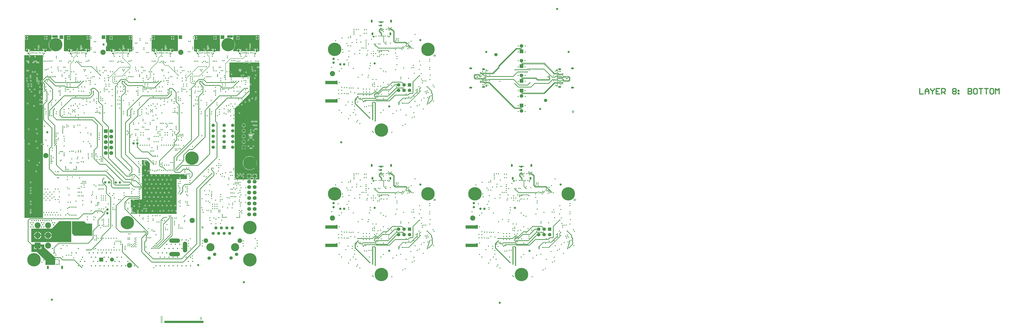
<source format=gbl>
G04*
G04 #@! TF.GenerationSoftware,Altium Limited,Altium Designer,21.2.2 (38)*
G04*
G04 Layer_Physical_Order=8*
G04 Layer_Color=16711680*
%FSLAX25Y25*%
%MOIN*%
G70*
G04*
G04 #@! TF.SameCoordinates,0448F7F8-B58B-4B03-AB27-B3033358FA6D*
G04*
G04*
G04 #@! TF.FilePolarity,Positive*
G04*
G01*
G75*
%ADD10C,0.03937*%
%ADD11C,0.02000*%
%ADD12R,0.00492X0.09350*%
%ADD15R,0.01000X0.13287*%
%ADD16R,0.00600X0.13287*%
%ADD17R,0.00400X0.13287*%
%ADD18C,0.00850*%
%ADD19C,0.01000*%
%ADD20C,0.00600*%
%ADD22C,0.01200*%
%ADD23C,0.01500*%
%ADD27R,0.19291X0.06299*%
G04:AMPARAMS|DCode=65|XSize=35mil|YSize=34mil|CornerRadius=5.95mil|HoleSize=0mil|Usage=FLASHONLY|Rotation=90.000|XOffset=0mil|YOffset=0mil|HoleType=Round|Shape=RoundedRectangle|*
%AMROUNDEDRECTD65*
21,1,0.03500,0.02210,0,0,90.0*
21,1,0.02310,0.03400,0,0,90.0*
1,1,0.01190,0.01105,0.01155*
1,1,0.01190,0.01105,-0.01155*
1,1,0.01190,-0.01105,-0.01155*
1,1,0.01190,-0.01105,0.01155*
%
%ADD65ROUNDEDRECTD65*%
G04:AMPARAMS|DCode=67|XSize=35mil|YSize=34mil|CornerRadius=5.95mil|HoleSize=0mil|Usage=FLASHONLY|Rotation=180.000|XOffset=0mil|YOffset=0mil|HoleType=Round|Shape=RoundedRectangle|*
%AMROUNDEDRECTD67*
21,1,0.03500,0.02210,0,0,180.0*
21,1,0.02310,0.03400,0,0,180.0*
1,1,0.01190,-0.01155,0.01105*
1,1,0.01190,0.01155,0.01105*
1,1,0.01190,0.01155,-0.01105*
1,1,0.01190,-0.01155,-0.01105*
%
%ADD67ROUNDEDRECTD67*%
%ADD85C,0.01600*%
%ADD90C,0.00591*%
%ADD160C,0.00850*%
%ADD161C,0.00750*%
%ADD163O,0.03740X0.02559*%
%ADD164O,0.03150X0.05512*%
%ADD165C,0.02559*%
%ADD166C,0.09449*%
%ADD167C,0.06299*%
%ADD168R,0.06299X0.06299*%
%ADD169C,0.04331*%
%ADD170C,0.24410*%
%ADD171C,0.01968*%
%ADD172O,0.05512X0.03150*%
%ADD173O,0.02559X0.03740*%
%ADD174C,0.06000*%
%ADD175R,0.06500X0.06500*%
%ADD176C,0.06500*%
%ADD177C,0.11024*%
%ADD178R,0.11024X0.11024*%
%ADD179C,0.08300*%
%ADD180C,0.14800*%
%ADD181C,0.06100*%
%ADD182C,0.05500*%
%ADD184O,0.07874X0.19685*%
%ADD185O,0.19685X0.07874*%
%ADD186C,0.07087*%
%ADD187R,0.07087X0.07087*%
G04:AMPARAMS|DCode=188|XSize=35.43mil|YSize=62.99mil|CornerRadius=17.72mil|HoleSize=0mil|Usage=FLASHONLY|Rotation=360.000|XOffset=0mil|YOffset=0mil|HoleType=Round|Shape=RoundedRectangle|*
%AMROUNDEDRECTD188*
21,1,0.03543,0.02756,0,0,360.0*
21,1,0.00000,0.06299,0,0,360.0*
1,1,0.03543,0.00000,-0.01378*
1,1,0.03543,0.00000,-0.01378*
1,1,0.03543,0.00000,0.01378*
1,1,0.03543,0.00000,0.01378*
%
%ADD188ROUNDEDRECTD188*%
%ADD189C,0.05945*%
%ADD190R,0.05945X0.05945*%
%ADD191C,0.07284*%
%ADD192R,0.07284X0.07284*%
%ADD193C,0.02165*%
%ADD273R,0.71358X0.04429*%
%ADD274R,0.09350X0.00492*%
%ADD275C,0.00700*%
G36*
X421345Y524520D02*
X411465Y524520D01*
X411465Y528577D01*
X411819Y528931D01*
X421345Y528931D01*
X421345Y524520D01*
D02*
G37*
G36*
X101961Y528931D02*
X102315Y528577D01*
X102314Y524520D01*
X92435Y524520D01*
X92435Y528931D01*
X101961Y528931D01*
D02*
G37*
G36*
X406156Y522164D02*
X406143Y522156D01*
X399898Y522156D01*
X399545Y522509D01*
Y528954D01*
X406156D01*
Y522164D01*
D02*
G37*
G36*
X329385Y522156D02*
X323127Y522156D01*
X322773Y522509D01*
Y528954D01*
X329385D01*
Y522156D01*
D02*
G37*
G36*
X189038Y522509D02*
X188685Y522156D01*
X182426Y522156D01*
Y528954D01*
X189038D01*
Y522509D01*
D02*
G37*
G36*
X112267D02*
X111913Y522156D01*
X105668Y522156D01*
X105655Y522164D01*
Y528954D01*
X112267D01*
Y522509D01*
D02*
G37*
G36*
X398384Y529134D02*
X398384Y499971D01*
X390864Y499971D01*
X390835Y499999D01*
X387913D01*
Y500984D01*
X386929D01*
Y504544D01*
X386615Y504414D01*
X386077Y504001D01*
X386064Y503984D01*
X385464Y504024D01*
X385330Y504224D01*
X384872Y504530D01*
X384332Y504637D01*
X383792Y504530D01*
X383334Y504224D01*
X383028Y503766D01*
X382921Y503226D01*
X383028Y502686D01*
X383334Y502228D01*
X383792Y501922D01*
X384332Y501814D01*
X384816Y501911D01*
X384930Y501882D01*
X385316Y501617D01*
Y499971D01*
X374528Y499971D01*
X371075Y503425D01*
X371096Y503533D01*
X370989Y504073D01*
X370683Y504531D01*
X370225Y504837D01*
X369685Y504944D01*
X369145Y504837D01*
X368687Y504531D01*
X368381Y504073D01*
X368273Y503533D01*
X368381Y502992D01*
X368687Y502535D01*
X369145Y502229D01*
X369685Y502121D01*
X370225Y502229D01*
X370241Y502240D01*
X372048Y500433D01*
X371856Y499971D01*
X360801Y499971D01*
X360768Y500138D01*
X360462Y500596D01*
X360332Y500683D01*
Y501284D01*
X360462Y501371D01*
X360768Y501829D01*
X360875Y502369D01*
X360768Y502910D01*
X360462Y503367D01*
X360004Y503673D01*
X359464Y503781D01*
X358924Y503673D01*
X358466Y503367D01*
X358316Y503144D01*
X357752Y503199D01*
X357643Y503463D01*
X357230Y504001D01*
X356692Y504414D01*
X356378Y504544D01*
Y500984D01*
X355394D01*
Y499999D01*
X352797D01*
Y499971D01*
X351166Y499971D01*
X350812Y500324D01*
X350812Y522285D01*
X350997Y522447D01*
X351017Y522452D01*
X351577Y522293D01*
X351727Y521929D01*
X352140Y521391D01*
X352678Y520979D01*
X352992Y520849D01*
Y524409D01*
Y527969D01*
X352678Y527839D01*
X352140Y527426D01*
X351727Y526889D01*
X351667Y526744D01*
X351147Y526795D01*
X351120Y526933D01*
X350814Y527391D01*
X350812Y527392D01*
Y529134D01*
X398384Y529134D01*
D02*
G37*
G36*
X321654Y529134D02*
X321654Y499972D01*
X313698Y499972D01*
X313670Y500000D01*
X310748D01*
Y500985D01*
X309764D01*
Y504545D01*
X309449Y504415D01*
X308911Y504002D01*
X308898Y503985D01*
X308298Y504025D01*
X308165Y504225D01*
X307707Y504531D01*
X307167Y504638D01*
X306627Y504531D01*
X306169Y504225D01*
X305863Y503767D01*
X305755Y503227D01*
X305863Y502687D01*
X306169Y502229D01*
X306627Y501923D01*
X307167Y501815D01*
X307651Y501912D01*
X307764Y501883D01*
X308151Y501618D01*
Y499972D01*
X293661Y499972D01*
X293233Y500472D01*
Y502346D01*
X293517Y502536D01*
X293823Y502993D01*
X293931Y503534D01*
X293823Y504074D01*
X293517Y504532D01*
X293059Y504838D01*
X292519Y504945D01*
X291979Y504838D01*
X291521Y504532D01*
X291215Y504074D01*
X291108Y503534D01*
X291215Y502993D01*
X291521Y502536D01*
X291806Y502346D01*
Y500441D01*
X291336Y499972D01*
X283635Y499972D01*
X283602Y500139D01*
X283296Y500597D01*
X283166Y500684D01*
Y501285D01*
X283296Y501372D01*
X283602Y501830D01*
X283710Y502370D01*
X283602Y502911D01*
X283296Y503368D01*
X282838Y503674D01*
X282298Y503782D01*
X281758Y503674D01*
X281300Y503368D01*
X281151Y503145D01*
X280587Y503200D01*
X280477Y503464D01*
X280065Y504002D01*
X279527Y504415D01*
X279212Y504545D01*
Y500985D01*
X278228D01*
Y500000D01*
X275631D01*
Y499972D01*
X274000Y499972D01*
X273647Y500325D01*
X273647Y529134D01*
X321654Y529134D01*
D02*
G37*
G36*
X238678Y529134D02*
X238678Y499972D01*
X236533Y499972D01*
X236505Y500000D01*
X233582D01*
Y500985D01*
X232598D01*
Y504545D01*
X232284Y504415D01*
X231746Y504002D01*
X231733Y503985D01*
X231133Y504025D01*
X230999Y504225D01*
X230541Y504531D01*
X230001Y504638D01*
X229461Y504531D01*
X229003Y504225D01*
X228697Y503767D01*
X228590Y503227D01*
X228697Y502687D01*
X229003Y502229D01*
X229461Y501923D01*
X230001Y501815D01*
X230485Y501912D01*
X230599Y501883D01*
X230985Y501618D01*
Y499972D01*
X220107Y499972D01*
X216728Y503350D01*
X216765Y503534D01*
X216658Y504074D01*
X216352Y504532D01*
X215894Y504838D01*
X215354Y504945D01*
X214813Y504838D01*
X214356Y504532D01*
X214050Y504074D01*
X213942Y503534D01*
X214050Y502993D01*
X214356Y502536D01*
X214813Y502230D01*
X215354Y502122D01*
X215841Y502219D01*
X217626Y500434D01*
X217435Y499972D01*
X206470Y499972D01*
X206437Y500139D01*
X206131Y500597D01*
X206000Y500684D01*
Y501285D01*
X206131Y501372D01*
X206437Y501830D01*
X206544Y502370D01*
X206437Y502911D01*
X206131Y503368D01*
X205673Y503674D01*
X205133Y503782D01*
X204593Y503674D01*
X204135Y503368D01*
X203985Y503145D01*
X203421Y503200D01*
X203312Y503464D01*
X202899Y504002D01*
X202361Y504415D01*
X202047Y504545D01*
Y500985D01*
X201063D01*
Y500000D01*
X198466D01*
Y499972D01*
X190536Y499972D01*
X190182Y500325D01*
Y507543D01*
X190550Y507845D01*
X191338Y508805D01*
X191924Y509901D01*
X192285Y511089D01*
X192406Y512325D01*
X192285Y513561D01*
X191924Y514750D01*
X191338Y515845D01*
X190550Y516805D01*
X190182Y517108D01*
Y529134D01*
X238678Y529134D01*
D02*
G37*
G36*
X470175Y529134D02*
X470175Y499971D01*
X468029Y499971D01*
X468001Y500000D01*
X465079D01*
Y500984D01*
X464095D01*
Y504544D01*
X463780Y504414D01*
X463242Y504001D01*
X463229Y503984D01*
X462629Y504024D01*
X462496Y504224D01*
X462038Y504530D01*
X461498Y504637D01*
X460958Y504530D01*
X460500Y504224D01*
X460194Y503766D01*
X460086Y503226D01*
X460194Y502686D01*
X460500Y502228D01*
X460958Y501922D01*
X461498Y501814D01*
X461982Y501911D01*
X462095Y501882D01*
X462482Y501617D01*
Y499971D01*
X447992Y499971D01*
X447564Y500471D01*
Y502345D01*
X447848Y502535D01*
X448154Y502992D01*
X448261Y503533D01*
X448154Y504073D01*
X447848Y504531D01*
X447390Y504837D01*
X446850Y504944D01*
X446310Y504837D01*
X445852Y504531D01*
X445546Y504073D01*
X445439Y503533D01*
X445546Y502992D01*
X445852Y502535D01*
X446137Y502345D01*
Y500440D01*
X445668Y499971D01*
X437966Y499971D01*
X437933Y500138D01*
X437627Y500596D01*
X437497Y500683D01*
Y501284D01*
X437627Y501371D01*
X437933Y501829D01*
X438041Y502369D01*
X437933Y502910D01*
X437627Y503367D01*
X437169Y503673D01*
X436629Y503781D01*
X436089Y503673D01*
X435631Y503367D01*
X435482Y503144D01*
X434918Y503199D01*
X434808Y503463D01*
X434396Y504001D01*
X433858Y504414D01*
X433543Y504544D01*
Y500984D01*
X432559D01*
Y500000D01*
X429962D01*
Y499971D01*
X423082Y499971D01*
X422729Y500324D01*
Y503342D01*
X423615Y504379D01*
X424652Y506071D01*
X425411Y507904D01*
X425874Y509833D01*
X426030Y511811D01*
X425874Y513789D01*
X425411Y515718D01*
X424652Y517551D01*
X423615Y519243D01*
X422729Y520280D01*
Y529134D01*
X470175Y529134D01*
D02*
G37*
G36*
X161513Y529134D02*
X161513Y499971D01*
X159367Y499971D01*
X159339Y499999D01*
X156417D01*
Y500983D01*
X155432D01*
Y504544D01*
X155118Y504413D01*
X154580Y504001D01*
X154567Y503983D01*
X153967Y504023D01*
X153834Y504223D01*
X153376Y504529D01*
X152836Y504637D01*
X152296Y504529D01*
X151838Y504223D01*
X151532Y503765D01*
X151424Y503225D01*
X151532Y502685D01*
X151838Y502227D01*
X152296Y501921D01*
X152836Y501814D01*
X153320Y501910D01*
X153433Y501882D01*
X153820Y501617D01*
Y499970D01*
X138157Y499970D01*
X137804Y500324D01*
Y501687D01*
X138188Y502121D01*
X138728Y502228D01*
X139186Y502534D01*
X139492Y502992D01*
X139600Y503532D01*
X139492Y504072D01*
X139186Y504530D01*
X138728Y504836D01*
X138188Y504944D01*
X137648Y504836D01*
X137190Y504530D01*
X136884Y504072D01*
X136777Y503532D01*
X136844Y503197D01*
X136585Y502939D01*
X136431Y502707D01*
X136376Y502434D01*
Y499970D01*
X129305Y499970D01*
X129271Y500138D01*
X128965Y500596D01*
X128835Y500682D01*
Y501284D01*
X128965Y501371D01*
X129271Y501829D01*
X129379Y502369D01*
X129271Y502909D01*
X128965Y503367D01*
X128507Y503673D01*
X127967Y503780D01*
X127427Y503673D01*
X126969Y503367D01*
X126820Y503143D01*
X126256Y503199D01*
X126146Y503463D01*
X125733Y504001D01*
X125196Y504413D01*
X124881Y504544D01*
Y500983D01*
X123897D01*
Y499999D01*
X121300D01*
Y499970D01*
X114036Y499970D01*
X113683Y500324D01*
X113683Y529134D01*
X161513Y529134D01*
D02*
G37*
G36*
X91037D02*
Y522066D01*
X90993Y522040D01*
X89485Y520751D01*
X88196Y519243D01*
X87160Y517551D01*
X86401Y515718D01*
X85937Y513789D01*
X85782Y511811D01*
X85937Y509833D01*
X86401Y507904D01*
X87160Y506071D01*
X88196Y504379D01*
X89485Y502871D01*
X90993Y501582D01*
X91037Y501555D01*
Y499971D01*
X82202Y499971D01*
X82174Y499999D01*
X79251D01*
Y500983D01*
X78267D01*
Y504543D01*
X77953Y504413D01*
X77415Y504001D01*
X77402Y503983D01*
X76802Y504023D01*
X76668Y504223D01*
X76210Y504529D01*
X75670Y504637D01*
X75130Y504529D01*
X74672Y504223D01*
X74366Y503765D01*
X74259Y503225D01*
X74366Y502685D01*
X74672Y502227D01*
X75130Y501921D01*
X75670Y501814D01*
X76154Y501910D01*
X76268Y501882D01*
X76654Y501617D01*
Y499970D01*
X52139Y499970D01*
X52106Y500138D01*
X51800Y500596D01*
X51669Y500682D01*
Y501284D01*
X51800Y501371D01*
X52106Y501829D01*
X52213Y502369D01*
X52106Y502909D01*
X51800Y503367D01*
X51342Y503673D01*
X50802Y503780D01*
X50262Y503673D01*
X49804Y503367D01*
X49654Y503143D01*
X49090Y503199D01*
X48981Y503463D01*
X48568Y504001D01*
X48030Y504413D01*
X47716Y504544D01*
Y500983D01*
X46731D01*
Y499999D01*
X44135D01*
Y499970D01*
X42504Y499970D01*
X42150Y500324D01*
X42150Y529134D01*
X91037Y529134D01*
D02*
G37*
G36*
X75239Y492133D02*
X75213Y491636D01*
X75041Y491522D01*
X74735Y491064D01*
X74628Y490524D01*
X74735Y489984D01*
X75041Y489526D01*
X75328Y489334D01*
X75328Y456352D01*
X75328Y448539D01*
X73131Y446342D01*
X72629Y446242D01*
X72171Y445936D01*
X71865Y445478D01*
X71758Y444938D01*
X71865Y444398D01*
X72171Y443940D01*
X72629Y443634D01*
X73131Y443534D01*
X75328Y441337D01*
Y436105D01*
X75170Y435975D01*
X74630Y435868D01*
X74172Y435562D01*
X73866Y435104D01*
X73759Y434564D01*
X73866Y434024D01*
X74172Y433566D01*
X74630Y433260D01*
X75170Y433152D01*
X75328Y433022D01*
X75328Y428069D01*
X75120Y427898D01*
X74580Y427791D01*
X74122Y427485D01*
X73816Y427027D01*
X73709Y426487D01*
X73816Y425947D01*
X74122Y425489D01*
X74580Y425183D01*
X75120Y425075D01*
X75328Y424905D01*
X75328Y410853D01*
X74828Y410702D01*
X74759Y410806D01*
X74301Y411112D01*
X73761Y411219D01*
X73221Y411112D01*
X72763Y410806D01*
X72457Y410348D01*
X72349Y409808D01*
X72457Y409268D01*
X72763Y408810D01*
X73221Y408504D01*
X73761Y408396D01*
X74301Y408504D01*
X74759Y408810D01*
X74828Y408914D01*
X75328Y408762D01*
X75328Y403425D01*
X74828Y403376D01*
X74811Y403463D01*
X74760Y403721D01*
X74454Y404179D01*
X73996Y404485D01*
X73456Y404592D01*
X72916Y404485D01*
X72458Y404179D01*
X72152Y403721D01*
X72044Y403181D01*
X72152Y402641D01*
X72458Y402183D01*
X72916Y401877D01*
X73456Y401769D01*
X73996Y401877D01*
X74454Y402183D01*
X74760Y402641D01*
X74811Y402898D01*
X74828Y402986D01*
X75328Y402937D01*
X75328Y330827D01*
X75167Y330720D01*
X74861Y330262D01*
X74754Y329722D01*
X74861Y329182D01*
X75167Y328724D01*
X75328Y328616D01*
X75328Y309629D01*
X75244Y308988D01*
X75328Y308348D01*
X75329Y194856D01*
X41701Y194856D01*
X41409Y484255D01*
Y492489D01*
X48997Y492489D01*
X49172Y492227D01*
X49630Y491921D01*
X50170Y491814D01*
X50199Y491819D01*
X50394Y491349D01*
X50075Y491136D01*
X49769Y490678D01*
X49662Y490138D01*
X49769Y489598D01*
X50075Y489140D01*
X50533Y488834D01*
X51073Y488726D01*
X51613Y488834D01*
X52071Y489140D01*
X52377Y489598D01*
X52485Y490138D01*
X52377Y490678D01*
X52071Y491136D01*
X51613Y491442D01*
X51073Y491549D01*
X51045Y491543D01*
X50850Y492015D01*
X51168Y492227D01*
X51343Y492489D01*
X74883Y492489D01*
X75239Y492133D01*
D02*
G37*
G36*
X441821Y479326D02*
X441928Y478786D01*
X442234Y478328D01*
X442692Y478022D01*
X443232Y477914D01*
X443772Y478022D01*
X444230Y478328D01*
X444536Y478786D01*
X444644Y479326D01*
X448914Y479326D01*
X448977Y479249D01*
X449085Y478709D01*
X449391Y478251D01*
X449849Y477945D01*
X450389Y477838D01*
X450929Y477945D01*
X451387Y478251D01*
X451471Y478377D01*
X452072D01*
X452156Y478251D01*
X452614Y477945D01*
X453154Y477838D01*
X453694Y477945D01*
X454152Y478251D01*
X454458Y478709D01*
X454565Y479249D01*
X454628Y479325D01*
X470402Y479325D01*
X470402Y472323D01*
X469902Y472055D01*
X469853Y472088D01*
X469313Y472195D01*
X468773Y472088D01*
X468461Y471879D01*
X468120Y471817D01*
X467779Y471879D01*
X467466Y472088D01*
X466926Y472195D01*
X466386Y472088D01*
X465928Y471782D01*
X465622Y471324D01*
X465515Y470784D01*
X465622Y470244D01*
X465928Y469786D01*
X466386Y469480D01*
X466926Y469372D01*
X467466Y469480D01*
X467779Y469689D01*
X468120Y469750D01*
X468461Y469689D01*
X468773Y469480D01*
X469313Y469372D01*
X469853Y469480D01*
X469902Y469512D01*
X470402Y469245D01*
X470402Y265318D01*
X441891Y265318D01*
X441857Y265370D01*
X441399Y265675D01*
X440859Y265783D01*
X440318Y265675D01*
X439861Y265370D01*
X439826Y265318D01*
X431137Y265318D01*
X431103Y265370D01*
X430645Y265675D01*
X430105Y265783D01*
X429565Y265675D01*
X429107Y265370D01*
X429073Y265318D01*
X426974Y265318D01*
X426929Y265546D01*
X426623Y266003D01*
X426461Y266111D01*
Y266713D01*
X426623Y266821D01*
X426929Y267279D01*
X427036Y267819D01*
X426929Y268359D01*
X426623Y268817D01*
X426165Y269123D01*
X425625Y269230D01*
X425398Y269417D01*
X425398Y395124D01*
X430014Y399739D01*
X430657Y399676D01*
X430698Y399614D01*
X431156Y399308D01*
X431696Y399201D01*
X432236Y399308D01*
X432694Y399614D01*
X433000Y400072D01*
X433108Y400612D01*
X433000Y401153D01*
X432694Y401610D01*
X432633Y401651D01*
X432569Y402295D01*
X437610Y407336D01*
X438068Y407030D01*
X438608Y406922D01*
X439148Y407030D01*
X439606Y407336D01*
X439912Y407794D01*
X440019Y408334D01*
X439912Y408874D01*
X439606Y409332D01*
X452551Y422277D01*
X452551Y438325D01*
X453051Y438477D01*
X453137Y438349D01*
X453595Y438043D01*
X454135Y437936D01*
X454675Y438043D01*
X455133Y438349D01*
X455439Y438807D01*
X455546Y439347D01*
X455439Y439887D01*
X455133Y440345D01*
X454675Y440651D01*
X454135Y440759D01*
X453595Y440651D01*
X453137Y440345D01*
X453051Y440217D01*
X452551Y440369D01*
X452551Y451884D01*
X452857Y451945D01*
X453315Y452251D01*
X453621Y452709D01*
X453728Y453249D01*
X453621Y453789D01*
X453315Y454247D01*
X452857Y454553D01*
X452317Y454660D01*
X451777Y454553D01*
X451319Y454247D01*
X451235Y454121D01*
X450634D01*
X450550Y454247D01*
X450092Y454553D01*
X449552Y454660D01*
X449012Y454553D01*
X448554Y454247D01*
X448248Y453789D01*
X448140Y453249D01*
X448222Y452838D01*
X447940Y452338D01*
X419874D01*
X419861Y452359D01*
X419403Y452665D01*
X418863Y452772D01*
X418323Y452665D01*
X417865Y452359D01*
X417851Y452338D01*
X415438D01*
X415438Y460754D01*
X415730Y460812D01*
X416188Y461118D01*
X416494Y461576D01*
X416602Y462116D01*
X416494Y462656D01*
X416188Y463114D01*
X415730Y463420D01*
X415438Y463478D01*
X415438Y478972D01*
X415792Y479326D01*
X441821Y479326D01*
D02*
G37*
G36*
X613062Y445691D02*
X613062Y439272D01*
X609407D01*
X609356Y445690D01*
X609708Y446045D01*
X612708Y446045D01*
X613062Y445691D01*
D02*
G37*
G36*
X612912Y412197D02*
X612912Y405778D01*
X609257D01*
X609206Y412195D01*
X609558Y412550D01*
X612559Y412550D01*
X612912Y412197D01*
D02*
G37*
G36*
X258875Y300779D02*
X259142Y300279D01*
X259066Y300165D01*
X258959Y299625D01*
X259066Y299085D01*
X259372Y298627D01*
X259426Y298591D01*
Y297990D01*
X259372Y297955D01*
X259066Y297497D01*
X258959Y296956D01*
X259066Y296416D01*
X259372Y295958D01*
X259426Y295923D01*
Y295321D01*
X259372Y295286D01*
X259066Y294828D01*
X258959Y294288D01*
X259066Y293748D01*
X259372Y293290D01*
X259830Y292984D01*
X260255Y292899D01*
X260465Y292574D01*
X260521Y292397D01*
X260366Y292165D01*
X260259Y291625D01*
X260366Y291085D01*
X260672Y290627D01*
X261130Y290321D01*
X261670Y290214D01*
X262210Y290321D01*
X262668Y290627D01*
X262974Y291085D01*
X263082Y291625D01*
X262974Y292165D01*
X262668Y292623D01*
X262210Y292929D01*
X261785Y293014D01*
X261575Y293339D01*
X261520Y293516D01*
X261674Y293748D01*
X261782Y294288D01*
X261674Y294828D01*
X261368Y295286D01*
X261315Y295321D01*
Y295923D01*
X261368Y295958D01*
X261674Y296416D01*
X261782Y296956D01*
X261674Y297497D01*
X261368Y297955D01*
X261315Y297990D01*
Y298591D01*
X261368Y298627D01*
X261674Y299085D01*
X261782Y299625D01*
X261710Y299983D01*
X261970Y300410D01*
X262002Y300436D01*
X262331Y300009D01*
X262279Y299744D01*
X262386Y299204D01*
X262692Y298746D01*
X263150Y298440D01*
X263690Y298333D01*
X264230Y298440D01*
X264688Y298746D01*
X264994Y299204D01*
X265072Y299598D01*
X265478Y299784D01*
X265582Y299795D01*
X270138Y295240D01*
X270138Y282222D01*
X269953Y282070D01*
X269413Y281963D01*
X268955Y281657D01*
X268871Y281531D01*
X268269D01*
X268185Y281657D01*
X267728Y281963D01*
X267188Y282070D01*
X266647Y281963D01*
X266190Y281657D01*
X265884Y281199D01*
X265776Y280659D01*
X265884Y280119D01*
X266190Y279661D01*
X266647Y279355D01*
X267188Y279247D01*
X267728Y279355D01*
X268185Y279661D01*
X268269Y279786D01*
X268871D01*
X268955Y279661D01*
X269413Y279355D01*
X269953Y279247D01*
X270138Y279096D01*
Y274881D01*
X323831Y274881D01*
X323959Y274725D01*
X324066Y274185D01*
X324372Y273727D01*
X324830Y273421D01*
X325370Y273314D01*
X325910Y273421D01*
X326368Y273727D01*
X326674Y274185D01*
X326782Y274725D01*
X326910Y274881D01*
X333300D01*
X333568Y274381D01*
X333541Y274342D01*
X333434Y273802D01*
X333541Y273262D01*
X333847Y272804D01*
X334305Y272498D01*
X334845Y272391D01*
X335385Y272498D01*
X335843Y272804D01*
X336149Y273262D01*
X336257Y273802D01*
X336205Y274064D01*
X336403Y274409D01*
X336545Y274529D01*
X336580Y274546D01*
X336760Y274512D01*
X337029Y274110D01*
X337487Y273804D01*
X337841Y273734D01*
X337841Y265834D01*
X326903Y265834D01*
X326813Y266286D01*
X326507Y266744D01*
X326351Y266848D01*
Y267449D01*
X326468Y267527D01*
X326774Y267985D01*
X326882Y268525D01*
X326774Y269065D01*
X326468Y269523D01*
X326010Y269829D01*
X325470Y269937D01*
X324930Y269829D01*
X324472Y269523D01*
X324166Y269065D01*
X324059Y268525D01*
X324166Y267985D01*
X324472Y267527D01*
X324628Y267423D01*
Y266822D01*
X324511Y266744D01*
X324205Y266286D01*
X324115Y265834D01*
X319311D01*
X319311Y208684D01*
X319163Y208578D01*
X318811Y208462D01*
X318451Y208702D01*
X317911Y208810D01*
X317371Y208702D01*
X316913Y208397D01*
X316607Y207939D01*
X316500Y207399D01*
X316607Y206858D01*
X316913Y206401D01*
X317371Y206095D01*
X317911Y205987D01*
X318451Y206095D01*
X318811Y206335D01*
X319163Y206219D01*
X319311Y206113D01*
X319311Y202282D01*
X249925Y202135D01*
X249668Y202635D01*
X249834Y202883D01*
X249941Y203423D01*
X249834Y203963D01*
X249528Y204421D01*
X249070Y204727D01*
X249017Y204738D01*
X248952Y205011D01*
X248965Y205258D01*
X249361Y205523D01*
X249667Y205981D01*
X249774Y206521D01*
X249667Y207061D01*
X249361Y207519D01*
Y207728D01*
X249667Y208186D01*
X249774Y208726D01*
X249667Y209266D01*
X249361Y209724D01*
X248903Y210030D01*
X248363Y210137D01*
X247823Y210030D01*
X247365Y209724D01*
X247059Y209266D01*
X246952Y208726D01*
X247059Y208186D01*
X247365Y207728D01*
Y207519D01*
X247059Y207061D01*
X246952Y206521D01*
X247059Y205981D01*
X247365Y205523D01*
X247823Y205217D01*
X247875Y205207D01*
X247940Y204933D01*
X247928Y204686D01*
X247532Y204421D01*
X247226Y203963D01*
X247118Y203423D01*
X247226Y202883D01*
X247395Y202630D01*
X247143Y202130D01*
X235953Y202106D01*
X235599Y202459D01*
X235599Y203778D01*
X236062Y203959D01*
X236099Y203952D01*
X236389Y203518D01*
X236847Y203212D01*
X237387Y203104D01*
X237928Y203212D01*
X238386Y203518D01*
X238927Y203427D01*
X239193Y203249D01*
X239733Y203142D01*
X240273Y203249D01*
X240731Y203555D01*
X241272Y203465D01*
X241538Y203287D01*
X242078Y203179D01*
X242618Y203287D01*
X243076Y203593D01*
X243382Y204051D01*
X243490Y204591D01*
X243382Y205131D01*
X243076Y205589D01*
X242618Y205895D01*
X242078Y206002D01*
X241538Y205895D01*
X241080Y205589D01*
X240539Y205679D01*
X240273Y205857D01*
X239733Y205964D01*
X239193Y205857D01*
X238735Y205551D01*
X238194Y205642D01*
X238119Y205692D01*
X238099Y206251D01*
X238102Y206258D01*
X238349Y206423D01*
X238655Y206881D01*
X238763Y207421D01*
X238655Y207962D01*
X238349Y208419D01*
X237948Y208687D01*
X237904Y208904D01*
X237926Y209228D01*
X238306Y209482D01*
X238612Y209940D01*
X238719Y210480D01*
X238612Y211020D01*
X238306Y211478D01*
X238396Y212019D01*
X238574Y212285D01*
X238682Y212825D01*
X238574Y213365D01*
X238268Y213823D01*
X237810Y214129D01*
X237270Y214237D01*
X236730Y214129D01*
X236272Y213823D01*
X236100Y213565D01*
X235599Y213716D01*
X235599Y218872D01*
X235765Y219008D01*
X236305Y219115D01*
X236763Y219422D01*
X237069Y219879D01*
X237177Y220420D01*
X237069Y220960D01*
X236763Y221417D01*
X236305Y221723D01*
X235765Y221831D01*
X235599Y221967D01*
X235600Y228683D01*
X239127D01*
X239395Y228183D01*
X239258Y227979D01*
X239151Y227438D01*
X239258Y226898D01*
X239564Y226441D01*
X240022Y226134D01*
X240562Y226027D01*
X241103Y226134D01*
X241560Y226441D01*
X241866Y226898D01*
X241974Y227438D01*
X241866Y227979D01*
X241730Y228183D01*
X241997Y228683D01*
X250124Y228683D01*
X250223Y228186D01*
X250529Y227729D01*
X250987Y227423D01*
X251527Y227315D01*
X252067Y227423D01*
X252525Y227729D01*
X252831Y228186D01*
X252929Y228683D01*
X256019D01*
X256019Y272444D01*
X256519Y272494D01*
X256552Y272327D01*
X256596Y272107D01*
X256902Y271649D01*
X257360Y271343D01*
X257900Y271236D01*
X258440Y271343D01*
X258898Y271649D01*
X259204Y272107D01*
X259312Y272647D01*
X259204Y273187D01*
X258898Y273645D01*
X258440Y273951D01*
X257900Y274058D01*
X257360Y273951D01*
X256902Y273645D01*
X256596Y273187D01*
X256519Y272800D01*
X256019Y272849D01*
Y289507D01*
X256519Y289864D01*
X256770Y289814D01*
X257310Y289921D01*
X257768Y290227D01*
X258074Y290685D01*
X258182Y291225D01*
X258074Y291765D01*
X257768Y292223D01*
X257310Y292529D01*
X256770Y292637D01*
X256519Y292587D01*
X256019Y292944D01*
Y300426D01*
X256373Y300779D01*
X258875Y300779D01*
D02*
G37*
G36*
X126932Y150511D02*
X53984Y150511D01*
X53984Y174948D01*
X54338Y175302D01*
X91272Y175302D01*
X105025Y189054D01*
X126932Y189054D01*
Y150511D01*
D02*
G37*
G36*
X868967Y181467D02*
X868967Y175048D01*
X865312D01*
X865261Y181466D01*
X865613Y181821D01*
X868614Y181821D01*
X868967Y181467D01*
D02*
G37*
G36*
X613062Y181466D02*
X613062Y175047D01*
X609407D01*
X609356Y181465D01*
X609708Y181820D01*
X612708Y181820D01*
X613062Y181466D01*
D02*
G37*
G36*
X150493Y188536D02*
X154532Y184498D01*
X164848Y184497D01*
X164848Y162231D01*
X132327Y162231D01*
X128083Y166475D01*
X128083Y188183D01*
X128436Y188536D01*
X150493Y188536D01*
D02*
G37*
G36*
X868818Y147973D02*
X868818Y141553D01*
X865163D01*
X865111Y147971D01*
X865464Y148326D01*
X868464Y148326D01*
X868818Y147973D01*
D02*
G37*
G36*
X612912Y147971D02*
X612912Y141552D01*
X609257D01*
X609206Y147970D01*
X609558Y148325D01*
X612559Y148325D01*
X612912Y147971D01*
D02*
G37*
G36*
X59204Y146272D02*
X72228D01*
Y146277D01*
X77669D01*
X78023Y145923D01*
X78023Y140605D01*
X97587Y122524D01*
Y108749D01*
X80376Y108749D01*
X80022Y109102D01*
X80023Y116783D01*
X64202Y132604D01*
X54152D01*
X54152Y146277D01*
X59204D01*
Y146272D01*
D02*
G37*
G36*
X363724Y13484D02*
X363839Y13473D01*
X363942Y13457D01*
X364046Y13429D01*
X364139Y13402D01*
X364221Y13369D01*
X364303Y13337D01*
X364374Y13304D01*
X364439Y13265D01*
X364494Y13233D01*
X364543Y13200D01*
X364581Y13173D01*
X364614Y13145D01*
X364636Y13129D01*
X364647Y13118D01*
X364652Y13113D01*
X364723Y13042D01*
X364783Y12965D01*
X364832Y12889D01*
X364881Y12812D01*
X364920Y12731D01*
X364947Y12654D01*
X364974Y12583D01*
X364996Y12512D01*
X365012Y12441D01*
X365023Y12381D01*
X365034Y12326D01*
X365040Y12283D01*
Y12245D01*
X365045Y12212D01*
Y12195D01*
Y12190D01*
X365040Y12059D01*
X365018Y11939D01*
X364985Y11830D01*
X364952Y11737D01*
X364920Y11666D01*
X364887Y11611D01*
X364876Y11589D01*
X364865Y11573D01*
X364860Y11568D01*
Y11562D01*
X364783Y11469D01*
X364690Y11393D01*
X364597Y11322D01*
X364505Y11267D01*
X364423Y11224D01*
X364385Y11202D01*
X364352Y11191D01*
X364330Y11180D01*
X364308Y11169D01*
X364297Y11163D01*
X364292D01*
X364456Y11109D01*
X364597Y11043D01*
X364718Y10967D01*
X364816Y10890D01*
X364860Y10858D01*
X364898Y10819D01*
X364931Y10792D01*
X364952Y10765D01*
X364974Y10743D01*
X364991Y10727D01*
X364996Y10716D01*
X365002Y10710D01*
X365045Y10645D01*
X365083Y10579D01*
X365143Y10443D01*
X365187Y10306D01*
X365214Y10181D01*
X365225Y10121D01*
X365236Y10066D01*
X365242Y10017D01*
Y9973D01*
X365247Y9940D01*
Y9913D01*
Y9897D01*
Y9891D01*
X365242Y9771D01*
X365225Y9657D01*
X365203Y9542D01*
X365176Y9438D01*
X365143Y9345D01*
X365105Y9252D01*
X365061Y9171D01*
X365018Y9094D01*
X364980Y9023D01*
X364936Y8963D01*
X364898Y8914D01*
X364865Y8870D01*
X364838Y8832D01*
X364816Y8810D01*
X364799Y8794D01*
X364794Y8788D01*
X364707Y8712D01*
X364608Y8646D01*
X364510Y8586D01*
X364412Y8537D01*
X364308Y8494D01*
X364210Y8461D01*
X364111Y8428D01*
X364019Y8406D01*
X363931Y8390D01*
X363849Y8373D01*
X363773Y8363D01*
X363713Y8357D01*
X363658D01*
X363620Y8352D01*
X363587D01*
X363451Y8357D01*
X363320Y8368D01*
X363200Y8390D01*
X363085Y8422D01*
X362981Y8455D01*
X362883Y8488D01*
X362790Y8532D01*
X362708Y8570D01*
X362637Y8608D01*
X362572Y8652D01*
X362517Y8685D01*
X362468Y8723D01*
X362435Y8750D01*
X362408Y8772D01*
X362392Y8783D01*
X362386Y8788D01*
X362304Y8870D01*
X362233Y8963D01*
X362173Y9050D01*
X362119Y9143D01*
X362075Y9236D01*
X362037Y9323D01*
X362009Y9411D01*
X361982Y9498D01*
X361966Y9575D01*
X361949Y9646D01*
X361944Y9711D01*
X361933Y9766D01*
Y9815D01*
X361928Y9848D01*
Y9869D01*
Y9875D01*
Y9962D01*
X361938Y10044D01*
X361966Y10197D01*
X362004Y10334D01*
X362048Y10448D01*
X362075Y10497D01*
X362097Y10541D01*
X362119Y10579D01*
X362135Y10612D01*
X362151Y10639D01*
X362162Y10656D01*
X362168Y10667D01*
X362173Y10672D01*
X362271Y10792D01*
X362386Y10890D01*
X362501Y10978D01*
X362615Y11043D01*
X362719Y11098D01*
X362763Y11120D01*
X362801Y11136D01*
X362834Y11147D01*
X362856Y11158D01*
X362872Y11163D01*
X362877D01*
X362747Y11224D01*
X362632Y11284D01*
X362539Y11355D01*
X362457Y11415D01*
X362397Y11475D01*
X362353Y11518D01*
X362332Y11551D01*
X362321Y11557D01*
Y11562D01*
X362261Y11666D01*
X362211Y11769D01*
X362179Y11873D01*
X362157Y11966D01*
X362146Y12048D01*
X362140Y12086D01*
X362135Y12113D01*
Y12141D01*
Y12157D01*
Y12168D01*
Y12174D01*
X362140Y12272D01*
X362151Y12370D01*
X362173Y12463D01*
X362200Y12550D01*
X362228Y12632D01*
X362261Y12709D01*
X362299Y12780D01*
X362337Y12845D01*
X362375Y12900D01*
X362413Y12954D01*
X362446Y12998D01*
X362474Y13036D01*
X362501Y13063D01*
X362523Y13085D01*
X362534Y13096D01*
X362539Y13102D01*
X362615Y13173D01*
X362703Y13227D01*
X362785Y13282D01*
X362877Y13326D01*
X362965Y13364D01*
X363052Y13397D01*
X363140Y13418D01*
X363222Y13440D01*
X363303Y13457D01*
X363374Y13468D01*
X363440Y13478D01*
X363494Y13484D01*
X363538Y13489D01*
X363604D01*
X363724Y13484D01*
D02*
G37*
%LPC*%
G36*
X390315Y527969D02*
Y525393D01*
X391928D01*
Y525590D01*
X391839Y526262D01*
X391580Y526889D01*
X391167Y527426D01*
X390629Y527839D01*
X390315Y527969D01*
D02*
G37*
G36*
X388347Y527969D02*
X388032Y527839D01*
X387494Y527426D01*
X387082Y526889D01*
X386822Y526262D01*
X386734Y525590D01*
Y525393D01*
X388347D01*
Y527969D01*
D02*
G37*
G36*
X354961Y527969D02*
Y525393D01*
X356573D01*
Y525590D01*
X356485Y526262D01*
X356225Y526889D01*
X355813Y527426D01*
X355275Y527839D01*
X354961Y527969D01*
D02*
G37*
G36*
X391928Y523425D02*
X390315D01*
Y520849D01*
X390629Y520979D01*
X391167Y521391D01*
X391580Y521929D01*
X391839Y522556D01*
X391928Y523228D01*
Y523425D01*
D02*
G37*
G36*
X356573Y523425D02*
X354961D01*
Y520849D01*
X355275Y520979D01*
X355813Y521391D01*
X356225Y521929D01*
X356485Y522556D01*
X356573Y523228D01*
Y523425D01*
D02*
G37*
G36*
X388347Y523425D02*
X386734D01*
Y523228D01*
X386822Y522556D01*
X387082Y521929D01*
X387494Y521391D01*
X388032Y520979D01*
X388347Y520849D01*
Y523425D01*
D02*
G37*
G36*
X376150Y511084D02*
X375609Y510977D01*
X375151Y510671D01*
X374846Y510213D01*
X374738Y509672D01*
X374846Y509132D01*
X375151Y508674D01*
X375277Y508591D01*
Y507989D01*
X375151Y507905D01*
X374846Y507447D01*
X374738Y506907D01*
X374846Y506367D01*
X375151Y505909D01*
X375609Y505603D01*
X375862Y505553D01*
X376156Y505026D01*
X376086Y504846D01*
X376085Y504846D01*
X375590Y504944D01*
X375050Y504837D01*
X374592Y504531D01*
X374286Y504073D01*
X374179Y503533D01*
X374286Y502992D01*
X374592Y502535D01*
X375050Y502229D01*
X375590Y502121D01*
X376130Y502229D01*
X376588Y502535D01*
X376894Y502992D01*
X376979Y503421D01*
X377339Y503660D01*
X377476Y503712D01*
X377970Y503614D01*
X378510Y503721D01*
X378968Y504027D01*
X379274Y504485D01*
X379382Y505025D01*
X379274Y505565D01*
X378968Y506023D01*
X378510Y506329D01*
X377970Y506437D01*
X377552Y506863D01*
X377561Y506907D01*
X377453Y507447D01*
X377148Y507905D01*
X377022Y507989D01*
Y508591D01*
X377148Y508674D01*
X377453Y509132D01*
X377561Y509672D01*
X377453Y510213D01*
X377148Y510671D01*
X376690Y510977D01*
X376150Y511084D01*
D02*
G37*
G36*
X388897Y504544D02*
Y501968D01*
X390510D01*
Y502165D01*
X390422Y502837D01*
X390162Y503463D01*
X389750Y504001D01*
X389212Y504414D01*
X388897Y504544D01*
D02*
G37*
G36*
X354409Y504544D02*
X354095Y504414D01*
X353557Y504001D01*
X353145Y503463D01*
X352885Y502837D01*
X352797Y502165D01*
Y501968D01*
X354409D01*
Y504544D01*
D02*
G37*
G36*
X277795Y527970D02*
Y525394D01*
X279408D01*
Y525591D01*
X279319Y526263D01*
X279060Y526890D01*
X278647Y527427D01*
X278109Y527840D01*
X277795Y527970D01*
D02*
G37*
G36*
X275827Y527970D02*
X275512Y527840D01*
X274974Y527427D01*
X274562Y526890D01*
X274302Y526263D01*
X274214Y525591D01*
Y525394D01*
X275827D01*
Y527970D01*
D02*
G37*
G36*
X313149Y527970D02*
Y525394D01*
X314762D01*
Y525591D01*
X314674Y526263D01*
X314414Y526890D01*
X314001Y527427D01*
X313464Y527840D01*
X313149Y527970D01*
D02*
G37*
G36*
X311181Y527970D02*
X310867Y527840D01*
X310329Y527427D01*
X309916Y526890D01*
X309657Y526263D01*
X309568Y525591D01*
Y525394D01*
X311181D01*
Y527970D01*
D02*
G37*
G36*
Y523426D02*
X309568D01*
Y523229D01*
X309657Y522557D01*
X309916Y521930D01*
X310329Y521392D01*
X310867Y520980D01*
X311181Y520850D01*
Y523426D01*
D02*
G37*
G36*
X279408Y523426D02*
X277795D01*
Y520850D01*
X278109Y520980D01*
X278647Y521392D01*
X279060Y521930D01*
X279319Y522557D01*
X279408Y523229D01*
Y523426D01*
D02*
G37*
G36*
X275827D02*
X274214D01*
Y523229D01*
X274302Y522557D01*
X274562Y521930D01*
X274974Y521392D01*
X275512Y520980D01*
X275827Y520850D01*
Y523426D01*
D02*
G37*
G36*
X314762Y523426D02*
X313149D01*
Y520850D01*
X313464Y520980D01*
X314001Y521392D01*
X314414Y521930D01*
X314674Y522557D01*
X314762Y523229D01*
Y523426D01*
D02*
G37*
G36*
X298984Y511085D02*
X298444Y510978D01*
X297986Y510672D01*
X297680Y510214D01*
X297573Y509674D01*
X297680Y509133D01*
X297986Y508675D01*
X298112Y508592D01*
Y507990D01*
X297986Y507906D01*
X297680Y507448D01*
X297573Y506908D01*
X297680Y506368D01*
X297986Y505910D01*
X298444Y505604D01*
X298787Y505536D01*
X298940Y505150D01*
X298664Y504897D01*
X298425Y504945D01*
X297885Y504838D01*
X297427Y504532D01*
X297121Y504074D01*
X297013Y503534D01*
X297121Y502993D01*
X297427Y502536D01*
X297885Y502230D01*
X298425Y502122D01*
X298965Y502230D01*
X299423Y502536D01*
X299729Y502993D01*
X299792Y503313D01*
X300175Y503582D01*
X300321Y503603D01*
X300770Y503514D01*
X301310Y503621D01*
X301768Y503927D01*
X302074Y504385D01*
X302182Y504925D01*
X302074Y505465D01*
X301768Y505923D01*
X301310Y506229D01*
X300770Y506337D01*
X300367Y506766D01*
X300395Y506908D01*
X300288Y507448D01*
X299982Y507906D01*
X299856Y507990D01*
Y508592D01*
X299982Y508675D01*
X300288Y509133D01*
X300395Y509674D01*
X300288Y510214D01*
X299982Y510672D01*
X299524Y510978D01*
X298984Y511085D01*
D02*
G37*
G36*
X311732Y504545D02*
Y501969D01*
X313345D01*
Y502166D01*
X313256Y502838D01*
X312997Y503464D01*
X312584Y504002D01*
X312046Y504415D01*
X311732Y504545D01*
D02*
G37*
G36*
X277244Y504545D02*
X276930Y504415D01*
X276392Y504002D01*
X275979Y503464D01*
X275720Y502838D01*
X275631Y502166D01*
Y501969D01*
X277244D01*
Y504545D01*
D02*
G37*
G36*
X235984Y527970D02*
Y525394D01*
X237597D01*
Y525591D01*
X237508Y526263D01*
X237249Y526890D01*
X236836Y527427D01*
X236298Y527840D01*
X235984Y527970D01*
D02*
G37*
G36*
X234015D02*
X233701Y527840D01*
X233163Y527427D01*
X232751Y526890D01*
X232491Y526263D01*
X232403Y525591D01*
Y525394D01*
X234015D01*
Y527970D01*
D02*
G37*
G36*
X200629Y527970D02*
Y525394D01*
X202242D01*
Y525591D01*
X202154Y526263D01*
X201894Y526890D01*
X201482Y527427D01*
X200944Y527840D01*
X200629Y527970D01*
D02*
G37*
G36*
X198661Y527970D02*
X198347Y527840D01*
X197809Y527427D01*
X197396Y526890D01*
X197137Y526263D01*
X197048Y525591D01*
Y525394D01*
X198661D01*
Y527970D01*
D02*
G37*
G36*
Y523426D02*
X197048D01*
Y523229D01*
X197137Y522557D01*
X197396Y521930D01*
X197809Y521392D01*
X198347Y520980D01*
X198661Y520850D01*
Y523426D01*
D02*
G37*
G36*
X237597Y523426D02*
X235984D01*
Y520850D01*
X236298Y520980D01*
X236836Y521392D01*
X237249Y521930D01*
X237508Y522557D01*
X237597Y523229D01*
Y523426D01*
D02*
G37*
G36*
X234015D02*
X232403D01*
Y523229D01*
X232491Y522557D01*
X232751Y521930D01*
X233163Y521392D01*
X233701Y520980D01*
X234015Y520850D01*
Y523426D01*
D02*
G37*
G36*
X202242Y523426D02*
X200629D01*
Y520850D01*
X200944Y520980D01*
X201482Y521392D01*
X201894Y521930D01*
X202154Y522557D01*
X202242Y523229D01*
Y523426D01*
D02*
G37*
G36*
X221818Y511085D02*
X221278Y510978D01*
X220820Y510672D01*
X220514Y510214D01*
X220407Y509674D01*
X220514Y509133D01*
X220820Y508675D01*
X220946Y508592D01*
Y507990D01*
X220820Y507906D01*
X220514Y507448D01*
X220407Y506908D01*
X220514Y506368D01*
X220820Y505910D01*
X221278Y505604D01*
X221818Y505497D01*
X221907Y505192D01*
X221466Y504904D01*
X221259Y504945D01*
X220719Y504838D01*
X220261Y504532D01*
X219955Y504074D01*
X219848Y503534D01*
X219955Y502993D01*
X220261Y502536D01*
X220719Y502230D01*
X221259Y502122D01*
X221799Y502230D01*
X222257Y502536D01*
X222563Y502993D01*
X222617Y503264D01*
X223135Y503518D01*
X223138Y503518D01*
X223676Y503411D01*
X224216Y503519D01*
X224674Y503825D01*
X224980Y504283D01*
X225087Y504823D01*
X224980Y505363D01*
X224674Y505821D01*
X224216Y506127D01*
X223676Y506234D01*
X223575Y506214D01*
X223177Y506645D01*
X223230Y506908D01*
X223122Y507448D01*
X222816Y507906D01*
X222691Y507990D01*
Y508592D01*
X222816Y508675D01*
X223122Y509133D01*
X223230Y509674D01*
X223122Y510214D01*
X222816Y510672D01*
X222359Y510978D01*
X221818Y511085D01*
D02*
G37*
G36*
X234566Y504545D02*
Y501969D01*
X236179D01*
Y502166D01*
X236091Y502838D01*
X235831Y503464D01*
X235419Y504002D01*
X234881Y504415D01*
X234566Y504545D01*
D02*
G37*
G36*
X200078Y504545D02*
X199764Y504415D01*
X199226Y504002D01*
X198813Y503464D01*
X198554Y502838D01*
X198466Y502166D01*
Y501969D01*
X200078D01*
Y504545D01*
D02*
G37*
G36*
X467481Y527969D02*
Y525393D01*
X469093D01*
Y525590D01*
X469005Y526262D01*
X468745Y526889D01*
X468332Y527426D01*
X467795Y527839D01*
X467481Y527969D01*
D02*
G37*
G36*
X465512Y527969D02*
X465198Y527839D01*
X464660Y527426D01*
X464247Y526889D01*
X463988Y526262D01*
X463899Y525590D01*
Y525393D01*
X465512D01*
Y527969D01*
D02*
G37*
G36*
X432126Y527969D02*
Y525393D01*
X433739D01*
Y525590D01*
X433650Y526262D01*
X433391Y526889D01*
X432978Y527426D01*
X432440Y527839D01*
X432126Y527969D01*
D02*
G37*
G36*
X430158D02*
X429843Y527839D01*
X429306Y527426D01*
X428893Y526889D01*
X428633Y526262D01*
X428545Y525590D01*
Y525393D01*
X430158D01*
Y527969D01*
D02*
G37*
G36*
X469093Y523425D02*
X467481D01*
Y520849D01*
X467795Y520979D01*
X468332Y521391D01*
X468745Y521929D01*
X469005Y522556D01*
X469093Y523228D01*
Y523425D01*
D02*
G37*
G36*
X433739Y523424D02*
X432126D01*
Y520849D01*
X432440Y520979D01*
X432978Y521391D01*
X433391Y521929D01*
X433650Y522556D01*
X433739Y523228D01*
Y523424D01*
D02*
G37*
G36*
X430158D02*
X428545D01*
Y523228D01*
X428633Y522556D01*
X428893Y521929D01*
X429306Y521391D01*
X429843Y520979D01*
X430158Y520849D01*
Y523424D01*
D02*
G37*
G36*
X465512Y523425D02*
X463899D01*
Y523228D01*
X463988Y522556D01*
X464247Y521929D01*
X464660Y521391D01*
X465198Y520979D01*
X465512Y520849D01*
Y523425D01*
D02*
G37*
G36*
X453134Y514108D02*
X452594Y514000D01*
X452136Y513694D01*
X451830Y513236D01*
X451723Y512696D01*
X451830Y512156D01*
X452136Y511698D01*
X452572Y511407D01*
X452603Y511250D01*
X452625Y510876D01*
X452317Y510671D01*
X452011Y510213D01*
X451904Y509672D01*
X452011Y509132D01*
X452317Y508674D01*
X452443Y508591D01*
Y507989D01*
X452317Y507905D01*
X452011Y507447D01*
X451904Y506907D01*
X452011Y506367D01*
X452317Y505909D01*
X452775Y505603D01*
X453315Y505496D01*
X453855Y505603D01*
X454313Y505909D01*
X454619Y506367D01*
X454726Y506907D01*
X454619Y507447D01*
X454313Y507905D01*
X454187Y507989D01*
Y508591D01*
X454313Y508674D01*
X454619Y509132D01*
X454726Y509672D01*
X454619Y510213D01*
X454313Y510671D01*
X453877Y510962D01*
X453847Y511119D01*
X453824Y511492D01*
X454132Y511698D01*
X454438Y512156D01*
X454546Y512696D01*
X454438Y513236D01*
X454132Y513694D01*
X453674Y514000D01*
X453134Y514108D01*
D02*
G37*
G36*
X452756Y504944D02*
X452216Y504837D01*
X451758Y504531D01*
X451452Y504073D01*
X451344Y503533D01*
X451452Y502992D01*
X451758Y502535D01*
X452216Y502229D01*
X452756Y502121D01*
X453296Y502229D01*
X453754Y502535D01*
X454060Y502992D01*
X454167Y503533D01*
X454060Y504073D01*
X453754Y504531D01*
X453296Y504837D01*
X452756Y504944D01*
D02*
G37*
G36*
X466063Y504544D02*
Y501968D01*
X467676D01*
Y502165D01*
X467587Y502837D01*
X467328Y503463D01*
X466915Y504001D01*
X466377Y504414D01*
X466063Y504544D01*
D02*
G37*
G36*
X431575Y504544D02*
X431261Y504414D01*
X430723Y504001D01*
X430310Y503463D01*
X430051Y502837D01*
X429962Y502165D01*
Y501968D01*
X431575D01*
Y504544D01*
D02*
G37*
G36*
X123464Y527969D02*
Y525393D01*
X125077D01*
Y525590D01*
X124988Y526262D01*
X124729Y526888D01*
X124316Y527426D01*
X123778Y527839D01*
X123464Y527969D01*
D02*
G37*
G36*
X121496Y527969D02*
X121181Y527839D01*
X120643Y527426D01*
X120231Y526888D01*
X119971Y526262D01*
X119883Y525590D01*
Y525393D01*
X121496D01*
Y527969D01*
D02*
G37*
G36*
X158818Y527969D02*
Y525393D01*
X160431D01*
Y525590D01*
X160343Y526262D01*
X160083Y526888D01*
X159670Y527426D01*
X159133Y527839D01*
X158818Y527969D01*
D02*
G37*
G36*
X156850Y527969D02*
X156536Y527839D01*
X155998Y527426D01*
X155585Y526888D01*
X155326Y526262D01*
X155237Y525590D01*
Y525393D01*
X156850D01*
Y527969D01*
D02*
G37*
G36*
X125077Y523424D02*
X123464D01*
Y520848D01*
X123778Y520978D01*
X124316Y521391D01*
X124729Y521929D01*
X124988Y522555D01*
X125077Y523227D01*
Y523424D01*
D02*
G37*
G36*
X160431Y523424D02*
X158818D01*
Y520848D01*
X159133Y520978D01*
X159670Y521391D01*
X160083Y521929D01*
X160343Y522555D01*
X160431Y523227D01*
Y523424D01*
D02*
G37*
G36*
X156850D02*
X155237D01*
Y523227D01*
X155326Y522555D01*
X155585Y521929D01*
X155998Y521391D01*
X156536Y520978D01*
X156850Y520848D01*
Y523424D01*
D02*
G37*
G36*
X121496Y523424D02*
X119883D01*
Y523227D01*
X119971Y522555D01*
X120231Y521929D01*
X120643Y521391D01*
X121181Y520978D01*
X121496Y520848D01*
Y523424D01*
D02*
G37*
G36*
X144653Y511083D02*
X144113Y510976D01*
X143655Y510670D01*
X143349Y510212D01*
X143242Y509672D01*
X143349Y509132D01*
X143655Y508674D01*
X143781Y508590D01*
Y507989D01*
X143655Y507905D01*
X143349Y507447D01*
X143242Y506907D01*
X143349Y506367D01*
X143655Y505909D01*
X144113Y505603D01*
X144653Y505495D01*
X144700Y505206D01*
X144313Y504900D01*
X144094Y504944D01*
X143553Y504836D01*
X143096Y504530D01*
X142790Y504072D01*
X142682Y503532D01*
X142790Y502992D01*
X143096Y502534D01*
X143553Y502228D01*
X144094Y502121D01*
X144634Y502228D01*
X145092Y502534D01*
X145398Y502992D01*
X145469Y503352D01*
X145915Y503607D01*
X145994Y503622D01*
X146494Y503522D01*
X147034Y503630D01*
X147492Y503936D01*
X147798Y504394D01*
X147906Y504934D01*
X147798Y505474D01*
X147492Y505932D01*
X147034Y506238D01*
X146494Y506345D01*
X146461Y506339D01*
X146036Y506764D01*
X146064Y506907D01*
X145957Y507447D01*
X145651Y507905D01*
X145525Y507989D01*
Y508590D01*
X145651Y508674D01*
X145957Y509132D01*
X146064Y509672D01*
X145957Y510212D01*
X145651Y510670D01*
X145193Y510976D01*
X144653Y511083D01*
D02*
G37*
G36*
X157401Y504544D02*
Y501967D01*
X159014D01*
Y502164D01*
X158925Y502837D01*
X158666Y503463D01*
X158253Y504001D01*
X157715Y504413D01*
X157401Y504544D01*
D02*
G37*
G36*
X122913D02*
X122599Y504413D01*
X122061Y504001D01*
X121648Y503463D01*
X121389Y502837D01*
X121300Y502164D01*
Y501967D01*
X122913D01*
Y504544D01*
D02*
G37*
G36*
X81653Y527969D02*
Y525393D01*
X83266D01*
Y525590D01*
X83177Y526262D01*
X82918Y526888D01*
X82505Y527426D01*
X81967Y527839D01*
X81653Y527969D01*
D02*
G37*
G36*
X79685Y527969D02*
X79370Y527839D01*
X78832Y527426D01*
X78420Y526888D01*
X78160Y526262D01*
X78072Y525590D01*
Y525393D01*
X79685D01*
Y527969D01*
D02*
G37*
G36*
X46299Y527969D02*
Y525393D01*
X47911D01*
Y525590D01*
X47823Y526262D01*
X47563Y526888D01*
X47151Y527426D01*
X46613Y527839D01*
X46299Y527969D01*
D02*
G37*
G36*
X44330Y527969D02*
X44016Y527839D01*
X43478Y527426D01*
X43065Y526888D01*
X42806Y526262D01*
X42717Y525590D01*
Y525393D01*
X44330D01*
Y527969D01*
D02*
G37*
G36*
X83266Y523424D02*
X81653D01*
Y520848D01*
X81967Y520978D01*
X82505Y521391D01*
X82918Y521929D01*
X83177Y522555D01*
X83266Y523227D01*
Y523424D01*
D02*
G37*
G36*
X47911Y523424D02*
X46299D01*
Y520848D01*
X46613Y520978D01*
X47151Y521391D01*
X47563Y521929D01*
X47823Y522555D01*
X47911Y523227D01*
Y523424D01*
D02*
G37*
G36*
X44330D02*
X42717D01*
Y523227D01*
X42806Y522555D01*
X43065Y521929D01*
X43478Y521391D01*
X44016Y520978D01*
X44330Y520848D01*
Y523424D01*
D02*
G37*
G36*
X79685Y523424D02*
X78072D01*
Y523227D01*
X78160Y522555D01*
X78420Y521929D01*
X78832Y521391D01*
X79370Y520978D01*
X79685Y520848D01*
Y523424D01*
D02*
G37*
G36*
X67488Y511083D02*
X66947Y510976D01*
X66489Y510670D01*
X66184Y510212D01*
X66076Y509672D01*
X66184Y509132D01*
X66489Y508674D01*
X66615Y508590D01*
Y507989D01*
X66489Y507905D01*
X66184Y507447D01*
X66076Y506907D01*
X66184Y506367D01*
X66489Y505909D01*
X66947Y505603D01*
X67488Y505495D01*
X68028Y505603D01*
X68485Y505909D01*
X68791Y506367D01*
X68899Y506907D01*
X68791Y507447D01*
X68485Y507905D01*
X68360Y507989D01*
Y508590D01*
X68485Y508674D01*
X68791Y509132D01*
X68899Y509672D01*
X68791Y510212D01*
X68485Y510670D01*
X68028Y510976D01*
X67488Y511083D01*
D02*
G37*
G36*
X66928Y504944D02*
X66388Y504836D01*
X65930Y504530D01*
X65624Y504072D01*
X65517Y503532D01*
X65624Y502992D01*
X65930Y502534D01*
X66388Y502228D01*
X66928Y502121D01*
X67468Y502228D01*
X67926Y502534D01*
X68232Y502992D01*
X68340Y503532D01*
X68232Y504072D01*
X67926Y504530D01*
X67468Y504836D01*
X66928Y504944D01*
D02*
G37*
G36*
X61023D02*
X60483Y504836D01*
X60025Y504530D01*
X59719Y504072D01*
X59611Y503532D01*
X59719Y502992D01*
X60025Y502534D01*
X60483Y502228D01*
X61023Y502121D01*
X61563Y502228D01*
X62021Y502534D01*
X62327Y502992D01*
X62434Y503532D01*
X62327Y504072D01*
X62021Y504530D01*
X61563Y504836D01*
X61023Y504944D01*
D02*
G37*
G36*
X80235Y504544D02*
Y501967D01*
X81848D01*
Y502164D01*
X81760Y502837D01*
X81500Y503463D01*
X81088Y504001D01*
X80550Y504413D01*
X80235Y504544D01*
D02*
G37*
G36*
X45747Y504543D02*
X45433Y504413D01*
X44895Y504001D01*
X44482Y503463D01*
X44223Y502837D01*
X44135Y502164D01*
Y501967D01*
X45747D01*
Y504543D01*
D02*
G37*
G36*
X61023Y491549D02*
X60483Y491442D01*
X60025Y491136D01*
X59719Y490678D01*
X59611Y490138D01*
X59719Y489598D01*
X60025Y489140D01*
X60483Y488834D01*
X61023Y488726D01*
X61563Y488834D01*
X62021Y489140D01*
X62327Y489598D01*
X62434Y490138D01*
X62327Y490678D01*
X62021Y491136D01*
X61563Y491442D01*
X61023Y491549D01*
D02*
G37*
G36*
X48824Y482927D02*
X48284Y482820D01*
X47826Y482514D01*
X47742Y482388D01*
X47140D01*
X47056Y482514D01*
X46599Y482820D01*
X46058Y482927D01*
X45518Y482820D01*
X45060Y482514D01*
X44754Y482056D01*
X44647Y481516D01*
X44754Y480976D01*
X45060Y480518D01*
X45518Y480212D01*
X46058Y480104D01*
X46599Y480212D01*
X47056Y480518D01*
X47140Y480644D01*
X47742D01*
X47826Y480518D01*
X47918Y480456D01*
Y479854D01*
X47874Y479825D01*
X47568Y479367D01*
X47460Y478827D01*
X47568Y478287D01*
X47874Y477829D01*
X48332Y477523D01*
X48872Y477415D01*
X49412Y477523D01*
X49870Y477829D01*
X50176Y478287D01*
X50283Y478827D01*
X50176Y479367D01*
X49870Y479825D01*
X49777Y479887D01*
Y480488D01*
X49822Y480518D01*
X50128Y480976D01*
X50235Y481516D01*
X50128Y482056D01*
X49822Y482514D01*
X49364Y482820D01*
X48824Y482927D01*
D02*
G37*
G36*
X59670Y482537D02*
X59130Y482429D01*
X58672Y482123D01*
X58366Y481665D01*
X58259Y481125D01*
X58274Y481048D01*
X58210Y480946D01*
X57841Y480663D01*
X57470Y480737D01*
X56930Y480629D01*
X56472Y480323D01*
X56166Y479865D01*
X56059Y479325D01*
X56166Y478785D01*
X56472Y478327D01*
X56930Y478021D01*
X57470Y477914D01*
X58010Y478021D01*
X58468Y478327D01*
X58774Y478785D01*
X58882Y479325D01*
X58866Y479403D01*
X58930Y479504D01*
X59299Y479788D01*
X59670Y479714D01*
X60210Y479821D01*
X60668Y480127D01*
X60974Y480585D01*
X61082Y481125D01*
X60974Y481665D01*
X60668Y482123D01*
X60210Y482429D01*
X59670Y482537D01*
D02*
G37*
G36*
X62967Y482937D02*
X62427Y482829D01*
X61970Y482523D01*
X61664Y482065D01*
X61556Y481525D01*
X61664Y480985D01*
X61970Y480527D01*
X62427Y480221D01*
X62884Y480130D01*
X63040Y479987D01*
X63231Y479656D01*
X63150Y479249D01*
X63257Y478708D01*
X63563Y478251D01*
X64021Y477945D01*
X64561Y477837D01*
X65101Y477945D01*
X65559Y478251D01*
X65643Y478376D01*
X66245D01*
X66329Y478251D01*
X66786Y477945D01*
X67327Y477837D01*
X67867Y477945D01*
X68325Y478251D01*
X68630Y478708D01*
X68738Y479249D01*
X68630Y479789D01*
X68325Y480246D01*
X67867Y480552D01*
X67327Y480660D01*
X66786Y480552D01*
X66329Y480246D01*
X66245Y480121D01*
X65643D01*
X65559Y480246D01*
X65101Y480552D01*
X64644Y480643D01*
X64488Y480786D01*
X64298Y481117D01*
X64379Y481525D01*
X64271Y482065D01*
X63965Y482523D01*
X63508Y482829D01*
X62967Y482937D01*
D02*
G37*
G36*
X48951Y465793D02*
X48411Y465686D01*
X47953Y465380D01*
X47885Y465278D01*
X47284D01*
X47257Y465318D01*
X46799Y465624D01*
X46259Y465731D01*
X45719Y465624D01*
X45261Y465318D01*
X44955Y464860D01*
X44848Y464320D01*
X44955Y463780D01*
X45261Y463322D01*
X45719Y463016D01*
X46259Y462909D01*
X46799Y463016D01*
X47257Y463322D01*
X47325Y463424D01*
X47926D01*
X47953Y463384D01*
X48411Y463078D01*
X48951Y462971D01*
X49491Y463078D01*
X49949Y463384D01*
X50255Y463842D01*
X50362Y464382D01*
X50255Y464922D01*
X49949Y465380D01*
X49491Y465686D01*
X48951Y465793D01*
D02*
G37*
G36*
X60851Y463535D02*
X60311Y463428D01*
X59853Y463122D01*
X59547Y462664D01*
X59440Y462124D01*
X59547Y461584D01*
X59853Y461126D01*
X60311Y460820D01*
X60851Y460713D01*
X61391Y460820D01*
X61849Y461126D01*
X62155Y461584D01*
X62263Y462124D01*
X62155Y462664D01*
X61849Y463122D01*
X61391Y463428D01*
X60851Y463535D01*
D02*
G37*
G36*
X56621Y463517D02*
X56081Y463410D01*
X55623Y463104D01*
X55317Y462646D01*
X55209Y462106D01*
X55317Y461566D01*
X55623Y461108D01*
X56081Y460802D01*
X56621Y460695D01*
X57161Y460802D01*
X57619Y461108D01*
X57925Y461566D01*
X58032Y462106D01*
X57925Y462646D01*
X57619Y463104D01*
X57161Y463410D01*
X56621Y463517D01*
D02*
G37*
G36*
X64853Y459272D02*
X64312Y459164D01*
X63855Y458858D01*
X63549Y458400D01*
X63441Y457860D01*
X63549Y457320D01*
X63855Y456862D01*
X64312Y456556D01*
X64853Y456449D01*
X65393Y456556D01*
X65851Y456862D01*
X66157Y457320D01*
X66264Y457860D01*
X66157Y458400D01*
X65851Y458858D01*
X65393Y459164D01*
X64853Y459272D01*
D02*
G37*
G36*
X52470Y456837D02*
X51930Y456729D01*
X51472Y456423D01*
X51166Y455965D01*
X51059Y455425D01*
X51166Y454885D01*
X51472Y454427D01*
X51930Y454121D01*
X52470Y454014D01*
X53010Y454121D01*
X53468Y454427D01*
X53774Y454885D01*
X53882Y455425D01*
X53774Y455965D01*
X53468Y456423D01*
X53010Y456729D01*
X52470Y456837D01*
D02*
G37*
G36*
X52526Y453527D02*
X51985Y453420D01*
X51528Y453114D01*
X51222Y452656D01*
X51114Y452116D01*
X51222Y451576D01*
X51528Y451118D01*
X51985Y450812D01*
X52526Y450705D01*
X53066Y450812D01*
X53523Y451118D01*
X53829Y451576D01*
X53937Y452116D01*
X53829Y452656D01*
X53523Y453114D01*
X53066Y453420D01*
X52526Y453527D01*
D02*
G37*
G36*
X46070Y451837D02*
X45530Y451729D01*
X45072Y451423D01*
X44766Y450965D01*
X44659Y450425D01*
X44766Y449885D01*
X45072Y449427D01*
X45530Y449121D01*
X46070Y449014D01*
X46610Y449121D01*
X47068Y449427D01*
X47374Y449885D01*
X47482Y450425D01*
X47374Y450965D01*
X47068Y451423D01*
X46610Y451729D01*
X46070Y451837D01*
D02*
G37*
G36*
X53239Y447371D02*
X52699Y447263D01*
X52241Y446957D01*
X51935Y446499D01*
X51827Y445959D01*
X51935Y445419D01*
X52241Y444961D01*
X52699Y444655D01*
X53239Y444548D01*
X53779Y444655D01*
X54237Y444961D01*
X54543Y445419D01*
X54650Y445959D01*
X54543Y446499D01*
X54237Y446957D01*
X53779Y447263D01*
X53239Y447371D01*
D02*
G37*
G36*
X46074Y446981D02*
X45534Y446873D01*
X45076Y446567D01*
X44770Y446110D01*
X44662Y445570D01*
X44770Y445029D01*
X45076Y444571D01*
X45534Y444266D01*
X46074Y444158D01*
X46614Y444266D01*
X47072Y444571D01*
X47378Y445029D01*
X47485Y445570D01*
X47378Y446110D01*
X47072Y446567D01*
X46614Y446873D01*
X46074Y446981D01*
D02*
G37*
G36*
X64532Y452772D02*
X63992Y452665D01*
X63534Y452359D01*
X63228Y451901D01*
X63121Y451361D01*
X63228Y450821D01*
X63534Y450363D01*
X63992Y450057D01*
X64240Y450007D01*
X64332Y449989D01*
Y449479D01*
X64240Y449461D01*
X63992Y449412D01*
X63534Y449106D01*
X63228Y448648D01*
X63121Y448108D01*
X63228Y447568D01*
X63534Y447110D01*
X63992Y446804D01*
X64240Y446755D01*
X64332Y446736D01*
Y446227D01*
X64240Y446208D01*
X63992Y446159D01*
X63534Y445853D01*
X63228Y445395D01*
X63121Y444855D01*
X63228Y444315D01*
X63534Y443857D01*
X63992Y443551D01*
X64532Y443444D01*
X65072Y443551D01*
X65530Y443857D01*
X65836Y444315D01*
X65886Y444563D01*
X65904Y444655D01*
X66414D01*
X66432Y444563D01*
X66481Y444315D01*
X66787Y443857D01*
X67245Y443551D01*
X67785Y443444D01*
X68325Y443551D01*
X68783Y443857D01*
X69089Y444315D01*
X69196Y444855D01*
X69089Y445395D01*
X68783Y445853D01*
X68325Y446159D01*
X67785Y446266D01*
X67245Y446159D01*
X66787Y445853D01*
X66481Y445395D01*
X66432Y445147D01*
X66414Y445055D01*
X65904D01*
X65886Y445147D01*
X65836Y445395D01*
X65530Y445853D01*
X65072Y446159D01*
X64824Y446208D01*
X64733Y446227D01*
Y446736D01*
X64824Y446755D01*
X65072Y446804D01*
X65530Y447110D01*
X65836Y447568D01*
X65944Y448108D01*
X65836Y448648D01*
X65530Y449106D01*
X65072Y449412D01*
X64824Y449461D01*
X64733Y449479D01*
Y449989D01*
X64824Y450007D01*
X65072Y450057D01*
X65530Y450363D01*
X65836Y450821D01*
X65944Y451361D01*
X65836Y451901D01*
X65530Y452359D01*
X65072Y452665D01*
X64532Y452772D01*
D02*
G37*
G36*
X67280Y442237D02*
X66740Y442130D01*
X66282Y441823D01*
X65976Y441366D01*
X65868Y440826D01*
X65976Y440285D01*
X66282Y439827D01*
X66740Y439522D01*
X67280Y439414D01*
X67820Y439522D01*
X68278Y439827D01*
X68584Y440285D01*
X68691Y440826D01*
X68584Y441366D01*
X68278Y441823D01*
X67820Y442130D01*
X67280Y442237D01*
D02*
G37*
G36*
X54026Y441105D02*
X53486Y440998D01*
X53028Y440692D01*
X52722Y440234D01*
X52615Y439694D01*
X52722Y439154D01*
X53028Y438696D01*
X53486Y438390D01*
X54026Y438282D01*
X54566Y438390D01*
X55024Y438696D01*
X55330Y439154D01*
X55437Y439694D01*
X55330Y440234D01*
X55024Y440692D01*
X54566Y440998D01*
X54026Y441105D01*
D02*
G37*
G36*
X48514D02*
X47974Y440998D01*
X47516Y440692D01*
X47210Y440234D01*
X47103Y439694D01*
X47210Y439154D01*
X47516Y438696D01*
X47974Y438390D01*
X48514Y438282D01*
X49054Y438390D01*
X49512Y438696D01*
X49818Y439154D01*
X49926Y439694D01*
X49818Y440234D01*
X49512Y440692D01*
X49054Y440998D01*
X48514Y441105D01*
D02*
G37*
G36*
X54026Y437168D02*
X53486Y437061D01*
X53028Y436755D01*
X52722Y436297D01*
X52615Y435757D01*
X52722Y435217D01*
X53028Y434759D01*
X53486Y434453D01*
X54026Y434345D01*
X54566Y434453D01*
X55024Y434759D01*
X55330Y435217D01*
X55437Y435757D01*
X55330Y436297D01*
X55024Y436755D01*
X54566Y437061D01*
X54026Y437168D01*
D02*
G37*
G36*
X48514D02*
X47974Y437061D01*
X47516Y436755D01*
X47210Y436297D01*
X47103Y435757D01*
X47210Y435217D01*
X47516Y434759D01*
X47974Y434453D01*
X48514Y434345D01*
X49054Y434453D01*
X49512Y434759D01*
X49818Y435217D01*
X49926Y435757D01*
X49818Y436297D01*
X49512Y436755D01*
X49054Y437061D01*
X48514Y437168D01*
D02*
G37*
G36*
X69664Y435963D02*
X69123Y435855D01*
X68665Y435550D01*
X68360Y435092D01*
X68252Y434552D01*
X68360Y434012D01*
X68665Y433554D01*
X69123Y433248D01*
X69664Y433140D01*
X70204Y433248D01*
X70661Y433554D01*
X70967Y434012D01*
X71075Y434552D01*
X70967Y435092D01*
X70661Y435550D01*
X70204Y435855D01*
X69664Y435963D01*
D02*
G37*
G36*
X59978Y431368D02*
X59438Y431261D01*
X58980Y430955D01*
X58674Y430497D01*
X58566Y429957D01*
X58674Y429417D01*
X58980Y428959D01*
X59438Y428653D01*
X59978Y428546D01*
X60518Y428653D01*
X60976Y428959D01*
X61282Y429417D01*
X61389Y429957D01*
X61282Y430497D01*
X60976Y430955D01*
X60518Y431261D01*
X59978Y431368D01*
D02*
G37*
G36*
X51270Y431249D02*
X50730Y431141D01*
X50272Y430835D01*
X49966Y430377D01*
X49859Y429837D01*
X49966Y429297D01*
X50272Y428839D01*
X50730Y428533D01*
X51270Y428426D01*
X51810Y428533D01*
X52268Y428839D01*
X52574Y429297D01*
X52682Y429837D01*
X52574Y430377D01*
X52268Y430835D01*
X51810Y431141D01*
X51270Y431249D01*
D02*
G37*
G36*
X54170Y427149D02*
X53630Y427041D01*
X53172Y426735D01*
X52866Y426277D01*
X52759Y425737D01*
X52866Y425197D01*
X53172Y424739D01*
X53630Y424433D01*
X54170Y424326D01*
X54710Y424433D01*
X55168Y424739D01*
X55474Y425197D01*
X55582Y425737D01*
X55474Y426277D01*
X55168Y426735D01*
X54710Y427041D01*
X54170Y427149D01*
D02*
G37*
G36*
X69664Y428338D02*
X69124Y428231D01*
X68666Y427925D01*
X68360Y427467D01*
X68253Y426927D01*
X68360Y426387D01*
X68666Y425929D01*
X69124Y425623D01*
X69264Y425595D01*
X69174Y425107D01*
X69089Y425090D01*
X68634Y424999D01*
X68176Y424693D01*
X67870Y424235D01*
X67763Y423695D01*
X67870Y423155D01*
X68176Y422697D01*
X68634Y422391D01*
X69174Y422284D01*
X69714Y422391D01*
X70172Y422697D01*
X70478Y423155D01*
X70586Y423695D01*
X70478Y424235D01*
X70172Y424693D01*
X69714Y424999D01*
X69575Y425027D01*
X69664Y425516D01*
X69750Y425533D01*
X70204Y425623D01*
X70662Y425929D01*
X70968Y426387D01*
X71075Y426927D01*
X70968Y427467D01*
X70662Y427925D01*
X70204Y428231D01*
X69664Y428338D01*
D02*
G37*
G36*
X60266Y419860D02*
X59726Y419753D01*
X59268Y419447D01*
X58962Y418989D01*
X58855Y418449D01*
X58962Y417909D01*
X59268Y417451D01*
X59726Y417145D01*
X60266Y417038D01*
X60806Y417145D01*
X61264Y417451D01*
X61570Y417909D01*
X61677Y418449D01*
X61570Y418989D01*
X61264Y419447D01*
X60806Y419753D01*
X60266Y419860D01*
D02*
G37*
G36*
X72748Y417920D02*
X72208Y417813D01*
X71750Y417507D01*
X71444Y417049D01*
X71337Y416509D01*
X71444Y415969D01*
X71750Y415511D01*
X72208Y415205D01*
X72748Y415098D01*
X73288Y415205D01*
X73746Y415511D01*
X74052Y415969D01*
X74159Y416509D01*
X74052Y417049D01*
X73746Y417507D01*
X73288Y417813D01*
X72748Y417920D01*
D02*
G37*
G36*
X70092Y412153D02*
X69552Y412045D01*
X69094Y411739D01*
X68788Y411281D01*
X68681Y410741D01*
X68788Y410201D01*
X69094Y409743D01*
X69552Y409438D01*
X70092Y409330D01*
X70633Y409438D01*
X71090Y409743D01*
X71396Y410201D01*
X71504Y410741D01*
X71396Y411281D01*
X71090Y411739D01*
X70633Y412045D01*
X70092Y412153D01*
D02*
G37*
G36*
X47199Y405722D02*
X46659Y405614D01*
X46202Y405308D01*
X45896Y404850D01*
X45788Y404310D01*
X45896Y403770D01*
X46202Y403312D01*
X46659Y403006D01*
X47199Y402899D01*
X47740Y403006D01*
X48197Y403312D01*
X48504Y403770D01*
X48611Y404310D01*
X48504Y404850D01*
X48197Y405308D01*
X47740Y405614D01*
X47199Y405722D01*
D02*
G37*
G36*
X70070Y404637D02*
X69530Y404529D01*
X69072Y404223D01*
X68766Y403765D01*
X68659Y403225D01*
X68766Y402685D01*
X69072Y402227D01*
X69530Y401921D01*
X70070Y401814D01*
X70610Y401921D01*
X71068Y402227D01*
X71374Y402685D01*
X71482Y403225D01*
X71374Y403765D01*
X71068Y404223D01*
X70610Y404529D01*
X70070Y404637D01*
D02*
G37*
G36*
X59039Y401237D02*
X58499Y401129D01*
X58042Y400823D01*
X57736Y400365D01*
X57628Y399825D01*
X57736Y399285D01*
X58042Y398827D01*
X58499Y398521D01*
X59039Y398414D01*
X59580Y398521D01*
X60037Y398827D01*
X60343Y399285D01*
X60451Y399825D01*
X60343Y400365D01*
X60037Y400823D01*
X59580Y401129D01*
X59039Y401237D01*
D02*
G37*
G36*
X65104Y377056D02*
X64564Y376949D01*
X64106Y376643D01*
X63800Y376185D01*
X63693Y375645D01*
X63800Y375105D01*
X64106Y374647D01*
X64564Y374341D01*
X65104Y374233D01*
X65644Y374341D01*
X66102Y374647D01*
X66408Y375105D01*
X66516Y375645D01*
X66408Y376185D01*
X66102Y376643D01*
X65644Y376949D01*
X65104Y377056D01*
D02*
G37*
G36*
X49195Y358733D02*
X48655Y358626D01*
X48197Y358320D01*
X47891Y357862D01*
X47784Y357322D01*
X47891Y356782D01*
X48197Y356324D01*
X48655Y356018D01*
X49195Y355911D01*
X49735Y356018D01*
X50193Y356324D01*
X50499Y356782D01*
X50607Y357322D01*
X50499Y357862D01*
X50193Y358320D01*
X49735Y358626D01*
X49195Y358733D01*
D02*
G37*
G36*
X63241Y358715D02*
X62701Y358607D01*
X62243Y358301D01*
X61937Y357843D01*
X61830Y357303D01*
X61937Y356763D01*
X62243Y356305D01*
X62701Y355999D01*
X63241Y355892D01*
X63781Y355999D01*
X64239Y356305D01*
X64545Y356763D01*
X64653Y357303D01*
X64545Y357843D01*
X64239Y358301D01*
X63781Y358607D01*
X63241Y358715D01*
D02*
G37*
G36*
X64574Y350832D02*
X64034Y350725D01*
X63576Y350419D01*
X63270Y349961D01*
X63163Y349421D01*
X63270Y348881D01*
X63576Y348423D01*
X64034Y348117D01*
X64574Y348010D01*
X65114Y348117D01*
X65572Y348423D01*
X65878Y348881D01*
X65985Y349421D01*
X65878Y349961D01*
X65572Y350419D01*
X65114Y350725D01*
X64574Y350832D01*
D02*
G37*
G36*
X62924Y336455D02*
X62383Y336348D01*
X61926Y336042D01*
X61620Y335584D01*
X61512Y335044D01*
X61620Y334504D01*
X61926Y334046D01*
X62383Y333740D01*
X62924Y333633D01*
X63464Y333740D01*
X63921Y334046D01*
X64227Y334504D01*
X64335Y335044D01*
X64227Y335584D01*
X63921Y336042D01*
X63464Y336348D01*
X62924Y336455D01*
D02*
G37*
G36*
X49511Y331874D02*
X48971Y331766D01*
X48513Y331460D01*
X48207Y331002D01*
X48100Y330462D01*
X48207Y329922D01*
X48513Y329464D01*
X48971Y329158D01*
X49511Y329051D01*
X50051Y329158D01*
X50509Y329464D01*
X50815Y329922D01*
X50923Y330462D01*
X50815Y331002D01*
X50509Y331460D01*
X50051Y331766D01*
X49511Y331874D01*
D02*
G37*
G36*
X72665Y331133D02*
X72125Y331026D01*
X71667Y330720D01*
X71361Y330262D01*
X71254Y329722D01*
X71361Y329182D01*
X71667Y328724D01*
X72125Y328418D01*
X72665Y328310D01*
X73205Y328418D01*
X73663Y328724D01*
X73969Y329182D01*
X74077Y329722D01*
X73969Y330262D01*
X73663Y330720D01*
X73205Y331026D01*
X72665Y331133D01*
D02*
G37*
G36*
X65119Y324052D02*
X64579Y323945D01*
X64121Y323639D01*
X63815Y323181D01*
X63707Y322641D01*
X63815Y322101D01*
X64121Y321643D01*
X64579Y321337D01*
X65119Y321230D01*
X65659Y321337D01*
X66117Y321643D01*
X66423Y322101D01*
X66530Y322641D01*
X66423Y323181D01*
X66117Y323639D01*
X65659Y323945D01*
X65119Y324052D01*
D02*
G37*
G36*
X49683Y301514D02*
X49143Y301407D01*
X48685Y301101D01*
X48379Y300643D01*
X48271Y300103D01*
X48379Y299563D01*
X48685Y299105D01*
X49143Y298799D01*
X49683Y298692D01*
X50223Y298799D01*
X50681Y299105D01*
X50987Y299563D01*
X51094Y300103D01*
X50987Y300643D01*
X50681Y301101D01*
X50223Y301407D01*
X49683Y301514D01*
D02*
G37*
G36*
X68859Y297722D02*
X68319Y297615D01*
X67861Y297309D01*
X67555Y296851D01*
X67447Y296311D01*
X67555Y295771D01*
X67861Y295313D01*
X68319Y295007D01*
X68859Y294900D01*
X69399Y295007D01*
X69857Y295313D01*
X70163Y295771D01*
X70270Y296311D01*
X70163Y296851D01*
X69857Y297309D01*
X69399Y297615D01*
X68859Y297722D01*
D02*
G37*
G36*
X65098Y293018D02*
X64558Y292911D01*
X64100Y292605D01*
X63794Y292147D01*
X63686Y291607D01*
X63794Y291067D01*
X64100Y290609D01*
X64558Y290303D01*
X65098Y290195D01*
X65638Y290303D01*
X66096Y290609D01*
X66402Y291067D01*
X66509Y291607D01*
X66402Y292147D01*
X66096Y292605D01*
X65638Y292911D01*
X65098Y293018D01*
D02*
G37*
G36*
X62912Y281453D02*
X62372Y281346D01*
X61914Y281040D01*
X61608Y280582D01*
X61501Y280042D01*
X61608Y279502D01*
X61914Y279044D01*
X62372Y278738D01*
X62912Y278630D01*
X63452Y278738D01*
X63910Y279044D01*
X64216Y279502D01*
X64324Y280042D01*
X64216Y280582D01*
X63910Y281040D01*
X63452Y281346D01*
X62912Y281453D01*
D02*
G37*
G36*
X52944Y261407D02*
X52404Y261299D01*
X51946Y260994D01*
X51640Y260536D01*
X51533Y259996D01*
X51640Y259455D01*
X51946Y258998D01*
X52404Y258692D01*
X52944Y258584D01*
X53484Y258692D01*
X53942Y258998D01*
X54248Y259455D01*
X54356Y259996D01*
X54248Y260536D01*
X53942Y260994D01*
X53484Y261299D01*
X52944Y261407D01*
D02*
G37*
G36*
Y251407D02*
X52404Y251299D01*
X51946Y250993D01*
X51640Y250536D01*
X51533Y249995D01*
X51640Y249455D01*
X51946Y248997D01*
X52404Y248692D01*
X52944Y248584D01*
X53484Y248692D01*
X53942Y248997D01*
X54248Y249455D01*
X54356Y249995D01*
X54248Y250536D01*
X53942Y250993D01*
X53484Y251299D01*
X52944Y251407D01*
D02*
G37*
G36*
Y246407D02*
X52404Y246299D01*
X51946Y245993D01*
X51640Y245536D01*
X51533Y244995D01*
X51640Y244455D01*
X51946Y243998D01*
X52404Y243691D01*
X52944Y243584D01*
X53484Y243691D01*
X53942Y243998D01*
X54248Y244455D01*
X54356Y244995D01*
X54248Y245536D01*
X53942Y245993D01*
X53484Y246299D01*
X52944Y246407D01*
D02*
G37*
G36*
Y241407D02*
X52404Y241299D01*
X51946Y240993D01*
X51640Y240536D01*
X51533Y239996D01*
X51640Y239455D01*
X51946Y238998D01*
X52404Y238691D01*
X52944Y238584D01*
X53484Y238691D01*
X53942Y238998D01*
X54248Y239455D01*
X54356Y239996D01*
X54248Y240536D01*
X53942Y240993D01*
X53484Y241299D01*
X52944Y241407D01*
D02*
G37*
G36*
Y226407D02*
X52404Y226299D01*
X51946Y225993D01*
X51640Y225536D01*
X51533Y224995D01*
X51640Y224455D01*
X51946Y223997D01*
X52404Y223692D01*
X52944Y223584D01*
X53484Y223692D01*
X53942Y223997D01*
X54248Y224455D01*
X54356Y224995D01*
X54248Y225536D01*
X53942Y225993D01*
X53484Y226299D01*
X52944Y226407D01*
D02*
G37*
G36*
Y221407D02*
X52404Y221299D01*
X51946Y220993D01*
X51640Y220536D01*
X51533Y219995D01*
X51640Y219455D01*
X51946Y218998D01*
X52404Y218691D01*
X52944Y218584D01*
X53484Y218691D01*
X53942Y218998D01*
X54248Y219455D01*
X54356Y219995D01*
X54248Y220536D01*
X53942Y220993D01*
X53484Y221299D01*
X52944Y221407D01*
D02*
G37*
G36*
Y211407D02*
X52404Y211299D01*
X51946Y210994D01*
X51640Y210536D01*
X51533Y209996D01*
X51640Y209455D01*
X51946Y208998D01*
X52404Y208692D01*
X52944Y208584D01*
X53484Y208692D01*
X53942Y208998D01*
X54248Y209455D01*
X54356Y209996D01*
X54248Y210536D01*
X53942Y210994D01*
X53484Y211299D01*
X52944Y211407D01*
D02*
G37*
G36*
X52676Y207667D02*
X52136Y207559D01*
X51679Y207253D01*
X51373Y206795D01*
X51265Y206255D01*
X51373Y205715D01*
X51587Y205394D01*
X51644Y205055D01*
X51587Y204717D01*
X51373Y204395D01*
X51265Y203855D01*
X51373Y203315D01*
X51679Y202857D01*
X52136Y202551D01*
X52676Y202444D01*
X53217Y202551D01*
X53675Y202857D01*
X53980Y203315D01*
X54088Y203855D01*
X53980Y204395D01*
X53766Y204717D01*
X53709Y205055D01*
X53766Y205394D01*
X53980Y205715D01*
X54088Y206255D01*
X53980Y206795D01*
X53675Y207253D01*
X53217Y207559D01*
X52676Y207667D01*
D02*
G37*
G36*
X456801Y472137D02*
X456261Y472029D01*
X455803Y471723D01*
X455497Y471265D01*
X455389Y470725D01*
X455497Y470185D01*
X455803Y469727D01*
X456261Y469421D01*
X456801Y469314D01*
X457341Y469421D01*
X457799Y469727D01*
X458105Y470185D01*
X458212Y470725D01*
X458105Y471265D01*
X457799Y471723D01*
X457341Y472029D01*
X456801Y472137D01*
D02*
G37*
G36*
X436366Y467391D02*
X435826Y467283D01*
X435368Y466977D01*
X435284Y466852D01*
X434683D01*
X434599Y466977D01*
X434141Y467283D01*
X433601Y467391D01*
X433061Y467283D01*
X432603Y466977D01*
X432297Y466519D01*
X432189Y465979D01*
X432297Y465439D01*
X432603Y464981D01*
X433061Y464675D01*
X433459Y464596D01*
X433682Y464231D01*
X433718Y464083D01*
X433611Y463543D01*
X433718Y463003D01*
X434024Y462545D01*
X434482Y462239D01*
X435022Y462132D01*
X435562Y462239D01*
X436020Y462545D01*
X436326Y463003D01*
X436433Y463543D01*
X436326Y464083D01*
X436322Y464088D01*
X436327Y464143D01*
X436576Y464610D01*
X436906Y464675D01*
X437364Y464981D01*
X437670Y465439D01*
X437777Y465979D01*
X437670Y466519D01*
X437364Y466977D01*
X436906Y467283D01*
X436366Y467391D01*
D02*
G37*
G36*
X457101Y468637D02*
X456561Y468529D01*
X456103Y468223D01*
X455797Y467765D01*
X455689Y467225D01*
X455797Y466685D01*
X456103Y466227D01*
X456561Y465921D01*
X457101Y465814D01*
X457641Y465921D01*
X458099Y466227D01*
X458405Y466685D01*
X458512Y467225D01*
X458405Y467765D01*
X458099Y468223D01*
X457641Y468529D01*
X457101Y468637D01*
D02*
G37*
G36*
X462224Y465473D02*
X461684Y465365D01*
X461227Y465059D01*
X460921Y464601D01*
X460813Y464061D01*
X460921Y463521D01*
X461227Y463063D01*
X461684Y462757D01*
X462224Y462650D01*
X462765Y462757D01*
X463223Y463063D01*
X463528Y463521D01*
X463636Y464061D01*
X463528Y464601D01*
X463223Y465059D01*
X462765Y465365D01*
X462224Y465473D01*
D02*
G37*
G36*
X458017D02*
X457477Y465365D01*
X457019Y465059D01*
X456713Y464601D01*
X456606Y464061D01*
X456713Y463521D01*
X457019Y463063D01*
X457477Y462757D01*
X458017Y462650D01*
X458557Y462757D01*
X459015Y463063D01*
X459321Y463521D01*
X459429Y464061D01*
X459321Y464601D01*
X459015Y465059D01*
X458557Y465365D01*
X458017Y465473D01*
D02*
G37*
G36*
X445961Y462807D02*
X445420Y462699D01*
X444963Y462393D01*
X444657Y461935D01*
X444549Y461395D01*
X444657Y460855D01*
X444963Y460397D01*
X445420Y460091D01*
X445961Y459984D01*
X446501Y460091D01*
X446958Y460397D01*
X447264Y460855D01*
X447372Y461395D01*
X447264Y461935D01*
X446958Y462393D01*
X446501Y462699D01*
X445961Y462807D01*
D02*
G37*
G36*
X419192Y459263D02*
X418652Y459156D01*
X418194Y458850D01*
X417888Y458392D01*
X417780Y457852D01*
X417888Y457312D01*
X418194Y456854D01*
X418652Y456548D01*
X419192Y456441D01*
X419732Y456548D01*
X420190Y456854D01*
X420496Y457312D01*
X420603Y457852D01*
X420496Y458392D01*
X420190Y458850D01*
X419732Y459156D01*
X419192Y459263D01*
D02*
G37*
G36*
X441055Y457695D02*
X440515Y457588D01*
X440057Y457282D01*
X439751Y456824D01*
X439644Y456284D01*
X439751Y455744D01*
X440057Y455286D01*
X440515Y454980D01*
X441055Y454873D01*
X441595Y454980D01*
X442053Y455286D01*
X442359Y455744D01*
X442466Y456284D01*
X442359Y456824D01*
X442053Y457282D01*
X441595Y457588D01*
X441055Y457695D01*
D02*
G37*
G36*
X463635Y457237D02*
X463095Y457129D01*
X462637Y456823D01*
X462331Y456365D01*
X462223Y455825D01*
X462331Y455285D01*
X462637Y454827D01*
X463095Y454521D01*
X463635Y454414D01*
X464175Y454521D01*
X464633Y454827D01*
X464939Y455285D01*
X465046Y455825D01*
X464939Y456365D01*
X464633Y456823D01*
X464175Y457129D01*
X463635Y457237D01*
D02*
G37*
G36*
X437483Y456706D02*
X436942Y456598D01*
X436484Y456292D01*
X436179Y455834D01*
X436071Y455294D01*
X436179Y454754D01*
X436484Y454296D01*
X436942Y453991D01*
X437483Y453883D01*
X438023Y453991D01*
X438481Y454296D01*
X438786Y454754D01*
X438894Y455294D01*
X438786Y455834D01*
X438481Y456292D01*
X438023Y456598D01*
X437483Y456706D01*
D02*
G37*
G36*
X461891Y452068D02*
X461350Y451961D01*
X460893Y451655D01*
X460587Y451197D01*
X460479Y450657D01*
X460587Y450117D01*
X460893Y449659D01*
X461350Y449353D01*
X461891Y449245D01*
X462431Y449353D01*
X462889Y449659D01*
X463195Y450117D01*
X463302Y450657D01*
X463195Y451197D01*
X462889Y451655D01*
X462431Y451961D01*
X461891Y452068D01*
D02*
G37*
G36*
X463602Y426801D02*
X463062Y426693D01*
X462604Y426387D01*
X462298Y425929D01*
X462190Y425389D01*
X462298Y424849D01*
X462604Y424391D01*
X463062Y424085D01*
X463602Y423978D01*
X464142Y424085D01*
X464600Y424391D01*
X464906Y424849D01*
X465013Y425389D01*
X464906Y425929D01*
X464600Y426387D01*
X464142Y426693D01*
X463602Y426801D01*
D02*
G37*
G36*
X464202Y416437D02*
X463662Y416329D01*
X463204Y416023D01*
X462898Y415565D01*
X462791Y415025D01*
X462898Y414485D01*
X463204Y414027D01*
X463662Y413721D01*
X464202Y413614D01*
X464743Y413721D01*
X465201Y414027D01*
X465506Y414485D01*
X465614Y415025D01*
X465506Y415565D01*
X465201Y416023D01*
X464743Y416329D01*
X464202Y416437D01*
D02*
G37*
G36*
X457338Y414920D02*
X456798Y414813D01*
X456340Y414507D01*
X456034Y414049D01*
X455927Y413509D01*
X456034Y412968D01*
X456340Y412511D01*
X456798Y412205D01*
X457338Y412097D01*
X457878Y412205D01*
X458336Y412511D01*
X458642Y412968D01*
X458750Y413509D01*
X458642Y414049D01*
X458336Y414507D01*
X457878Y414813D01*
X457338Y414920D01*
D02*
G37*
G36*
X463404Y412912D02*
X462864Y412804D01*
X462406Y412498D01*
X462100Y412040D01*
X461993Y411500D01*
X462100Y410960D01*
X462406Y410502D01*
X462864Y410196D01*
X463404Y410089D01*
X463944Y410196D01*
X464402Y410502D01*
X464708Y410960D01*
X464816Y411500D01*
X464708Y412040D01*
X464402Y412498D01*
X463944Y412804D01*
X463404Y412912D01*
D02*
G37*
G36*
X451896Y412937D02*
X451356Y412829D01*
X450898Y412523D01*
X450592Y412065D01*
X450485Y411525D01*
X450592Y410985D01*
X450898Y410527D01*
X450976Y410475D01*
Y409975D01*
X450898Y409923D01*
X450592Y409465D01*
X450485Y408925D01*
X450592Y408385D01*
X450898Y407927D01*
X451356Y407621D01*
X451896Y407514D01*
X452436Y407621D01*
X452894Y407927D01*
X453200Y408385D01*
X453308Y408925D01*
X453200Y409465D01*
X452894Y409923D01*
X452816Y409975D01*
Y410475D01*
X452894Y410527D01*
X453200Y410985D01*
X453308Y411525D01*
X453200Y412065D01*
X452894Y412523D01*
X452436Y412829D01*
X451896Y412937D01*
D02*
G37*
G36*
X444558Y408363D02*
X444017Y408256D01*
X443560Y407950D01*
X443254Y407492D01*
X443146Y406952D01*
X443254Y406412D01*
X443560Y405954D01*
X444017Y405648D01*
X444558Y405541D01*
X445098Y405648D01*
X445555Y405954D01*
X445861Y406412D01*
X445969Y406952D01*
X445861Y407492D01*
X445555Y407950D01*
X445098Y408256D01*
X444558Y408363D01*
D02*
G37*
G36*
X438195Y403508D02*
X437655Y403400D01*
X437197Y403094D01*
X436891Y402637D01*
X436783Y402097D01*
X436891Y401556D01*
X437197Y401098D01*
X437655Y400793D01*
X438195Y400685D01*
X438735Y400793D01*
X439193Y401098D01*
X439499Y401556D01*
X439606Y402097D01*
X439499Y402637D01*
X439193Y403094D01*
X438735Y403400D01*
X438195Y403508D01*
D02*
G37*
G36*
X434080Y388238D02*
X433540Y388130D01*
X433082Y387824D01*
X432776Y387367D01*
X432669Y386826D01*
X432776Y386286D01*
X433082Y385828D01*
X433540Y385523D01*
X434080Y385415D01*
X434620Y385523D01*
X435078Y385828D01*
X435384Y386286D01*
X435492Y386826D01*
X435384Y387367D01*
X435078Y387824D01*
X434620Y388130D01*
X434080Y388238D01*
D02*
G37*
G36*
X465401Y372715D02*
X464860Y372608D01*
X464403Y372302D01*
X464357Y372233D01*
X463755D01*
X463709Y372302D01*
X463252Y372608D01*
X462711Y372715D01*
X462171Y372608D01*
X461714Y372302D01*
X461408Y371844D01*
X461300Y371304D01*
X461408Y370763D01*
X461714Y370306D01*
X462171Y370000D01*
X462711Y369892D01*
X463252Y370000D01*
X463709Y370306D01*
X463755Y370374D01*
X464357D01*
X464403Y370306D01*
X464860Y370000D01*
X465401Y369892D01*
X465941Y370000D01*
X466399Y370306D01*
X466705Y370763D01*
X466812Y371304D01*
X466705Y371844D01*
X466399Y372302D01*
X465941Y372608D01*
X465401Y372715D01*
D02*
G37*
G36*
X456430Y372688D02*
X455890Y372580D01*
X455432Y372274D01*
X455126Y371816D01*
X455019Y371276D01*
X455126Y370736D01*
X455432Y370278D01*
X455890Y369972D01*
X456430Y369865D01*
X456970Y369972D01*
X457428Y370278D01*
X457513Y370405D01*
X458114D01*
X458209Y370263D01*
X458666Y369957D01*
X459206Y369850D01*
X459747Y369957D01*
X460205Y370263D01*
X460510Y370721D01*
X460618Y371261D01*
X460510Y371801D01*
X460205Y372259D01*
X459747Y372565D01*
X459206Y372672D01*
X458666Y372565D01*
X458209Y372259D01*
X458124Y372133D01*
X457523D01*
X457428Y372274D01*
X456970Y372580D01*
X456430Y372688D01*
D02*
G37*
G36*
X459442Y365982D02*
X458902Y365874D01*
X458444Y365568D01*
X458138Y365110D01*
X458030Y364570D01*
X458138Y364030D01*
X458444Y363572D01*
X458902Y363266D01*
X459442Y363159D01*
X459982Y363266D01*
X460440Y363572D01*
X460746Y364030D01*
X460787Y364238D01*
X461297D01*
X461368Y363879D01*
X461674Y363421D01*
X462132Y363115D01*
X462672Y363007D01*
X463212Y363115D01*
X463670Y363421D01*
X463725Y363503D01*
X464327D01*
X464382Y363421D01*
X464840Y363115D01*
X465380Y363007D01*
X465920Y363115D01*
X466378Y363421D01*
X466684Y363879D01*
X466791Y364419D01*
X466684Y364959D01*
X466378Y365417D01*
X465920Y365723D01*
X465380Y365830D01*
X464840Y365723D01*
X464382Y365417D01*
X464327Y365334D01*
X463725D01*
X463670Y365417D01*
X463212Y365723D01*
X462672Y365830D01*
X462132Y365723D01*
X461674Y365417D01*
X461368Y364959D01*
X461327Y364751D01*
X460817D01*
X460746Y365110D01*
X460440Y365568D01*
X459982Y365874D01*
X459442Y365982D01*
D02*
G37*
G36*
X441670Y367535D02*
X440790Y367419D01*
X439969Y367079D01*
X439265Y366539D01*
X438724Y365834D01*
X438384Y365014D01*
X438268Y364134D01*
X438384Y363253D01*
X438724Y362433D01*
X439265Y361728D01*
X439969Y361188D01*
X440790Y360848D01*
X441670Y360732D01*
X442550Y360848D01*
X443371Y361188D01*
X444075Y361728D01*
X444616Y362433D01*
X444956Y363253D01*
X445072Y364134D01*
X444956Y365014D01*
X444616Y365834D01*
X444075Y366539D01*
X443371Y367079D01*
X442550Y367419D01*
X441670Y367535D01*
D02*
G37*
G36*
X465380Y359013D02*
X464840Y358906D01*
X464382Y358599D01*
X464327Y358517D01*
X463725D01*
X463670Y358599D01*
X463212Y358906D01*
X462672Y359013D01*
X462132Y358906D01*
X461674Y358599D01*
X461368Y358142D01*
X461261Y357601D01*
X461368Y357061D01*
X461674Y356604D01*
X462132Y356298D01*
X462672Y356190D01*
X463212Y356298D01*
X463670Y356604D01*
X463725Y356686D01*
X464327D01*
X464382Y356604D01*
X464840Y356298D01*
X465380Y356190D01*
X465920Y356298D01*
X466378Y356604D01*
X466684Y357061D01*
X466791Y357601D01*
X466684Y358142D01*
X466378Y358599D01*
X465920Y358906D01*
X465380Y359013D01*
D02*
G37*
G36*
X454495Y357079D02*
X453955Y356971D01*
X453497Y356665D01*
X453191Y356208D01*
X453084Y355667D01*
X453191Y355127D01*
X453497Y354669D01*
X453955Y354363D01*
X454495Y354256D01*
X455035Y354363D01*
X455493Y354669D01*
X455799Y355127D01*
X455906Y355667D01*
X455799Y356208D01*
X455493Y356665D01*
X455035Y356971D01*
X454495Y357079D01*
D02*
G37*
G36*
X459868Y356442D02*
X459328Y356335D01*
X458870Y356029D01*
X458564Y355571D01*
X458456Y355031D01*
X458564Y354491D01*
X458870Y354033D01*
X459328Y353727D01*
X459868Y353620D01*
X460408Y353727D01*
X460866Y354033D01*
X461172Y354491D01*
X461279Y355031D01*
X461172Y355571D01*
X460866Y356029D01*
X460408Y356335D01*
X459868Y356442D01*
D02*
G37*
G36*
X441670Y357535D02*
X440790Y357419D01*
X439969Y357080D01*
X439265Y356539D01*
X438724Y355835D01*
X438384Y355014D01*
X438268Y354134D01*
X438384Y353253D01*
X438724Y352433D01*
X439265Y351728D01*
X439969Y351188D01*
X440790Y350848D01*
X441670Y350732D01*
X442550Y350848D01*
X443371Y351188D01*
X444075Y351728D01*
X444616Y352433D01*
X444956Y353253D01*
X445072Y354134D01*
X444956Y355014D01*
X444616Y355835D01*
X444075Y356539D01*
X443371Y357080D01*
X442550Y357419D01*
X441670Y357535D01*
D02*
G37*
G36*
X454574Y352523D02*
X454034Y352415D01*
X453576Y352109D01*
X453270Y351651D01*
X453163Y351111D01*
X453270Y350571D01*
X453576Y350113D01*
X454034Y349807D01*
X454574Y349700D01*
X455114Y349807D01*
X455572Y350113D01*
X455878Y350571D01*
X455985Y351111D01*
X455878Y351651D01*
X455572Y352109D01*
X455114Y352415D01*
X454574Y352523D01*
D02*
G37*
G36*
X459762Y349799D02*
X459222Y349692D01*
X458764Y349386D01*
X458481Y348963D01*
X458360Y348907D01*
X457926Y348815D01*
X457563Y349058D01*
X457022Y349166D01*
X456482Y349058D01*
X456025Y348752D01*
X455979Y348684D01*
X455378D01*
X455332Y348752D01*
X454874Y349058D01*
X454334Y349166D01*
X453794Y349058D01*
X453336Y348752D01*
X453291Y348684D01*
X452689D01*
X452644Y348752D01*
X452186Y349058D01*
X451646Y349166D01*
X451106Y349058D01*
X450648Y348752D01*
X450342Y348294D01*
X450234Y347754D01*
X450342Y347214D01*
X450648Y346756D01*
X450767Y346677D01*
Y346075D01*
X450720Y346044D01*
X450414Y345586D01*
X450307Y345046D01*
X450414Y344506D01*
X450720Y344048D01*
X451178Y343742D01*
X451718Y343635D01*
X452258Y343742D01*
X452716Y344048D01*
X452762Y344116D01*
X453363D01*
X453409Y344048D01*
X453866Y343742D01*
X454407Y343635D01*
X454947Y343742D01*
X455405Y344048D01*
X455450Y344116D01*
X456051D01*
X456097Y344048D01*
X456555Y343742D01*
X457095Y343635D01*
X457635Y343742D01*
X458093Y344048D01*
X458399Y344506D01*
X458506Y345046D01*
X458399Y345586D01*
X458093Y346044D01*
X457974Y346124D01*
Y346725D01*
X458020Y346756D01*
X458303Y347180D01*
X458425Y347235D01*
X458859Y347327D01*
X459222Y347084D01*
X459762Y346976D01*
X460302Y347084D01*
X460760Y347390D01*
X461066Y347848D01*
X461174Y348388D01*
X461066Y348928D01*
X460760Y349386D01*
X460302Y349692D01*
X459762Y349799D01*
D02*
G37*
G36*
X456002Y342850D02*
X455462Y342743D01*
X455004Y342437D01*
X454936Y342335D01*
X454335D01*
X454308Y342375D01*
X453850Y342681D01*
X453310Y342788D01*
X452770Y342681D01*
X452312Y342375D01*
X452006Y341917D01*
X451899Y341377D01*
X452006Y340837D01*
X452312Y340379D01*
X452770Y340073D01*
X453310Y339966D01*
X453850Y340073D01*
X454308Y340379D01*
X454376Y340481D01*
X454977D01*
X455004Y340441D01*
X455462Y340135D01*
X456002Y340028D01*
X456542Y340135D01*
X457000Y340441D01*
X457306Y340899D01*
X457413Y341439D01*
X457306Y341979D01*
X457000Y342437D01*
X456542Y342743D01*
X456002Y342850D01*
D02*
G37*
G36*
X441670Y347535D02*
X440790Y347419D01*
X439969Y347079D01*
X439265Y346539D01*
X438724Y345834D01*
X438384Y345014D01*
X438268Y344134D01*
X438384Y343253D01*
X438724Y342433D01*
X439265Y341728D01*
X439969Y341188D01*
X440790Y340848D01*
X441670Y340732D01*
X442550Y340848D01*
X443371Y341188D01*
X444075Y341728D01*
X444616Y342433D01*
X444956Y343253D01*
X445072Y344134D01*
X444956Y345014D01*
X444616Y345834D01*
X444075Y346539D01*
X443371Y347079D01*
X442550Y347419D01*
X441670Y347535D01*
D02*
G37*
G36*
X459426Y339132D02*
X458885Y339024D01*
X458428Y338718D01*
X458122Y338261D01*
X458014Y337720D01*
X458122Y337180D01*
X458428Y336722D01*
X458885Y336417D01*
X459426Y336309D01*
X459966Y336417D01*
X460424Y336722D01*
X460730Y337180D01*
X460837Y337720D01*
X460730Y338261D01*
X460424Y338718D01*
X459966Y339024D01*
X459426Y339132D01*
D02*
G37*
G36*
X450126Y338932D02*
X449585Y338824D01*
X449128Y338518D01*
X448822Y338061D01*
X448714Y337520D01*
X448822Y336980D01*
X449128Y336522D01*
X449585Y336216D01*
X450126Y336109D01*
X450666Y336216D01*
X451124Y336522D01*
X451430Y336980D01*
X451537Y337520D01*
X451430Y338061D01*
X451124Y338518D01*
X450666Y338824D01*
X450126Y338932D01*
D02*
G37*
G36*
X441670Y337535D02*
X440790Y337419D01*
X439969Y337080D01*
X439265Y336539D01*
X438724Y335835D01*
X438384Y335014D01*
X438268Y334134D01*
X438384Y333253D01*
X438724Y332433D01*
X439265Y331728D01*
X439969Y331188D01*
X440790Y330848D01*
X441670Y330732D01*
X442550Y330848D01*
X443371Y331188D01*
X444075Y331728D01*
X444616Y332433D01*
X444956Y333253D01*
X445072Y334134D01*
X444956Y335014D01*
X444616Y335835D01*
X444075Y336539D01*
X443371Y337080D01*
X442550Y337419D01*
X441670Y337535D01*
D02*
G37*
G36*
X459426Y327732D02*
X458885Y327624D01*
X458428Y327318D01*
X458122Y326861D01*
X458014Y326320D01*
X458122Y325780D01*
X458428Y325322D01*
X458885Y325016D01*
X459426Y324909D01*
X459966Y325016D01*
X460424Y325322D01*
X460730Y325780D01*
X460837Y326320D01*
X460730Y326861D01*
X460424Y327318D01*
X459966Y327624D01*
X459426Y327732D01*
D02*
G37*
G36*
X450126Y327532D02*
X449585Y327424D01*
X449128Y327118D01*
X448822Y326661D01*
X448714Y326120D01*
X448822Y325580D01*
X449128Y325122D01*
X449585Y324816D01*
X450126Y324709D01*
X450666Y324816D01*
X451124Y325122D01*
X451430Y325580D01*
X451537Y326120D01*
X451430Y326661D01*
X451124Y327118D01*
X450666Y327424D01*
X450126Y327532D01*
D02*
G37*
G36*
X456263Y323903D02*
X455723Y323796D01*
X455265Y323490D01*
X455197Y323389D01*
X454596D01*
X454569Y323428D01*
X454111Y323734D01*
X453571Y323842D01*
X453031Y323734D01*
X452573Y323428D01*
X452267Y322970D01*
X452160Y322430D01*
X452267Y321890D01*
X452573Y321432D01*
X453031Y321126D01*
X453571Y321019D01*
X454111Y321126D01*
X454569Y321432D01*
X454637Y321534D01*
X455238D01*
X455265Y321494D01*
X455723Y321188D01*
X456263Y321081D01*
X456803Y321188D01*
X457261Y321494D01*
X457567Y321952D01*
X457674Y322492D01*
X457567Y323032D01*
X457261Y323490D01*
X456803Y323796D01*
X456263Y323903D01*
D02*
G37*
G36*
X445042Y327506D02*
X438298D01*
Y320761D01*
X445042D01*
Y327506D01*
D02*
G37*
G36*
X452756Y307919D02*
X450778Y307764D01*
X448849Y307300D01*
X447016Y306541D01*
X445324Y305505D01*
X443816Y304216D01*
X442527Y302707D01*
X441490Y301016D01*
X440731Y299183D01*
X440268Y297253D01*
X440112Y295276D01*
X440268Y293298D01*
X440731Y291369D01*
X441490Y289535D01*
X442527Y287844D01*
X443816Y286335D01*
X445324Y285047D01*
X447016Y284010D01*
X448849Y283251D01*
X450778Y282788D01*
X452756Y282632D01*
X454734Y282788D01*
X456663Y283251D01*
X458496Y284010D01*
X460188Y285047D01*
X461696Y286335D01*
X462985Y287844D01*
X464022Y289535D01*
X464781Y291369D01*
X465244Y293298D01*
X465400Y295276D01*
X465244Y297253D01*
X464781Y299183D01*
X464022Y301016D01*
X462985Y302707D01*
X461696Y304216D01*
X460188Y305505D01*
X458496Y306541D01*
X456663Y307300D01*
X454734Y307764D01*
X452756Y307919D01*
D02*
G37*
G36*
X440859Y276537D02*
X440318Y276429D01*
X439861Y276123D01*
X439555Y275665D01*
X439447Y275125D01*
X439555Y274585D01*
X439861Y274127D01*
X440318Y273821D01*
X440859Y273714D01*
X441399Y273821D01*
X441857Y274127D01*
X442163Y274585D01*
X442270Y275125D01*
X442163Y275665D01*
X441857Y276123D01*
X441399Y276429D01*
X440859Y276537D01*
D02*
G37*
G36*
X435482D02*
X434942Y276429D01*
X434484Y276123D01*
X434178Y275665D01*
X434070Y275125D01*
X434178Y274585D01*
X434484Y274127D01*
X434942Y273821D01*
X435482Y273714D01*
X436022Y273821D01*
X436480Y274127D01*
X436786Y274585D01*
X436893Y275125D01*
X436786Y275665D01*
X436480Y276123D01*
X436022Y276429D01*
X435482Y276537D01*
D02*
G37*
G36*
X430105D02*
X429565Y276429D01*
X429107Y276123D01*
X428801Y275665D01*
X428694Y275125D01*
X428801Y274585D01*
X429107Y274127D01*
X429565Y273821D01*
X430105Y273714D01*
X430645Y273821D01*
X431103Y274127D01*
X431409Y274585D01*
X431516Y275125D01*
X431409Y275665D01*
X431103Y276123D01*
X430645Y276429D01*
X430105Y276537D01*
D02*
G37*
G36*
X462677Y275673D02*
Y272205D01*
X466146D01*
X466119Y272407D01*
X465662Y273512D01*
X464933Y274461D01*
X463984Y275189D01*
X462879Y275647D01*
X462677Y275673D01*
D02*
G37*
G36*
X460709Y275673D02*
X460507Y275647D01*
X459402Y275189D01*
X458453Y274461D01*
X457725Y273512D01*
X457267Y272407D01*
X457240Y272205D01*
X460709D01*
Y275673D01*
D02*
G37*
G36*
X438170Y273848D02*
X437630Y273741D01*
X437172Y273435D01*
X436866Y272977D01*
X436759Y272437D01*
X436866Y271897D01*
X437172Y271439D01*
X437630Y271133D01*
X438170Y271025D01*
X438710Y271133D01*
X439168Y271439D01*
X439474Y271897D01*
X439582Y272437D01*
X439474Y272977D01*
X439168Y273435D01*
X438710Y273741D01*
X438170Y273848D01*
D02*
G37*
G36*
X432793D02*
X432253Y273741D01*
X431795Y273435D01*
X431490Y272977D01*
X431382Y272437D01*
X431490Y271897D01*
X431795Y271439D01*
X432253Y271133D01*
X432793Y271025D01*
X433333Y271133D01*
X433791Y271439D01*
X434097Y271897D01*
X434205Y272437D01*
X434097Y272977D01*
X433791Y273435D01*
X433333Y273741D01*
X432793Y273848D01*
D02*
G37*
G36*
X440859Y271160D02*
X440318Y271052D01*
X439861Y270746D01*
X439555Y270288D01*
X439447Y269748D01*
X439555Y269208D01*
X439861Y268750D01*
X440318Y268444D01*
X440859Y268337D01*
X441399Y268444D01*
X441857Y268750D01*
X442163Y269208D01*
X442270Y269748D01*
X442163Y270288D01*
X441857Y270746D01*
X441399Y271052D01*
X440859Y271160D01*
D02*
G37*
G36*
X430105D02*
X429565Y271052D01*
X429107Y270746D01*
X428801Y270288D01*
X428694Y269748D01*
X428801Y269208D01*
X429107Y268750D01*
X429565Y268444D01*
X430105Y268337D01*
X430645Y268444D01*
X431103Y268750D01*
X431409Y269208D01*
X431516Y269748D01*
X431409Y270288D01*
X431103Y270746D01*
X430645Y271052D01*
X430105Y271160D01*
D02*
G37*
G36*
X455636Y275164D02*
X447750D01*
Y267277D01*
X455636D01*
Y275164D01*
D02*
G37*
G36*
X460709Y270236D02*
X457240D01*
X457267Y270034D01*
X457725Y268929D01*
X458453Y267980D01*
X459402Y267252D01*
X460507Y266794D01*
X460709Y266768D01*
Y270236D01*
D02*
G37*
G36*
X466146D02*
X462677D01*
Y266768D01*
X462879Y266794D01*
X463984Y267252D01*
X464933Y267980D01*
X465662Y268929D01*
X466119Y270034D01*
X466146Y270236D01*
D02*
G37*
G36*
X261850Y283645D02*
X261310Y283538D01*
X260852Y283232D01*
X260546Y282774D01*
X260439Y282234D01*
X260546Y281694D01*
X260852Y281236D01*
X261310Y280930D01*
X261850Y280822D01*
X262390Y280930D01*
X262848Y281236D01*
X263154Y281694D01*
X263262Y282234D01*
X263154Y282774D01*
X262848Y283232D01*
X262390Y283538D01*
X261850Y283645D01*
D02*
G37*
G36*
X305144Y274058D02*
X304604Y273951D01*
X304146Y273645D01*
X303840Y273187D01*
X303733Y272647D01*
X303840Y272107D01*
X304146Y271649D01*
X304604Y271343D01*
X305144Y271236D01*
X305684Y271343D01*
X306142Y271649D01*
X306448Y272107D01*
X306556Y272647D01*
X306448Y273187D01*
X306142Y273645D01*
X305684Y273951D01*
X305144Y274058D01*
D02*
G37*
G36*
X297270D02*
X296730Y273951D01*
X296272Y273645D01*
X295966Y273187D01*
X295859Y272647D01*
X295966Y272107D01*
X296272Y271649D01*
X296730Y271343D01*
X297270Y271236D01*
X297811Y271343D01*
X298268Y271649D01*
X298574Y272107D01*
X298682Y272647D01*
X298574Y273187D01*
X298268Y273645D01*
X297811Y273951D01*
X297270Y274058D01*
D02*
G37*
G36*
X289396D02*
X288856Y273951D01*
X288398Y273645D01*
X288092Y273187D01*
X287985Y272647D01*
X288092Y272107D01*
X288398Y271649D01*
X288856Y271343D01*
X289396Y271236D01*
X289936Y271343D01*
X290394Y271649D01*
X290700Y272107D01*
X290808Y272647D01*
X290700Y273187D01*
X290394Y273645D01*
X289936Y273951D01*
X289396Y274058D01*
D02*
G37*
G36*
X281522D02*
X280982Y273951D01*
X280524Y273645D01*
X280218Y273187D01*
X280111Y272647D01*
X280218Y272107D01*
X280524Y271649D01*
X280982Y271343D01*
X281522Y271236D01*
X282062Y271343D01*
X282520Y271649D01*
X282826Y272107D01*
X282934Y272647D01*
X282826Y273187D01*
X282520Y273645D01*
X282062Y273951D01*
X281522Y274058D01*
D02*
G37*
G36*
X273648D02*
X273108Y273951D01*
X272650Y273645D01*
X272344Y273187D01*
X272237Y272647D01*
X272344Y272107D01*
X272650Y271649D01*
X273108Y271343D01*
X273648Y271236D01*
X274188Y271343D01*
X274646Y271649D01*
X274952Y272107D01*
X275060Y272647D01*
X274952Y273187D01*
X274646Y273645D01*
X274188Y273951D01*
X273648Y274058D01*
D02*
G37*
G36*
X265774D02*
X265234Y273951D01*
X264776Y273645D01*
X264470Y273187D01*
X264363Y272647D01*
X264470Y272107D01*
X264776Y271649D01*
X265234Y271343D01*
X265774Y271236D01*
X266314Y271343D01*
X266772Y271649D01*
X267078Y272107D01*
X267186Y272647D01*
X267078Y273187D01*
X266772Y273645D01*
X266314Y273951D01*
X265774Y274058D01*
D02*
G37*
G36*
X309081Y266184D02*
X308541Y266077D01*
X308083Y265771D01*
X307777Y265313D01*
X307670Y264773D01*
X307777Y264233D01*
X308083Y263775D01*
X308541Y263469D01*
X309081Y263362D01*
X309622Y263469D01*
X310079Y263775D01*
X310385Y264233D01*
X310493Y264773D01*
X310385Y265313D01*
X310079Y265771D01*
X309622Y266077D01*
X309081Y266184D01*
D02*
G37*
G36*
X301207D02*
X300667Y266077D01*
X300209Y265771D01*
X299903Y265313D01*
X299796Y264773D01*
X299903Y264233D01*
X300209Y263775D01*
X300667Y263469D01*
X301207Y263362D01*
X301747Y263469D01*
X302205Y263775D01*
X302511Y264233D01*
X302619Y264773D01*
X302511Y265313D01*
X302205Y265771D01*
X301747Y266077D01*
X301207Y266184D01*
D02*
G37*
G36*
X293333D02*
X292793Y266077D01*
X292335Y265771D01*
X292029Y265313D01*
X291922Y264773D01*
X292029Y264233D01*
X292335Y263775D01*
X292793Y263469D01*
X293333Y263362D01*
X293874Y263469D01*
X294331Y263775D01*
X294637Y264233D01*
X294745Y264773D01*
X294637Y265313D01*
X294331Y265771D01*
X293874Y266077D01*
X293333Y266184D01*
D02*
G37*
G36*
X285459D02*
X284919Y266077D01*
X284461Y265771D01*
X284155Y265313D01*
X284048Y264773D01*
X284155Y264233D01*
X284461Y263775D01*
X284919Y263469D01*
X285459Y263362D01*
X285999Y263469D01*
X286457Y263775D01*
X286763Y264233D01*
X286871Y264773D01*
X286763Y265313D01*
X286457Y265771D01*
X285999Y266077D01*
X285459Y266184D01*
D02*
G37*
G36*
X277585D02*
X277045Y266077D01*
X276587Y265771D01*
X276281Y265313D01*
X276174Y264773D01*
X276281Y264233D01*
X276587Y263775D01*
X277045Y263469D01*
X277585Y263362D01*
X278125Y263469D01*
X278583Y263775D01*
X278889Y264233D01*
X278997Y264773D01*
X278889Y265313D01*
X278583Y265771D01*
X278125Y266077D01*
X277585Y266184D01*
D02*
G37*
G36*
X269711D02*
X269171Y266077D01*
X268713Y265771D01*
X268407Y265313D01*
X268300Y264773D01*
X268407Y264233D01*
X268713Y263775D01*
X269171Y263469D01*
X269711Y263362D01*
X270251Y263469D01*
X270709Y263775D01*
X271015Y264233D01*
X271123Y264773D01*
X271015Y265313D01*
X270709Y265771D01*
X270251Y266077D01*
X269711Y266184D01*
D02*
G37*
G36*
X261837D02*
X261297Y266077D01*
X260839Y265771D01*
X260533Y265313D01*
X260426Y264773D01*
X260533Y264233D01*
X260839Y263775D01*
X261297Y263469D01*
X261837Y263362D01*
X262377Y263469D01*
X262835Y263775D01*
X263141Y264233D01*
X263249Y264773D01*
X263141Y265313D01*
X262835Y265771D01*
X262377Y266077D01*
X261837Y266184D01*
D02*
G37*
G36*
X305144Y258310D02*
X304604Y258203D01*
X304146Y257897D01*
X303840Y257439D01*
X303733Y256899D01*
X303840Y256359D01*
X304146Y255901D01*
X304604Y255595D01*
X305144Y255487D01*
X305684Y255595D01*
X306142Y255901D01*
X306448Y256359D01*
X306556Y256899D01*
X306448Y257439D01*
X306142Y257897D01*
X305684Y258203D01*
X305144Y258310D01*
D02*
G37*
G36*
X297270D02*
X296730Y258203D01*
X296272Y257897D01*
X295966Y257439D01*
X295859Y256899D01*
X295966Y256359D01*
X296272Y255901D01*
X296730Y255595D01*
X297270Y255487D01*
X297811Y255595D01*
X298268Y255901D01*
X298574Y256359D01*
X298682Y256899D01*
X298574Y257439D01*
X298268Y257897D01*
X297811Y258203D01*
X297270Y258310D01*
D02*
G37*
G36*
X289396D02*
X288856Y258203D01*
X288398Y257897D01*
X288092Y257439D01*
X287985Y256899D01*
X288092Y256359D01*
X288398Y255901D01*
X288856Y255595D01*
X289396Y255487D01*
X289936Y255595D01*
X290394Y255901D01*
X290700Y256359D01*
X290808Y256899D01*
X290700Y257439D01*
X290394Y257897D01*
X289936Y258203D01*
X289396Y258310D01*
D02*
G37*
G36*
X281522D02*
X280982Y258203D01*
X280524Y257897D01*
X280218Y257439D01*
X280111Y256899D01*
X280218Y256359D01*
X280524Y255901D01*
X280982Y255595D01*
X281522Y255487D01*
X282062Y255595D01*
X282520Y255901D01*
X282826Y256359D01*
X282934Y256899D01*
X282826Y257439D01*
X282520Y257897D01*
X282062Y258203D01*
X281522Y258310D01*
D02*
G37*
G36*
X273648D02*
X273108Y258203D01*
X272650Y257897D01*
X272344Y257439D01*
X272237Y256899D01*
X272344Y256359D01*
X272650Y255901D01*
X273108Y255595D01*
X273648Y255487D01*
X274188Y255595D01*
X274646Y255901D01*
X274952Y256359D01*
X275060Y256899D01*
X274952Y257439D01*
X274646Y257897D01*
X274188Y258203D01*
X273648Y258310D01*
D02*
G37*
G36*
X265774D02*
X265234Y258203D01*
X264776Y257897D01*
X264470Y257439D01*
X264363Y256899D01*
X264470Y256359D01*
X264776Y255901D01*
X265234Y255595D01*
X265774Y255487D01*
X266314Y255595D01*
X266772Y255901D01*
X267078Y256359D01*
X267186Y256899D01*
X267078Y257439D01*
X266772Y257897D01*
X266314Y258203D01*
X265774Y258310D01*
D02*
G37*
G36*
X309081Y250436D02*
X308541Y250329D01*
X308083Y250023D01*
X307777Y249565D01*
X307670Y249025D01*
X307777Y248485D01*
X308083Y248027D01*
X308541Y247721D01*
X309081Y247614D01*
X309622Y247721D01*
X310079Y248027D01*
X310385Y248485D01*
X310493Y249025D01*
X310385Y249565D01*
X310079Y250023D01*
X309622Y250329D01*
X309081Y250436D01*
D02*
G37*
G36*
X301207D02*
X300667Y250329D01*
X300209Y250023D01*
X299903Y249565D01*
X299796Y249025D01*
X299903Y248485D01*
X300209Y248027D01*
X300667Y247721D01*
X301207Y247614D01*
X301747Y247721D01*
X302205Y248027D01*
X302511Y248485D01*
X302619Y249025D01*
X302511Y249565D01*
X302205Y250023D01*
X301747Y250329D01*
X301207Y250436D01*
D02*
G37*
G36*
X293333D02*
X292793Y250329D01*
X292335Y250023D01*
X292029Y249565D01*
X291922Y249025D01*
X292029Y248485D01*
X292335Y248027D01*
X292793Y247721D01*
X293333Y247614D01*
X293874Y247721D01*
X294331Y248027D01*
X294637Y248485D01*
X294745Y249025D01*
X294637Y249565D01*
X294331Y250023D01*
X293874Y250329D01*
X293333Y250436D01*
D02*
G37*
G36*
X285459D02*
X284919Y250329D01*
X284461Y250023D01*
X284155Y249565D01*
X284048Y249025D01*
X284155Y248485D01*
X284461Y248027D01*
X284919Y247721D01*
X285459Y247614D01*
X285999Y247721D01*
X286457Y248027D01*
X286763Y248485D01*
X286871Y249025D01*
X286763Y249565D01*
X286457Y250023D01*
X285999Y250329D01*
X285459Y250436D01*
D02*
G37*
G36*
X277585D02*
X277045Y250329D01*
X276587Y250023D01*
X276281Y249565D01*
X276174Y249025D01*
X276281Y248485D01*
X276587Y248027D01*
X277045Y247721D01*
X277585Y247614D01*
X278125Y247721D01*
X278583Y248027D01*
X278889Y248485D01*
X278997Y249025D01*
X278889Y249565D01*
X278583Y250023D01*
X278125Y250329D01*
X277585Y250436D01*
D02*
G37*
G36*
X269711D02*
X269171Y250329D01*
X268713Y250023D01*
X268407Y249565D01*
X268300Y249025D01*
X268407Y248485D01*
X268713Y248027D01*
X269171Y247721D01*
X269711Y247614D01*
X270251Y247721D01*
X270709Y248027D01*
X271015Y248485D01*
X271123Y249025D01*
X271015Y249565D01*
X270709Y250023D01*
X270251Y250329D01*
X269711Y250436D01*
D02*
G37*
G36*
X261837D02*
X261297Y250329D01*
X260839Y250023D01*
X260533Y249565D01*
X260426Y249025D01*
X260533Y248485D01*
X260839Y248027D01*
X261297Y247721D01*
X261837Y247614D01*
X262377Y247721D01*
X262835Y248027D01*
X263141Y248485D01*
X263249Y249025D01*
X263141Y249565D01*
X262835Y250023D01*
X262377Y250329D01*
X261837Y250436D01*
D02*
G37*
G36*
X305144Y242562D02*
X304604Y242455D01*
X304146Y242149D01*
X303840Y241691D01*
X303733Y241151D01*
X303840Y240611D01*
X304146Y240153D01*
X304604Y239847D01*
X305144Y239739D01*
X305684Y239847D01*
X306142Y240153D01*
X306448Y240611D01*
X306556Y241151D01*
X306448Y241691D01*
X306142Y242149D01*
X305684Y242455D01*
X305144Y242562D01*
D02*
G37*
G36*
X297270D02*
X296730Y242455D01*
X296272Y242149D01*
X295966Y241691D01*
X295859Y241151D01*
X295966Y240611D01*
X296272Y240153D01*
X296730Y239847D01*
X297270Y239739D01*
X297811Y239847D01*
X298268Y240153D01*
X298574Y240611D01*
X298682Y241151D01*
X298574Y241691D01*
X298268Y242149D01*
X297811Y242455D01*
X297270Y242562D01*
D02*
G37*
G36*
X289396D02*
X288856Y242455D01*
X288398Y242149D01*
X288092Y241691D01*
X287985Y241151D01*
X288092Y240611D01*
X288398Y240153D01*
X288856Y239847D01*
X289396Y239739D01*
X289936Y239847D01*
X290394Y240153D01*
X290700Y240611D01*
X290808Y241151D01*
X290700Y241691D01*
X290394Y242149D01*
X289936Y242455D01*
X289396Y242562D01*
D02*
G37*
G36*
X281522D02*
X280982Y242455D01*
X280524Y242149D01*
X280218Y241691D01*
X280111Y241151D01*
X280218Y240611D01*
X280524Y240153D01*
X280982Y239847D01*
X281522Y239739D01*
X282062Y239847D01*
X282520Y240153D01*
X282826Y240611D01*
X282934Y241151D01*
X282826Y241691D01*
X282520Y242149D01*
X282062Y242455D01*
X281522Y242562D01*
D02*
G37*
G36*
X273648D02*
X273108Y242455D01*
X272650Y242149D01*
X272344Y241691D01*
X272237Y241151D01*
X272344Y240611D01*
X272650Y240153D01*
X273108Y239847D01*
X273648Y239739D01*
X274188Y239847D01*
X274646Y240153D01*
X274952Y240611D01*
X275060Y241151D01*
X274952Y241691D01*
X274646Y242149D01*
X274188Y242455D01*
X273648Y242562D01*
D02*
G37*
G36*
X265774D02*
X265234Y242455D01*
X264776Y242149D01*
X264470Y241691D01*
X264363Y241151D01*
X264470Y240611D01*
X264776Y240153D01*
X265234Y239847D01*
X265774Y239739D01*
X266314Y239847D01*
X266772Y240153D01*
X267078Y240611D01*
X267186Y241151D01*
X267078Y241691D01*
X266772Y242149D01*
X266314Y242455D01*
X265774Y242562D01*
D02*
G37*
G36*
X309081Y234688D02*
X308541Y234581D01*
X308083Y234275D01*
X307777Y233817D01*
X307670Y233277D01*
X307777Y232737D01*
X308083Y232279D01*
X308541Y231973D01*
X309081Y231866D01*
X309622Y231973D01*
X310079Y232279D01*
X310385Y232737D01*
X310493Y233277D01*
X310385Y233817D01*
X310079Y234275D01*
X309622Y234581D01*
X309081Y234688D01*
D02*
G37*
G36*
X301207D02*
X300667Y234581D01*
X300209Y234275D01*
X299903Y233817D01*
X299796Y233277D01*
X299903Y232737D01*
X300209Y232279D01*
X300667Y231973D01*
X301207Y231866D01*
X301747Y231973D01*
X302205Y232279D01*
X302511Y232737D01*
X302619Y233277D01*
X302511Y233817D01*
X302205Y234275D01*
X301747Y234581D01*
X301207Y234688D01*
D02*
G37*
G36*
X293333D02*
X292793Y234581D01*
X292335Y234275D01*
X292029Y233817D01*
X291922Y233277D01*
X292029Y232737D01*
X292335Y232279D01*
X292793Y231973D01*
X293333Y231866D01*
X293874Y231973D01*
X294331Y232279D01*
X294637Y232737D01*
X294745Y233277D01*
X294637Y233817D01*
X294331Y234275D01*
X293874Y234581D01*
X293333Y234688D01*
D02*
G37*
G36*
X285459D02*
X284919Y234581D01*
X284461Y234275D01*
X284155Y233817D01*
X284048Y233277D01*
X284155Y232737D01*
X284461Y232279D01*
X284919Y231973D01*
X285459Y231866D01*
X285999Y231973D01*
X286457Y232279D01*
X286763Y232737D01*
X286871Y233277D01*
X286763Y233817D01*
X286457Y234275D01*
X285999Y234581D01*
X285459Y234688D01*
D02*
G37*
G36*
X277585D02*
X277045Y234581D01*
X276587Y234275D01*
X276281Y233817D01*
X276174Y233277D01*
X276281Y232737D01*
X276587Y232279D01*
X277045Y231973D01*
X277585Y231866D01*
X278125Y231973D01*
X278583Y232279D01*
X278889Y232737D01*
X278997Y233277D01*
X278889Y233817D01*
X278583Y234275D01*
X278125Y234581D01*
X277585Y234688D01*
D02*
G37*
G36*
X269711D02*
X269171Y234581D01*
X268713Y234275D01*
X268407Y233817D01*
X268300Y233277D01*
X268407Y232737D01*
X268713Y232279D01*
X269171Y231973D01*
X269711Y231866D01*
X270251Y231973D01*
X270709Y232279D01*
X271015Y232737D01*
X271123Y233277D01*
X271015Y233817D01*
X270709Y234275D01*
X270251Y234581D01*
X269711Y234688D01*
D02*
G37*
G36*
X261837D02*
X261297Y234581D01*
X260839Y234275D01*
X260533Y233817D01*
X260426Y233277D01*
X260533Y232737D01*
X260839Y232279D01*
X261297Y231973D01*
X261837Y231866D01*
X262377Y231973D01*
X262835Y232279D01*
X263141Y232737D01*
X263249Y233277D01*
X263141Y233817D01*
X262835Y234275D01*
X262377Y234581D01*
X261837Y234688D01*
D02*
G37*
G36*
X305144Y226814D02*
X304604Y226707D01*
X304146Y226401D01*
X303840Y225943D01*
X303733Y225403D01*
X303840Y224863D01*
X304146Y224405D01*
X304604Y224099D01*
X305144Y223991D01*
X305684Y224099D01*
X306142Y224405D01*
X306448Y224863D01*
X306556Y225403D01*
X306448Y225943D01*
X306142Y226401D01*
X305684Y226707D01*
X305144Y226814D01*
D02*
G37*
G36*
X297270D02*
X296730Y226707D01*
X296272Y226401D01*
X295966Y225943D01*
X295859Y225403D01*
X295966Y224863D01*
X296272Y224405D01*
X296730Y224099D01*
X297270Y223991D01*
X297811Y224099D01*
X298268Y224405D01*
X298574Y224863D01*
X298682Y225403D01*
X298574Y225943D01*
X298268Y226401D01*
X297811Y226707D01*
X297270Y226814D01*
D02*
G37*
G36*
X289396D02*
X288856Y226707D01*
X288398Y226401D01*
X288092Y225943D01*
X287985Y225403D01*
X288092Y224863D01*
X288398Y224405D01*
X288856Y224099D01*
X289396Y223991D01*
X289936Y224099D01*
X290394Y224405D01*
X290700Y224863D01*
X290808Y225403D01*
X290700Y225943D01*
X290394Y226401D01*
X289936Y226707D01*
X289396Y226814D01*
D02*
G37*
G36*
X281522D02*
X280982Y226707D01*
X280524Y226401D01*
X280218Y225943D01*
X280111Y225403D01*
X280218Y224863D01*
X280524Y224405D01*
X280982Y224099D01*
X281522Y223991D01*
X282062Y224099D01*
X282520Y224405D01*
X282826Y224863D01*
X282934Y225403D01*
X282826Y225943D01*
X282520Y226401D01*
X282062Y226707D01*
X281522Y226814D01*
D02*
G37*
G36*
X273648D02*
X273108Y226707D01*
X272650Y226401D01*
X272344Y225943D01*
X272237Y225403D01*
X272344Y224863D01*
X272650Y224405D01*
X273108Y224099D01*
X273648Y223991D01*
X274188Y224099D01*
X274646Y224405D01*
X274952Y224863D01*
X275060Y225403D01*
X274952Y225943D01*
X274646Y226401D01*
X274188Y226707D01*
X273648Y226814D01*
D02*
G37*
G36*
X265774D02*
X265234Y226707D01*
X264776Y226401D01*
X264470Y225943D01*
X264363Y225403D01*
X264470Y224863D01*
X264776Y224405D01*
X265234Y224099D01*
X265774Y223991D01*
X266314Y224099D01*
X266772Y224405D01*
X267078Y224863D01*
X267186Y225403D01*
X267078Y225943D01*
X266772Y226401D01*
X266314Y226707D01*
X265774Y226814D01*
D02*
G37*
G36*
X251070Y221937D02*
X250530Y221829D01*
X250072Y221523D01*
X249766Y221065D01*
X249659Y220525D01*
X249766Y219985D01*
X250072Y219527D01*
X250530Y219221D01*
X251070Y219114D01*
X251610Y219221D01*
X252068Y219527D01*
X252374Y219985D01*
X252482Y220525D01*
X252374Y221065D01*
X252068Y221523D01*
X251610Y221829D01*
X251070Y221937D01*
D02*
G37*
G36*
X316955Y218940D02*
X316415Y218833D01*
X315957Y218527D01*
X315651Y218069D01*
X315544Y217529D01*
X315651Y216989D01*
X315957Y216531D01*
X316415Y216225D01*
X316955Y216117D01*
X317495Y216225D01*
X317953Y216531D01*
X318259Y216989D01*
X318367Y217529D01*
X318259Y218069D01*
X317953Y218527D01*
X317495Y218833D01*
X316955Y218940D01*
D02*
G37*
G36*
X309081D02*
X308541Y218833D01*
X308083Y218527D01*
X307777Y218069D01*
X307670Y217529D01*
X307777Y216989D01*
X308083Y216531D01*
X308541Y216225D01*
X309081Y216117D01*
X309622Y216225D01*
X310079Y216531D01*
X310385Y216989D01*
X310493Y217529D01*
X310385Y218069D01*
X310079Y218527D01*
X309622Y218833D01*
X309081Y218940D01*
D02*
G37*
G36*
X301207D02*
X300667Y218833D01*
X300209Y218527D01*
X299903Y218069D01*
X299796Y217529D01*
X299903Y216989D01*
X300209Y216531D01*
X300667Y216225D01*
X301207Y216117D01*
X301747Y216225D01*
X302205Y216531D01*
X302511Y216989D01*
X302619Y217529D01*
X302511Y218069D01*
X302205Y218527D01*
X301747Y218833D01*
X301207Y218940D01*
D02*
G37*
G36*
X293333D02*
X292793Y218833D01*
X292335Y218527D01*
X292029Y218069D01*
X291922Y217529D01*
X292029Y216989D01*
X292335Y216531D01*
X292793Y216225D01*
X293333Y216117D01*
X293874Y216225D01*
X294331Y216531D01*
X294637Y216989D01*
X294745Y217529D01*
X294637Y218069D01*
X294331Y218527D01*
X293874Y218833D01*
X293333Y218940D01*
D02*
G37*
G36*
X285459D02*
X284919Y218833D01*
X284461Y218527D01*
X284155Y218069D01*
X284048Y217529D01*
X284155Y216989D01*
X284461Y216531D01*
X284919Y216225D01*
X285459Y216117D01*
X285999Y216225D01*
X286457Y216531D01*
X286763Y216989D01*
X286871Y217529D01*
X286763Y218069D01*
X286457Y218527D01*
X285999Y218833D01*
X285459Y218940D01*
D02*
G37*
G36*
X277585D02*
X277045Y218833D01*
X276587Y218527D01*
X276281Y218069D01*
X276174Y217529D01*
X276281Y216989D01*
X276587Y216531D01*
X277045Y216225D01*
X277585Y216117D01*
X278125Y216225D01*
X278583Y216531D01*
X278889Y216989D01*
X278997Y217529D01*
X278889Y218069D01*
X278583Y218527D01*
X278125Y218833D01*
X277585Y218940D01*
D02*
G37*
G36*
X269711D02*
X269171Y218833D01*
X268713Y218527D01*
X268407Y218069D01*
X268300Y217529D01*
X268407Y216989D01*
X268713Y216531D01*
X269171Y216225D01*
X269711Y216117D01*
X270251Y216225D01*
X270709Y216531D01*
X271015Y216989D01*
X271123Y217529D01*
X271015Y218069D01*
X270709Y218527D01*
X270251Y218833D01*
X269711Y218940D01*
D02*
G37*
G36*
X261837D02*
X261297Y218833D01*
X260839Y218527D01*
X260533Y218069D01*
X260426Y217529D01*
X260533Y216989D01*
X260839Y216531D01*
X261297Y216225D01*
X261837Y216117D01*
X262377Y216225D01*
X262835Y216531D01*
X263141Y216989D01*
X263249Y217529D01*
X263141Y218069D01*
X262835Y218527D01*
X262377Y218833D01*
X261837Y218940D01*
D02*
G37*
G36*
X241802Y217956D02*
X241262Y217849D01*
X240804Y217543D01*
X240498Y217085D01*
X240390Y216545D01*
X240498Y216004D01*
X240804Y215547D01*
X241262Y215241D01*
X241802Y215133D01*
X242342Y215241D01*
X242800Y215547D01*
X243106Y216004D01*
X243213Y216545D01*
X243106Y217085D01*
X242800Y217543D01*
X242342Y217849D01*
X241802Y217956D01*
D02*
G37*
G36*
X250852Y217146D02*
X250312Y217038D01*
X249854Y216732D01*
X249548Y216274D01*
X249441Y215734D01*
X249548Y215194D01*
X249854Y214736D01*
X250312Y214430D01*
X250852Y214323D01*
X251392Y214430D01*
X251850Y214736D01*
X252156Y215194D01*
X252263Y215734D01*
X252156Y216274D01*
X251850Y216732D01*
X251392Y217038D01*
X250852Y217146D01*
D02*
G37*
G36*
X259850Y213376D02*
X259310Y213268D01*
X258852Y212962D01*
X258546Y212504D01*
X258438Y211964D01*
X258546Y211424D01*
X258852Y210966D01*
X259310Y210660D01*
X259850Y210553D01*
X260390Y210660D01*
X260848Y210966D01*
X261154Y211424D01*
X261261Y211964D01*
X261154Y212504D01*
X260848Y212962D01*
X260390Y213268D01*
X259850Y213376D01*
D02*
G37*
G36*
X263843Y213051D02*
X263303Y212944D01*
X262845Y212638D01*
X262539Y212180D01*
X262432Y211640D01*
X262539Y211100D01*
X262845Y210642D01*
X263303Y210336D01*
X263843Y210228D01*
X264383Y210336D01*
X264841Y210642D01*
X265147Y211100D01*
X265255Y211640D01*
X265147Y212180D01*
X264841Y212638D01*
X264383Y212944D01*
X263843Y213051D01*
D02*
G37*
G36*
X310870Y209737D02*
X310330Y209629D01*
X309872Y209323D01*
X309566Y208865D01*
X309459Y208325D01*
X309566Y207785D01*
X309872Y207327D01*
X310330Y207021D01*
X310870Y206914D01*
X311410Y207021D01*
X311868Y207327D01*
X312174Y207785D01*
X312282Y208325D01*
X312174Y208865D01*
X311868Y209323D01*
X311410Y209629D01*
X310870Y209737D01*
D02*
G37*
G36*
X295145Y209633D02*
X294605Y209525D01*
X294147Y209219D01*
X293841Y208761D01*
X293734Y208221D01*
X293841Y207681D01*
X294147Y207223D01*
X294605Y206917D01*
X295145Y206810D01*
X295685Y206917D01*
X296143Y207223D01*
X296449Y207681D01*
X296557Y208221D01*
X296449Y208761D01*
X296143Y209219D01*
X295685Y209525D01*
X295145Y209633D01*
D02*
G37*
G36*
X304997Y209623D02*
X304457Y209516D01*
X303999Y209210D01*
X303693Y208752D01*
X303586Y208212D01*
X303693Y207672D01*
X303999Y207214D01*
X304457Y206908D01*
X304997Y206801D01*
X305537Y206908D01*
X305995Y207214D01*
X306301Y207672D01*
X306409Y208212D01*
X306301Y208752D01*
X305995Y209210D01*
X305537Y209516D01*
X304997Y209623D01*
D02*
G37*
G36*
X256663Y209572D02*
X256123Y209465D01*
X255665Y209159D01*
X255359Y208701D01*
X255252Y208161D01*
X255359Y207621D01*
X255665Y207163D01*
X256123Y206857D01*
X256663Y206749D01*
X257203Y206857D01*
X257661Y207163D01*
X257967Y207621D01*
X258074Y208161D01*
X257967Y208701D01*
X257661Y209159D01*
X257203Y209465D01*
X256663Y209572D01*
D02*
G37*
G36*
X275470Y209037D02*
X274930Y208929D01*
X274472Y208623D01*
X274166Y208165D01*
X274059Y207625D01*
X274166Y207085D01*
X274472Y206627D01*
X274930Y206321D01*
X275470Y206214D01*
X276010Y206321D01*
X276468Y206627D01*
X276774Y207085D01*
X276882Y207625D01*
X276774Y208165D01*
X276468Y208623D01*
X276010Y208929D01*
X275470Y209037D01*
D02*
G37*
G36*
X289259Y209027D02*
X288719Y208920D01*
X288261Y208614D01*
X287955Y208156D01*
X287848Y207616D01*
X287955Y207076D01*
X288261Y206618D01*
X288719Y206312D01*
X289259Y206204D01*
X289799Y206312D01*
X290257Y206618D01*
X290563Y207076D01*
X290671Y207616D01*
X290563Y208156D01*
X290257Y208614D01*
X289799Y208920D01*
X289259Y209027D01*
D02*
G37*
G36*
X263708Y208859D02*
X263168Y208752D01*
X262710Y208446D01*
X262404Y207988D01*
X262296Y207448D01*
X262404Y206908D01*
X262710Y206450D01*
X263168Y206144D01*
X263708Y206036D01*
X264248Y206144D01*
X264706Y206450D01*
X265012Y206908D01*
X265119Y207448D01*
X265012Y207988D01*
X264706Y208446D01*
X264248Y208752D01*
X263708Y208859D01*
D02*
G37*
G36*
X85716Y169254D02*
Y163792D01*
X91178D01*
X91149Y164084D01*
X90777Y165312D01*
X90172Y166443D01*
X89359Y167435D01*
X88367Y168248D01*
X87236Y168853D01*
X86008Y169225D01*
X85716Y169254D01*
D02*
G37*
G36*
X83748D02*
X83455Y169225D01*
X82228Y168853D01*
X81097Y168248D01*
X80105Y167435D01*
X79291Y166443D01*
X78687Y165312D01*
X78314Y164084D01*
X78285Y163792D01*
X83748D01*
Y169254D01*
D02*
G37*
G36*
X66701Y169254D02*
Y163792D01*
X72162D01*
X72134Y164084D01*
X71761Y165312D01*
X71157Y166443D01*
X70343Y167435D01*
X69351Y168248D01*
X68220Y168853D01*
X66993Y169225D01*
X66701Y169254D01*
D02*
G37*
G36*
X64732Y169254D02*
X64440Y169225D01*
X63212Y168853D01*
X62081Y168248D01*
X61089Y167435D01*
X60276Y166443D01*
X59671Y165312D01*
X59298Y164084D01*
X59270Y163792D01*
X64732D01*
Y169254D01*
D02*
G37*
G36*
X72162Y161823D02*
X66701D01*
Y156361D01*
X66993Y156390D01*
X68220Y156763D01*
X69351Y157367D01*
X70343Y158181D01*
X71157Y159172D01*
X71761Y160304D01*
X72134Y161531D01*
X72162Y161823D01*
D02*
G37*
G36*
X91178D02*
X85716D01*
Y156361D01*
X86008Y156390D01*
X87236Y156763D01*
X88367Y157367D01*
X89359Y158181D01*
X90172Y159172D01*
X90777Y160304D01*
X91149Y161531D01*
X91178Y161823D01*
D02*
G37*
G36*
X83748D02*
X78285D01*
X78314Y161531D01*
X78687Y160304D01*
X79291Y159172D01*
X80105Y158181D01*
X81097Y157367D01*
X82228Y156763D01*
X83455Y156390D01*
X83748Y156361D01*
Y161823D01*
D02*
G37*
G36*
X64732D02*
X59270D01*
X59298Y161531D01*
X59671Y160304D01*
X60276Y159172D01*
X61089Y158181D01*
X62081Y157367D01*
X63212Y156763D01*
X64440Y156390D01*
X64732Y156361D01*
Y161823D01*
D02*
G37*
G36*
X72228Y142335D02*
X67685D01*
Y137792D01*
X72228D01*
Y142335D01*
D02*
G37*
G36*
X63748D02*
X59204D01*
Y137792D01*
X63748D01*
Y142335D01*
D02*
G37*
G36*
X363626Y12982D02*
X363527D01*
X363467Y12971D01*
X363353Y12943D01*
X363249Y12905D01*
X363167Y12867D01*
X363096Y12823D01*
X363047Y12785D01*
X363014Y12758D01*
X363003Y12752D01*
Y12747D01*
X362959Y12703D01*
X362927Y12654D01*
X362867Y12561D01*
X362823Y12463D01*
X362796Y12376D01*
X362779Y12294D01*
X362774Y12234D01*
X362768Y12206D01*
Y12190D01*
Y12179D01*
Y12174D01*
X362779Y12059D01*
X362807Y11955D01*
X362839Y11857D01*
X362883Y11780D01*
X362927Y11715D01*
X362959Y11666D01*
X362987Y11638D01*
X362998Y11627D01*
X363090Y11551D01*
X363189Y11496D01*
X363287Y11458D01*
X363380Y11431D01*
X363462Y11415D01*
X363494Y11409D01*
X363527D01*
X363555Y11404D01*
X363587D01*
X363718Y11415D01*
X363839Y11436D01*
X363942Y11475D01*
X364024Y11518D01*
X364095Y11557D01*
X364144Y11595D01*
X364177Y11617D01*
X364188Y11627D01*
X364264Y11715D01*
X364319Y11813D01*
X364357Y11912D01*
X364385Y12004D01*
X364401Y12086D01*
X364406Y12119D01*
Y12152D01*
X364412Y12179D01*
Y12195D01*
Y12206D01*
Y12212D01*
X364401Y12326D01*
X364374Y12430D01*
X364341Y12523D01*
X364297Y12599D01*
X364253Y12665D01*
X364221Y12714D01*
X364193Y12741D01*
X364182Y12752D01*
X364090Y12829D01*
X363991Y12883D01*
X363893Y12927D01*
X363800Y12954D01*
X363718Y12971D01*
X363680Y12976D01*
X363653D01*
X363626Y12982D01*
D02*
G37*
G36*
X363647Y10896D02*
X363604D01*
X363522Y10890D01*
X363445Y10885D01*
X363298Y10852D01*
X363172Y10803D01*
X363063Y10748D01*
X363019Y10721D01*
X362976Y10694D01*
X362943Y10672D01*
X362916Y10645D01*
X362889Y10628D01*
X362872Y10612D01*
X362867Y10606D01*
X362861Y10601D01*
X362807Y10547D01*
X362763Y10486D01*
X362719Y10426D01*
X362686Y10366D01*
X362632Y10241D01*
X362599Y10126D01*
X362577Y10022D01*
X362572Y9979D01*
X362566Y9940D01*
X362561Y9908D01*
Y9886D01*
Y9869D01*
Y9864D01*
X362566Y9782D01*
X362572Y9706D01*
X362604Y9569D01*
X362654Y9444D01*
X362703Y9340D01*
X362730Y9296D01*
X362757Y9258D01*
X362785Y9225D01*
X362807Y9192D01*
X362823Y9171D01*
X362839Y9154D01*
X362845Y9149D01*
X362850Y9143D01*
X362905Y9094D01*
X362965Y9050D01*
X363025Y9012D01*
X363085Y8979D01*
X363211Y8930D01*
X363325Y8897D01*
X363429Y8876D01*
X363473Y8870D01*
X363511Y8865D01*
X363544Y8859D01*
X363587D01*
X363691Y8865D01*
X363789Y8881D01*
X363882Y8903D01*
X363959Y8925D01*
X364030Y8947D01*
X364079Y8969D01*
X364111Y8985D01*
X364117Y8990D01*
X364122D01*
X364210Y9045D01*
X364286Y9110D01*
X364346Y9171D01*
X364401Y9231D01*
X364439Y9285D01*
X364472Y9334D01*
X364488Y9362D01*
X364494Y9373D01*
X364532Y9465D01*
X364565Y9558D01*
X364586Y9646D01*
X364597Y9722D01*
X364608Y9787D01*
X364614Y9842D01*
Y9875D01*
Y9880D01*
Y9886D01*
X364608Y9968D01*
X364603Y10039D01*
X364570Y10181D01*
X364527Y10306D01*
X364472Y10410D01*
X364445Y10454D01*
X364417Y10492D01*
X364395Y10525D01*
X364374Y10557D01*
X364357Y10579D01*
X364341Y10596D01*
X364335Y10601D01*
X364330Y10606D01*
X364275Y10656D01*
X364215Y10705D01*
X364155Y10743D01*
X364095Y10776D01*
X363975Y10825D01*
X363860Y10858D01*
X363757Y10880D01*
X363713Y10885D01*
X363675Y10890D01*
X363647Y10896D01*
D02*
G37*
%LPD*%
D10*
X619657Y333228D02*
D03*
X908991Y39591D02*
D03*
X1013670Y577132D02*
D03*
X441945Y77250D02*
D03*
X243033Y558286D02*
D03*
X91607Y45326D02*
D03*
X963312Y134531D02*
D03*
X1019776Y256017D02*
D03*
X936441Y213272D02*
D03*
X707406Y134530D02*
D03*
X763870Y256015D02*
D03*
X680536Y213270D02*
D03*
X707406Y398756D02*
D03*
X763870Y520241D02*
D03*
X680536Y477496D02*
D03*
X884262Y498700D02*
D03*
X982712Y394357D02*
D03*
X1034628Y498709D02*
D03*
X186070Y512325D02*
D03*
X83270Y351625D02*
D03*
X358442Y108449D02*
D03*
D11*
X1675248Y431594D02*
Y421597D01*
X1681913D01*
X1685245D02*
Y428262D01*
X1688577Y431594D01*
X1691910Y428262D01*
Y421597D01*
Y426596D01*
X1685245D01*
X1695242Y431594D02*
Y429928D01*
X1698574Y426596D01*
X1701906Y429928D01*
Y431594D01*
X1698574Y426596D02*
Y421597D01*
X1711903Y431594D02*
X1705239D01*
Y421597D01*
X1711903D01*
X1705239Y426596D02*
X1708571D01*
X1715235Y421597D02*
Y431594D01*
X1720234D01*
X1721900Y429928D01*
Y426596D01*
X1720234Y424930D01*
X1715235D01*
X1718568D02*
X1721900Y421597D01*
X1735229Y429928D02*
X1736895Y431594D01*
X1740227D01*
X1741893Y429928D01*
Y428262D01*
X1740227Y426596D01*
X1741893Y424930D01*
Y423264D01*
X1740227Y421597D01*
X1736895D01*
X1735229Y423264D01*
Y424930D01*
X1736895Y426596D01*
X1735229Y428262D01*
Y429928D01*
X1736895Y426596D02*
X1740227D01*
X1745226Y428262D02*
X1746892D01*
Y426596D01*
X1745226D01*
Y428262D01*
Y423264D02*
X1746892D01*
Y421597D01*
X1745226D01*
Y423264D01*
X1763553Y431594D02*
Y421597D01*
X1768551D01*
X1770218Y423264D01*
Y424930D01*
X1768551Y426596D01*
X1763553D01*
X1768551D01*
X1770218Y428262D01*
Y429928D01*
X1768551Y431594D01*
X1763553D01*
X1778548D02*
X1775216D01*
X1773550Y429928D01*
Y423264D01*
X1775216Y421597D01*
X1778548D01*
X1780214Y423264D01*
Y429928D01*
X1778548Y431594D01*
X1783547D02*
X1790211D01*
X1786879D01*
Y421597D01*
X1793543Y431594D02*
X1800208D01*
X1796876D01*
Y421597D01*
X1808539Y431594D02*
X1805206D01*
X1803540Y429928D01*
Y423264D01*
X1805206Y421597D01*
X1808539D01*
X1810205Y423264D01*
Y429928D01*
X1808539Y431594D01*
X1813537Y421597D02*
Y431594D01*
X1816869Y428262D01*
X1820201Y431594D01*
Y421597D01*
D12*
X367855Y10943D02*
D03*
X358997D02*
D03*
D15*
X290838Y8975D02*
D03*
D16*
X293003D02*
D03*
D17*
X294775Y8975D02*
D03*
D18*
X994562Y247984D02*
G03*
X994562Y249363I-689J689D01*
G01*
X993325Y246746D02*
G03*
X993325Y245368I689J-689D01*
G01*
X994244Y244448D02*
G03*
X995623Y244448I689J689D01*
G01*
X998239Y245686D02*
G03*
X996860Y245686I-689J-689D01*
G01*
X949547Y264627D02*
Y268421D01*
X950319Y263855D02*
X949547Y264627D01*
X950319Y263552D02*
Y263855D01*
X947739Y265385D02*
X948197Y265843D01*
X947744Y263330D02*
X947739Y263335D01*
X948197Y265843D02*
Y267862D01*
X947739Y263335D02*
Y265385D01*
X994562Y249363D02*
X992815Y251110D01*
X993325Y246746D02*
X994562Y247984D01*
X994244Y244448D02*
X993325Y245368D01*
X995623Y244448D02*
X996860Y245686D01*
X996860Y245686D02*
X996860Y245686D01*
X998540Y245385D02*
X998239Y245686D01*
X992815Y251110D02*
X973733D01*
X1000771Y243154D02*
X998540Y245385D01*
X950854Y273722D02*
Y275218D01*
X948461Y273811D02*
X948953Y274302D01*
X951068Y273508D02*
X950854Y273722D01*
X948461Y273508D02*
Y273811D01*
X950854Y275218D02*
X950303Y275769D01*
Y276326D01*
X948953Y274302D02*
Y275767D01*
X963107Y274014D02*
Y275499D01*
X963877Y276268D01*
X964727D02*
X963877D01*
X963102Y274009D02*
X963107Y274014D01*
X966691Y274304D02*
X964727Y276268D01*
X968027Y274304D02*
X966691D01*
X970699Y271632D02*
X968027Y274304D01*
X970699Y254144D02*
Y271632D01*
X973733Y251110D02*
X970699Y254144D01*
X1000117Y241392D02*
Y241695D01*
X1000771Y242349D01*
Y243154D01*
X962254Y276554D02*
X960769D01*
X965286Y277618D02*
X963317D01*
X962254Y276554D02*
X963317Y277618D01*
X960764Y276549D02*
X960769Y276554D01*
X967250Y275654D02*
X965286Y277618D01*
X968586Y275654D02*
X967250D01*
X972049Y272191D02*
X968586Y275654D01*
X972049Y254703D02*
Y272191D01*
X974292Y252460D02*
X972049Y254703D01*
X993374Y252460D02*
X974292D01*
X1002121Y243713D02*
X993374Y252460D01*
X1002121Y243010D02*
Y243713D01*
X1003642Y241489D02*
X1002121Y243010D01*
X1003703Y241489D02*
X1003642D01*
X945928Y274444D02*
X947749Y276265D01*
X948455D02*
X947749D01*
X948953Y275767D02*
X948455Y276265D01*
X945928Y272041D02*
Y274444D01*
X949547Y268421D02*
X945928Y272041D01*
X949014Y277615D02*
X947190D01*
X950303Y276326D02*
X949014Y277615D01*
X944578Y275003D02*
X947190Y277615D01*
X944578Y271481D02*
Y275003D01*
X948197Y267862D02*
X944578Y271481D01*
X738657Y247983D02*
G03*
X738657Y249361I-689J689D01*
G01*
X737419Y246745D02*
G03*
X737419Y245366I689J-689D01*
G01*
X738338Y244447D02*
G03*
X739717Y244447I689J689D01*
G01*
X742333Y245684D02*
G03*
X740955Y245684I-689J-689D01*
G01*
X693642Y264626D02*
Y268420D01*
X694414Y263854D02*
X693642Y264626D01*
X694414Y263551D02*
Y263854D01*
X691834Y265384D02*
X692292Y265842D01*
X691838Y263329D02*
X691834Y263333D01*
X692292Y265842D02*
Y267861D01*
X691834Y263333D02*
Y265384D01*
X738657Y249361D02*
X736909Y251109D01*
X737419Y246745D02*
X738657Y247983D01*
X738338Y244447D02*
X737419Y245366D01*
X739717Y244447D02*
X740955Y245684D01*
X740955Y245684D02*
X740955Y245684D01*
X742634Y245384D02*
X742333Y245684D01*
X736909Y251109D02*
X717827D01*
X744866Y243152D02*
X742634Y245384D01*
X694948Y273721D02*
Y275217D01*
X692555Y273809D02*
X693047Y274301D01*
X695162Y273507D02*
X694948Y273721D01*
X692555Y273507D02*
Y273809D01*
X694948Y275217D02*
X694397Y275768D01*
Y276325D01*
X693047Y274301D02*
Y275766D01*
X707202Y274013D02*
Y275498D01*
X707971Y276267D01*
X708821D02*
X707971D01*
X707197Y274008D02*
X707202Y274013D01*
X710785Y274303D02*
X708821Y276267D01*
X712121Y274303D02*
X710785D01*
X714793Y271631D02*
X712121Y274303D01*
X714793Y254142D02*
Y271631D01*
X717827Y251109D02*
X714793Y254142D01*
X744211Y241391D02*
Y241694D01*
X744866Y242348D01*
Y243152D01*
X706348Y276553D02*
X704863D01*
X709380Y277617D02*
X707412D01*
X706348Y276553D02*
X707412Y277617D01*
X704858Y276548D02*
X704863Y276553D01*
X711344Y275653D02*
X709380Y277617D01*
X712680Y275653D02*
X711344D01*
X716144Y272190D02*
X712680Y275653D01*
X716144Y254701D02*
Y272190D01*
X718386Y252459D02*
X716144Y254701D01*
X737468Y252459D02*
X718386D01*
X746215Y243711D02*
X737468Y252459D01*
X746215Y243009D02*
Y243711D01*
X747737Y241488D02*
X746215Y243009D01*
X747798Y241488D02*
X747737D01*
X690022Y274442D02*
X691844Y276264D01*
X692549D02*
X691844D01*
X693047Y275766D02*
X692549Y276264D01*
X690022Y272039D02*
Y274442D01*
X693642Y268420D02*
X690022Y272039D01*
X693108Y277614D02*
X691285D01*
X694397Y276325D02*
X693108Y277614D01*
X688672Y275002D02*
X691285Y277614D01*
X688672Y271480D02*
Y275002D01*
X692292Y267861D02*
X688672Y271480D01*
X738657Y512208D02*
G03*
X738657Y513587I-689J689D01*
G01*
X737419Y510971D02*
G03*
X737419Y509592I689J-689D01*
G01*
X738338Y508673D02*
G03*
X739717Y508673I689J689D01*
G01*
X742333Y509910D02*
G03*
X740955Y509910I-689J-689D01*
G01*
X693642Y528851D02*
Y532645D01*
X694414Y528079D02*
X693642Y528851D01*
X694414Y527776D02*
Y528079D01*
X691834Y529609D02*
X692292Y530067D01*
X691838Y527554D02*
X691834Y527559D01*
X692292Y530067D02*
Y532086D01*
X691834Y527559D02*
Y529609D01*
X738657Y513587D02*
X736909Y515334D01*
X737419Y510971D02*
X738657Y512208D01*
X738338Y508673D02*
X737419Y509592D01*
X739717Y508673D02*
X740955Y509910D01*
X740955Y509910D02*
X740955Y509910D01*
X742634Y509609D02*
X742333Y509910D01*
X736909Y515334D02*
X717827D01*
X744866Y507378D02*
X742634Y509609D01*
X694948Y537946D02*
Y539442D01*
X692555Y538035D02*
X693047Y538526D01*
X695162Y537732D02*
X694948Y537946D01*
X692555Y537732D02*
Y538035D01*
X694948Y539442D02*
X694397Y539993D01*
Y540551D01*
X693047Y538526D02*
Y539991D01*
X707202Y538238D02*
Y539723D01*
X707971Y540492D01*
X708821D02*
X707971D01*
X707197Y538233D02*
X707202Y538238D01*
X710785Y538528D02*
X708821Y540492D01*
X712121Y538528D02*
X710785D01*
X714793Y535856D02*
X712121Y538528D01*
X714793Y518368D02*
Y535856D01*
X717827Y515334D02*
X714793Y518368D01*
X744211Y505616D02*
Y505919D01*
X744866Y506573D01*
Y507378D01*
X706348Y540778D02*
X704863D01*
X709380Y541842D02*
X707412D01*
X706348Y540778D02*
X707412Y541842D01*
X704858Y540773D02*
X704863Y540778D01*
X711344Y539878D02*
X709380Y541842D01*
X712680Y539878D02*
X711344D01*
X716144Y536415D02*
X712680Y539878D01*
X716144Y518927D02*
Y536415D01*
X718386Y516684D02*
X716144Y518927D01*
X737468Y516684D02*
X718386D01*
X746215Y507937D02*
X737468Y516684D01*
X746215Y507234D02*
Y507937D01*
X747737Y505713D02*
X746215Y507234D01*
X747798Y505713D02*
X747737D01*
X690022Y538668D02*
X691844Y540489D01*
X692549D02*
X691844D01*
X693047Y539991D02*
X692549Y540489D01*
X690022Y536265D02*
Y538668D01*
X693642Y532645D02*
X690022Y536265D01*
X693108Y541839D02*
X691285D01*
X694397Y540551D02*
X693108Y541839D01*
X688672Y539227D02*
X691285Y541839D01*
X688672Y535706D02*
Y539227D01*
X692292Y532086D02*
X688672Y535706D01*
X1032673Y452555D02*
X1034081D01*
X1031951Y449612D02*
Y451833D01*
X1032673Y452555D01*
X1034081D02*
X1035691Y450945D01*
X1029492Y452555D02*
X1029990Y452057D01*
X1024975Y452555D02*
X1029492D01*
X1029990Y449612D02*
Y452057D01*
X1030488Y449114D02*
X1031453D01*
X1029990Y449612D02*
X1030488Y449114D01*
X1031453D02*
X1031951Y449612D01*
X866581Y450854D02*
Y453144D01*
X868542Y450761D02*
Y453144D01*
X868045Y453642D02*
X868542Y453144D01*
X866581D02*
X867079Y453642D01*
X868045D01*
X864451Y450263D02*
X865989D01*
X866581Y450854D01*
X868542Y450761D02*
X869040Y450263D01*
X863293Y451420D02*
X864451Y450263D01*
X864185Y456114D02*
X870183D01*
X863293Y451420D02*
Y455222D01*
X864185Y456114D01*
X869040Y450263D02*
X879261D01*
X872546Y452751D02*
X872797Y452499D01*
X870183Y456114D02*
X872546Y453752D01*
Y452751D02*
Y453752D01*
X1022735Y447120D02*
X1023619D01*
X1024691Y447958D02*
Y449076D01*
Y447958D02*
X1026479Y446170D01*
X1034396D01*
X1023619Y447120D02*
X1025920Y444819D01*
X1034955D01*
X1037041Y446906D01*
X1034396Y446170D02*
X1035691Y447465D01*
X1037041Y446906D02*
Y451504D01*
X1034641Y453905D02*
X1037041Y451504D01*
X1014862Y451462D02*
X1021973D01*
X1024415Y453905D01*
X1034641D01*
X1035691Y447465D02*
Y450945D01*
X1022532Y450112D02*
X1024975Y452555D01*
X1014862Y450112D02*
X1022532D01*
X1014154Y449405D02*
X1014862Y450112D01*
X1013851Y449405D02*
X1014154D01*
Y452170D02*
X1014862Y451462D01*
X1013851Y452170D02*
X1014154D01*
X989440Y423628D02*
X1008772Y442960D01*
X949242Y423628D02*
X989440D01*
X1008772Y442960D02*
X1018045D01*
X989999Y422278D02*
X1009331Y441610D01*
X949242Y422278D02*
X989999D01*
X1009331Y441610D02*
X1017486D01*
X949242Y476742D02*
X989712D01*
X1008157Y458296D01*
X1014896D01*
X949242Y478091D02*
X990271D01*
X1008717Y459646D02*
X1015455D01*
X990271Y478091D02*
X1008717Y459646D01*
X1014896Y458296D02*
X1016189Y457002D01*
X1015455Y459646D02*
X1016748Y458352D01*
X948720Y451882D02*
Y455709D01*
X948720Y445709D02*
Y449536D01*
X948720Y451882D02*
X949218Y451384D01*
X975078D01*
X978103Y448359D01*
X948720Y449536D02*
X949218Y450034D01*
X974519D01*
X977544Y447009D01*
X948720Y455709D02*
X948720Y455709D01*
X998296Y448359D02*
X999053Y449116D01*
X978103Y448359D02*
X998296D01*
X999053Y449116D02*
Y451760D01*
X998138Y452675D02*
X999053Y451760D01*
X997137Y452675D02*
X998138D01*
X998855Y447009D02*
X1000403Y448557D01*
Y452319D01*
X977544Y447009D02*
X998855D01*
X996885Y452927D02*
X997137Y452675D01*
X999092Y453630D02*
Y454631D01*
Y453630D02*
X1000403Y452319D01*
X998841Y454882D02*
X999092Y454631D01*
X879756Y444573D02*
X881012Y443317D01*
X889620D01*
X915033Y417904D01*
X879197Y443223D02*
X880453Y441967D01*
X889061D02*
X935981Y395046D01*
X880453Y441967D02*
X889061D01*
X861943Y450861D02*
Y455782D01*
X863626Y457464D01*
X870743D01*
X863892Y448913D02*
X879820D01*
X861943Y450861D02*
X863892Y448913D01*
X870743Y457464D02*
X873435Y454771D01*
X873435D02*
X873500Y454706D01*
X873435Y454771D02*
X873435D01*
X874501Y454706D02*
X874753Y454455D01*
X873500Y454706D02*
X874501D01*
X879261Y450263D02*
X880460Y451462D01*
X879820Y448913D02*
X881020Y450112D01*
X880460Y451462D02*
X882626D01*
X883334Y452170D01*
X883637D01*
X881020Y450112D02*
X882626D01*
X883334Y449405D01*
X883637D01*
X906551Y473027D02*
X938847Y505323D01*
X948246D01*
X906551Y470490D02*
Y473027D01*
X907901Y469931D02*
Y472468D01*
X939406Y503973D02*
X948246D01*
X907901Y472468D02*
X939406Y503973D01*
X1023578Y456294D02*
X1023881D01*
X1016189Y457002D02*
X1022870D01*
X1023578Y456294D01*
X1022870Y458352D02*
X1023578Y459060D01*
X1016748Y458352D02*
X1022870D01*
X1023578Y459060D02*
X1023881D01*
X1018045Y442960D02*
X1018401Y442604D01*
X1022870D01*
X1017486Y441610D02*
X1017842Y441254D01*
X1022870D01*
X1023578Y440547D02*
X1023881D01*
X1022870Y441254D02*
X1023578Y440547D01*
X879326Y458591D02*
X896561D01*
X878947Y458971D02*
X879326Y458591D01*
X896561D02*
X907901Y469931D01*
X879506Y460321D02*
X879886Y459941D01*
X896002D02*
X906551Y470490D01*
X879886Y459941D02*
X896002D01*
X874618Y460321D02*
X879506D01*
X874618Y458971D02*
X878947D01*
X874618Y443223D02*
X879197D01*
X874618Y444573D02*
X879756D01*
X935981Y395046D02*
X948246D01*
X915033Y417904D02*
Y417904D01*
X936541Y396396D02*
X948246D01*
X915033Y417904D02*
X936541Y396396D01*
X948744Y390721D02*
Y394548D01*
X948744Y396894D02*
Y400721D01*
X948246Y395046D02*
X948744Y394548D01*
X948246Y396396D02*
X948744Y396894D01*
Y390721D02*
X948744Y390721D01*
X873910Y445280D02*
X874618Y444573D01*
X873910Y442515D02*
X874618Y443223D01*
X873608Y445280D02*
X873910D01*
X873608Y442515D02*
X873910D01*
Y458263D02*
X874618Y458971D01*
X873608Y458263D02*
X873910D01*
Y461028D02*
X874618Y460321D01*
X873608Y461028D02*
X873910D01*
X948744Y505821D02*
Y509648D01*
X948744Y499648D02*
Y503475D01*
X948246Y505323D02*
X948744Y505821D01*
X948246Y503973D02*
X948744Y503475D01*
Y509648D02*
X948744Y509648D01*
Y478589D02*
Y482416D01*
X948744Y472416D02*
Y476243D01*
X948744Y478589D02*
X949242Y478091D01*
X948744Y476243D02*
X949242Y476742D01*
X948744Y482416D02*
X948744Y482416D01*
X1023578Y443312D02*
X1023881D01*
X1022870Y442604D02*
X1023578Y443312D01*
X948744Y417953D02*
Y421780D01*
X948744Y424126D02*
Y427953D01*
X948744Y421780D02*
X949242Y422278D01*
X948744Y424126D02*
X949242Y423628D01*
X948744Y417953D02*
X948744Y417953D01*
D19*
X952877Y263317D02*
X952958Y263398D01*
X952877Y252671D02*
Y263317D01*
X957023Y248525D02*
X952877Y252671D01*
X998365Y140761D02*
X986824D01*
X998365D02*
X1018219Y160614D01*
X1002423Y150148D02*
X1014140Y161864D01*
X1002423Y150148D02*
X988188D01*
X1014140Y161864D02*
Y166026D01*
X1018219Y160614D02*
Y166832D01*
X962004Y235646D02*
X960322Y237328D01*
X962153Y235646D02*
X962004D01*
X960322Y237328D02*
X947897D01*
X944512Y233943D02*
X947897Y237328D01*
X1018219Y166832D02*
X1020082Y168695D01*
X979675Y141635D02*
X988188Y150148D01*
X980839Y138291D02*
X979675Y139455D01*
X980839Y138182D02*
Y138291D01*
X979675Y139455D02*
Y141635D01*
X696971Y263316D02*
X697053Y263397D01*
X696971Y252670D02*
Y263316D01*
X701118Y248524D02*
X696971Y252670D01*
X742460Y140759D02*
X730919D01*
X742460D02*
X762313Y160612D01*
X746518Y150147D02*
X758234Y161863D01*
X746518Y150147D02*
X732282D01*
X758234Y161863D02*
Y166025D01*
X762313Y160612D02*
Y166830D01*
X706099Y235645D02*
X704417Y237327D01*
X706248Y235645D02*
X706099D01*
X704417Y237327D02*
X691992D01*
X688607Y233942D02*
X691992Y237327D01*
X762313Y166830D02*
X764176Y168694D01*
X723770Y141634D02*
X732282Y150147D01*
X724933Y138290D02*
X723770Y139453D01*
X724933Y138181D02*
Y138290D01*
X723770Y139453D02*
Y141634D01*
X696971Y527541D02*
X697053Y527622D01*
X696971Y516895D02*
Y527541D01*
X701118Y512749D02*
X696971Y516895D01*
X742460Y404985D02*
X730919D01*
X742460D02*
X762313Y424838D01*
X746518Y414372D02*
X758234Y426088D01*
X746518Y414372D02*
X732282D01*
X758234Y426088D02*
Y430250D01*
X762313Y424838D02*
Y431056D01*
X706099Y499870D02*
X704417Y501552D01*
X706248Y499870D02*
X706099D01*
X704417Y501552D02*
X691992D01*
X688607Y498167D02*
X691992Y501552D01*
X762313Y431056D02*
X764176Y432919D01*
X723770Y405860D02*
X732282Y414372D01*
X724933Y402515D02*
X723770Y403679D01*
X724933Y402406D02*
Y402515D01*
X723770Y403679D02*
Y405860D01*
X305970Y194412D02*
Y198625D01*
X295027Y183468D02*
X305970Y194412D01*
X295027Y156103D02*
Y183468D01*
X283637Y144713D02*
X295027Y156103D01*
X290533Y190775D02*
X295504Y195745D01*
X290533Y156340D02*
Y190775D01*
X295504Y195745D02*
X300489D01*
X281674Y147480D02*
X290533Y156340D01*
X285347Y141945D02*
X308488Y165086D01*
Y198343D02*
X308570Y198425D01*
X308488Y165086D02*
Y198343D01*
X311170Y163236D02*
Y195325D01*
X287112Y139178D02*
X311170Y163236D01*
X281674Y147480D02*
Y147480D01*
X278906Y144713D02*
X283637D01*
X276139Y141945D02*
X285347D01*
X273371Y139178D02*
X287112D01*
D20*
X417529Y486232D02*
X440027D01*
X445752Y491958D02*
Y499046D01*
X440027Y486232D02*
X445752Y491958D01*
X446850Y500144D02*
Y503533D01*
X445752Y499046D02*
X446850Y500144D01*
X271290Y466847D02*
X285687Y481243D01*
Y486931D02*
X291455Y492699D01*
X285687Y481243D02*
Y486931D01*
X291455Y492699D02*
Y495811D01*
X271290Y452360D02*
Y466847D01*
X291421Y495844D02*
X291455Y495811D01*
X292519Y500145D02*
Y503534D01*
X291421Y499047D02*
X292519Y500145D01*
X291421Y495844D02*
Y499047D01*
X215354Y503534D02*
X215536D01*
X220917Y498152D01*
Y487654D02*
X234432Y474138D01*
X220917Y487654D02*
Y498152D01*
X234432Y469175D02*
Y474138D01*
X137090Y493405D02*
Y502434D01*
X138188Y503532D02*
Y503532D01*
X137090Y502434D02*
X138188Y503532D01*
X131165Y482624D02*
Y487480D01*
X137090Y493405D01*
X125240Y448042D02*
Y476699D01*
X131165Y482624D01*
X219579Y454321D02*
X234432Y469175D01*
X408682Y477385D02*
X417529Y486232D01*
X408682Y448020D02*
Y477385D01*
X215725Y470542D02*
X232230D01*
X203963Y454321D02*
X219579D01*
X358456Y471525D02*
X373670D01*
X205137Y440834D02*
X209004D01*
X202481Y443490D02*
X205137Y440834D01*
X202481Y452840D02*
X203963Y454321D01*
X202481Y443490D02*
Y452840D01*
X194963Y449781D02*
X215725Y470542D01*
X194963Y445968D02*
Y449781D01*
X336703Y445959D02*
Y449772D01*
X358456Y471525D01*
X344222Y443481D02*
Y452831D01*
X345704Y454313D01*
X344222Y443481D02*
X346878Y440826D01*
X350744D01*
X345704Y454313D02*
X360613D01*
X378868Y472568D01*
X369685Y503533D02*
X369957D01*
X375248Y498242D01*
Y493092D02*
Y498242D01*
X378868Y472568D02*
Y489472D01*
X375248Y493092D02*
X378868Y489472D01*
X266950Y448020D02*
X271290Y452360D01*
X298870Y473424D02*
X304303D01*
X321902Y455825D01*
X291168Y481127D02*
X298870Y473424D01*
D22*
X997191Y155292D02*
X1000329Y158430D01*
X997191Y155292D02*
X973870D01*
X963352Y144774D02*
X973870Y155292D01*
X942869Y160136D02*
X939296D01*
X959341Y169543D02*
X952275D01*
X942869Y160136D02*
X952275Y169543D01*
X959341D02*
X968927Y179130D01*
X960930Y153330D02*
X939351D01*
X960930D02*
X976050Y168450D01*
X986381D02*
X976050D01*
X938377Y156412D02*
X940350Y158384D01*
X944524D02*
X940350D01*
X944524D02*
X950862Y164722D01*
X936777Y160575D02*
X938754Y162552D01*
X936777Y160575D02*
X935945D01*
X932650Y157280D02*
X935945Y160575D01*
X936314Y152856D02*
Y157155D01*
X936738Y152856D02*
X936314D01*
X938766Y150829D02*
X936738Y152856D01*
X940118Y146592D02*
X937328Y149382D01*
X915177D01*
X1005830Y158430D02*
X1000329D01*
X989997Y164834D02*
X986381Y168450D01*
X989997Y164130D02*
Y164834D01*
X959765Y146592D02*
X940118D01*
X959765D02*
X977302Y164130D01*
X963352Y144774D02*
X939674D01*
X938603Y145845D01*
X918802D01*
X915912Y142955D02*
X918802Y145845D01*
X1008570Y181312D02*
X1008570D01*
X1018506Y190635D02*
X1018616Y190745D01*
X1018506Y190635D02*
X1017893D01*
X1008570Y181312D02*
X1017893Y190635D01*
X1006533Y179275D02*
X1008570Y181312D01*
X1006533Y159133D02*
Y179275D01*
X1005830Y158430D02*
X1006533Y159133D01*
X963652Y164722D02*
X950862D01*
X936314Y157155D02*
X939296Y160136D01*
X913492Y147698D02*
X915177Y149382D01*
X932650Y157280D02*
X905944D01*
X905433Y156768D02*
X905944Y157280D01*
X990367Y174499D02*
X985736Y179130D01*
X990736Y174130D02*
X990367Y174499D01*
X1040401Y159163D02*
Y162680D01*
X1032048Y171033D01*
X1040401Y159008D02*
Y159163D01*
X1041862Y157546D02*
X1040401Y159008D01*
X1041862Y146592D02*
Y157546D01*
X1035647Y140377D02*
X1041862Y146592D01*
X1032551Y138704D02*
X1036812Y152876D01*
X979997Y174130D02*
X973060D01*
X974344Y238567D02*
X974405Y238627D01*
X985736Y179130D02*
X968927D01*
X990736Y174130D02*
X989997D01*
X909586Y147698D02*
X907215Y150069D01*
X913492Y147698D02*
X909586D01*
X979997Y164130D02*
X977302D01*
X963652Y164722D02*
X973060Y174130D01*
X741286Y155291D02*
X744423Y158428D01*
X741286Y155291D02*
X717964D01*
X707446Y144773D02*
X717964Y155291D01*
X686963Y160135D02*
X683391D01*
X703435Y169542D02*
X696370D01*
X686963Y160135D02*
X696370Y169542D01*
X703435D02*
X713022Y179128D01*
X705024Y153329D02*
X683446D01*
X705024D02*
X720144Y168448D01*
X730476D02*
X720144D01*
X682472Y156410D02*
X684444Y158383D01*
X688619D02*
X684444D01*
X688619D02*
X694956Y164720D01*
X680871Y160574D02*
X682849Y162551D01*
X680871Y160574D02*
X680040D01*
X676744Y157279D02*
X680040Y160574D01*
X680409Y152855D02*
Y157153D01*
X680833Y152855D02*
X680409D01*
X682860Y150828D02*
X680833Y152855D01*
X684213Y146591D02*
X681423Y149381D01*
X659271D01*
X749924Y158428D02*
X744423D01*
X734092Y164833D02*
X730476Y168448D01*
X734092Y164128D02*
Y164833D01*
X703859Y146591D02*
X684213D01*
X703859D02*
X721396Y164128D01*
X707446Y144773D02*
X683768D01*
X682697Y145844D01*
X662897D01*
X660007Y142954D02*
X662897Y145844D01*
X752665Y181311D02*
X752665D01*
X762601Y190634D02*
X762710Y190743D01*
X762601Y190634D02*
X761988D01*
X752665Y181311D02*
X761988Y190634D01*
X750627Y179273D02*
X752665Y181311D01*
X750627Y159131D02*
Y179273D01*
X749924Y158428D02*
X750627Y159131D01*
X707746Y164720D02*
X694956D01*
X680409Y157153D02*
X683391Y160135D01*
X657587Y147697D02*
X659271Y149381D01*
X676744Y157279D02*
X650039D01*
X649527Y156767D02*
X650039Y157279D01*
X734461Y174498D02*
X729831Y179128D01*
X734831Y174128D02*
X734461Y174498D01*
X784495Y159161D02*
Y162679D01*
X776143Y171032D01*
X784495Y159007D02*
Y159161D01*
X785957Y157545D02*
X784495Y159007D01*
X785957Y146591D02*
Y157545D01*
X779742Y140376D02*
X785957Y146591D01*
X776646Y138702D02*
X780907Y152875D01*
X724092Y174128D02*
X717154D01*
X718439Y238565D02*
X718499Y238626D01*
X729831Y179128D02*
X713022D01*
X734831Y174128D02*
X734092D01*
X653680Y147697D02*
X651309Y150068D01*
X657587Y147697D02*
X653680D01*
X724092Y164128D02*
X721396D01*
X707746Y164720D02*
X717154Y174128D01*
X741286Y419516D02*
X744423Y422654D01*
X741286Y419516D02*
X717964D01*
X707446Y408998D02*
X717964Y419516D01*
X686963Y424361D02*
X683391D01*
X703435Y433767D02*
X696370D01*
X686963Y424361D02*
X696370Y433767D01*
X703435D02*
X713022Y443354D01*
X705024Y417554D02*
X683446D01*
X705024D02*
X720144Y432674D01*
X730476D02*
X720144D01*
X682472Y420636D02*
X684444Y422608D01*
X688619D02*
X684444D01*
X688619D02*
X694956Y428946D01*
X680871Y424800D02*
X682849Y426777D01*
X680871Y424800D02*
X680040D01*
X676744Y421504D02*
X680040Y424800D01*
X680409Y417080D02*
Y421379D01*
X680833Y417080D02*
X680409D01*
X682860Y415053D02*
X680833Y417080D01*
X684213Y410817D02*
X681423Y413607D01*
X659271D01*
X749924Y422654D02*
X744423D01*
X734092Y429058D02*
X730476Y432674D01*
X734092Y428354D02*
Y429058D01*
X703859Y410817D02*
X684213D01*
X703859D02*
X721396Y428354D01*
X707446Y408998D02*
X683768D01*
X682697Y410070D01*
X662897D01*
X660007Y407180D02*
X662897Y410070D01*
X752665Y445537D02*
X752665D01*
X762601Y454859D02*
X762710Y454969D01*
X762601Y454859D02*
X761988D01*
X752665Y445537D02*
X761988Y454859D01*
X750627Y443499D02*
X752665Y445537D01*
X750627Y423357D02*
Y443499D01*
X749924Y422654D02*
X750627Y423357D01*
X707746Y428946D02*
X694956D01*
X680409Y421379D02*
X683391Y424361D01*
X657587Y411922D02*
X659271Y413607D01*
X676744Y421504D02*
X650039D01*
X649527Y420993D02*
X650039Y421504D01*
X734461Y438723D02*
X729831Y443354D01*
X734831Y438354D02*
X734461Y438723D01*
X784495Y423387D02*
Y426905D01*
X776143Y435257D01*
X784495Y423232D02*
Y423387D01*
X785957Y421770D02*
X784495Y423232D01*
X785957Y410817D02*
Y421770D01*
X779742Y404601D02*
X785957Y410817D01*
X776646Y402928D02*
X780907Y417100D01*
X724092Y438354D02*
X717154D01*
X718439Y502791D02*
X718499Y502851D01*
X729831Y443354D02*
X713022D01*
X734831Y438354D02*
X734092D01*
X653680Y411922D02*
X651309Y414293D01*
X657587Y411922D02*
X653680D01*
X724092Y428354D02*
X721396D01*
X707746Y428946D02*
X717154Y438354D01*
X998417Y441019D02*
X1005232Y447835D01*
X1008276D02*
X1008965Y447146D01*
X1005232Y447835D02*
X1008276D01*
X1008965Y447146D02*
X1014961D01*
X1016929Y445177D02*
X1020866D01*
X1014961Y447146D02*
X1016929Y445177D01*
X972491Y441019D02*
X998417D01*
X965835Y434364D02*
X972491Y441019D01*
X936487Y440547D02*
X942670Y434364D01*
X965835D01*
X936487Y465802D02*
X957690D01*
X959276Y467389D01*
X989457D02*
X1004353Y452492D01*
X959276Y467389D02*
X989457D01*
X1004353Y452492D02*
X1009966D01*
X1017186Y453740D02*
X1021137D01*
X1016772Y454154D02*
X1017186Y453740D01*
X1011628Y454154D02*
X1016772D01*
X1009966Y452492D02*
X1011628Y454154D01*
X934243Y448307D02*
X944508Y438041D01*
X888047Y447348D02*
X889006Y448307D01*
X934243D01*
X959780Y438041D02*
X963833Y442095D01*
X944508Y438041D02*
X959780D01*
X876870Y446949D02*
X880784D01*
X881183Y447348D01*
X888047D01*
X876772Y456791D02*
X879006D01*
X881571Y454226D02*
X885897D01*
X879006Y456791D02*
X881571Y454226D01*
X941576Y461795D02*
X959372D01*
X933323Y453542D02*
X941576Y461795D01*
X886581Y453542D02*
X933323D01*
X885897Y454226D02*
X886581Y453542D01*
X176970Y407429D02*
Y424872D01*
X169954Y431888D02*
X176970Y424872D01*
Y407429D02*
X184087Y400313D01*
Y372197D02*
Y400313D01*
X324061Y352131D02*
Y401565D01*
X318261Y407365D02*
Y424717D01*
Y407365D02*
X324061Y401565D01*
X319670Y337900D02*
Y347740D01*
X314770Y333000D02*
X319670Y337900D01*
Y347740D02*
X324061Y352131D01*
X371104Y381882D02*
Y391740D01*
Y342898D02*
Y381882D01*
X348061Y319855D02*
X371104Y342898D01*
X342090Y319855D02*
X348061D01*
X332156Y299435D02*
Y309922D01*
X342090Y319855D01*
X329278Y296557D02*
X332156Y299435D01*
X359670Y345305D02*
Y416983D01*
X319719Y300899D02*
Y305353D01*
X359670Y345305D01*
X314565Y306003D02*
X346085Y337524D01*
X314565Y280819D02*
Y306003D01*
X346085Y337524D02*
Y431859D01*
X266705Y165463D02*
Y169385D01*
X263766Y162524D02*
X266705Y165463D01*
X230455Y205635D02*
X266705Y169385D01*
X230455Y205635D02*
X230455D01*
X224994Y211096D02*
X230455Y205635D01*
X224994Y211096D02*
Y223380D01*
X229047Y227433D01*
X229047D02*
X232433Y230819D01*
X229047Y227433D02*
X229047D01*
X232433Y230819D02*
X249435D01*
X215966Y169087D02*
X262991D01*
X208811Y176242D02*
Y216749D01*
Y176242D02*
X215966Y169087D01*
X225885Y233822D02*
X250540D01*
X208811Y216749D02*
X225885Y233822D01*
X48269Y152160D02*
Y190219D01*
X51207Y193157D02*
X140291D01*
X48269Y190219D02*
X51207Y193157D01*
X140291D02*
X149246Y202111D01*
X48269Y152160D02*
X56125Y144304D01*
X191055Y239854D02*
Y252741D01*
X184333Y259463D02*
Y265294D01*
Y259463D02*
X191055Y252741D01*
X182970Y155756D02*
Y161301D01*
X163513Y136299D02*
X182970Y155756D01*
Y161301D02*
X199028Y177358D01*
X154631Y136299D02*
X163513D01*
X191055Y239854D02*
X199028Y231881D01*
Y177358D02*
Y231881D01*
X184333Y265294D02*
X186613Y267574D01*
X199927Y253015D02*
Y263122D01*
X202536Y250405D02*
Y250405D01*
X199927Y253015D02*
X202536Y250405D01*
Y250405D02*
X203239Y249702D01*
X189717Y273332D02*
X199927Y263122D01*
X204742Y257563D02*
X207355Y254950D01*
X231936D02*
X233323Y256337D01*
X207355Y254950D02*
X231936D01*
X203239Y249702D02*
X233364D01*
X98166Y273332D02*
X189717D01*
X111589Y280137D02*
X190560D01*
X204742Y257563D02*
Y265956D01*
X190560Y280137D02*
X204742Y265956D01*
X99980Y291746D02*
X111589Y280137D01*
X86961Y284537D02*
Y321294D01*
Y284537D02*
X98166Y273332D01*
X84912Y375964D02*
X97065Y363811D01*
Y330140D02*
Y363811D01*
Y330140D02*
X99980Y327225D01*
X86961Y321294D02*
X91711Y326044D01*
X76572Y374371D02*
X91711Y359231D01*
Y326044D02*
Y359231D01*
X76572Y374371D02*
Y402499D01*
X82543Y408470D01*
X99980Y291746D02*
Y327225D01*
X82543Y408470D02*
Y425552D01*
X78101Y429994D02*
X82543Y425552D01*
X78101Y429994D02*
Y440006D01*
X73169Y444938D02*
X78101Y440006D01*
X84912Y403710D02*
X93039Y411837D01*
X84912Y375964D02*
Y403710D01*
X93039Y411837D02*
Y430068D01*
X83629Y439478D02*
Y439478D01*
Y439478D02*
X93039Y430068D01*
X78161Y444946D02*
X83629Y439478D01*
X78161Y444946D02*
X81137Y447922D01*
X86743D01*
X98451Y436214D02*
X115582D01*
X86743Y447922D02*
X98451Y436214D01*
X81148Y452917D02*
X87082D01*
X97443Y442555D01*
X141653D01*
X73169Y444938D02*
X81148Y452917D01*
X428996Y418125D02*
X442896Y432025D01*
X448570D01*
X233147Y314807D02*
Y366558D01*
Y314807D02*
X244176Y303778D01*
X233147Y366558D02*
X248472Y381882D01*
X226070Y310922D02*
X251055Y285936D01*
X226070Y369325D02*
X235472Y378727D01*
X226070Y310922D02*
Y369325D01*
X371104Y391740D02*
X397490Y418125D01*
X359670Y416983D02*
X367323Y424636D01*
X392928Y315933D02*
Y368860D01*
X390204Y371584D02*
Y381882D01*
Y371584D02*
X392928Y368860D01*
X390204Y381882D02*
Y392324D01*
X412005Y414125D01*
X438535D01*
X379647Y311738D02*
Y394619D01*
X358701Y290791D02*
X379647Y311738D01*
X248472Y381882D02*
Y392324D01*
X262844Y406696D01*
X262844D01*
X270273Y414125D01*
X229372Y391740D02*
X255758Y418125D01*
X229372Y381882D02*
Y391740D01*
X235472Y392176D02*
X237915Y394619D01*
X235472Y378727D02*
Y392176D01*
X106740Y381882D02*
Y392324D01*
Y381882D02*
X109664Y378958D01*
X94230Y380379D02*
X100213Y374396D01*
X94230Y392666D02*
X96183Y394619D01*
X94230Y380379D02*
Y392666D01*
X87640Y381882D02*
Y391740D01*
X114025Y418125D01*
X255758D02*
X301577D01*
X274701Y308019D02*
X280455D01*
X256364Y315436D02*
X267284D01*
X274701Y308019D01*
X277470Y292725D02*
Y292926D01*
X244176Y303778D02*
X266617D01*
X277470Y292926D01*
X247568Y324233D02*
Y331380D01*
Y324233D02*
X256364Y315436D01*
X314770Y326221D02*
Y333000D01*
X355894Y147256D02*
Y248678D01*
X383429Y276213D01*
X361919Y247279D02*
X366724Y252085D01*
Y252085D02*
X387118Y272479D01*
X361919Y144760D02*
Y247279D01*
X366724Y252085D02*
Y252085D01*
X383286Y282442D02*
Y285970D01*
Y282442D02*
X387118Y278611D01*
Y272479D02*
Y278611D01*
X56125Y144304D02*
X65716D01*
X207524Y306743D02*
X207524Y435030D01*
X207524Y306743D02*
Y306743D01*
X218080Y306699D02*
X218080Y417125D01*
X218080Y306699D02*
Y306699D01*
X118370Y433425D02*
X137506D01*
X115582Y436214D02*
X118370Y433425D01*
X137506D02*
X149027Y444946D01*
X260887Y432709D02*
X278522D01*
X229779Y436835D02*
X256761D01*
X260887Y432709D01*
X278522D02*
X282648Y436835D01*
X282648D01*
X221668Y444946D02*
X229779Y436835D01*
X282648D02*
X290759Y444946D01*
X402697Y432637D02*
X420183D01*
X432492Y444946D01*
X371080Y437266D02*
X398067D01*
X402697Y432637D01*
X363400Y444946D02*
X371080Y437266D01*
X260994Y135401D02*
Y150766D01*
X263766Y153538D02*
Y162524D01*
X260994Y150766D02*
X263766Y153538D01*
X260994Y135401D02*
X276369Y120026D01*
X255416Y132459D02*
X273873Y114002D01*
X255416Y157594D02*
X263694Y165872D01*
X255416Y132459D02*
Y157594D01*
X220206Y132733D02*
Y146657D01*
Y132733D02*
X248788Y104152D01*
X132397Y117761D02*
X146098Y104060D01*
X111424Y117761D02*
X132397D01*
X106916Y122269D02*
X111424Y117761D01*
X95544Y122269D02*
X106916D01*
X165704Y202111D02*
X171200Y207607D01*
X149246Y202111D02*
X165704D01*
X171200Y207607D02*
X181622D01*
X184275Y204953D01*
X438535Y414125D02*
X450835Y426425D01*
X397490Y418125D02*
X428996D01*
X343797Y256368D02*
X392928Y305499D01*
X334455Y256368D02*
X343797D01*
X392928Y305499D02*
Y315933D01*
X331160Y114002D02*
X361919Y144760D01*
X328665Y120026D02*
X355894Y147256D01*
X273873Y114002D02*
X331160D01*
X276369Y120026D02*
X328665D01*
X222510Y260152D02*
X233123D01*
X241631Y251645D01*
X252530D01*
X178789Y292956D02*
X189706D01*
X222510Y260152D01*
X168510Y303236D02*
X178789Y292956D01*
X211910Y279592D02*
X211910D01*
X226277Y265225D02*
X238170D01*
X211910Y279592D02*
X226277Y265225D01*
X184023Y307479D02*
X211910Y279592D01*
X254670Y249499D02*
Y252804D01*
X249086Y258388D02*
X254670Y252804D01*
X251266Y246095D02*
X254670Y249499D01*
X240345Y263050D02*
X244424D01*
X249086Y258388D02*
Y258388D01*
X244424Y263050D02*
X249086Y258388D01*
X238170Y265225D02*
X240345Y263050D01*
X242632Y274173D02*
X251038Y265767D01*
X237185Y274173D02*
X242632D01*
X234391Y271379D02*
X237185Y274173D01*
X228053Y271379D02*
X234391D01*
X194987Y304446D02*
X228053Y271379D01*
X194987Y304446D02*
Y361297D01*
X184023Y307479D02*
Y362710D01*
X184087Y372197D02*
X194987Y361297D01*
X165135Y431888D02*
X169954D01*
X159844Y418125D02*
X164004Y422285D01*
X165135Y431834D02*
Y431888D01*
X164004Y430703D02*
X165135Y431834D01*
X164004Y422285D02*
Y430703D01*
X114025Y418125D02*
X159844D01*
X174518Y324545D02*
Y365310D01*
X100213Y374396D02*
X165432D01*
X174518Y365310D01*
X109664Y378958D02*
X167775Y378958D01*
X184023Y362710D01*
X168510Y303236D02*
Y318537D01*
X174518Y324545D01*
X237476Y278564D02*
Y287303D01*
X218080Y306699D02*
X237476Y287303D01*
X251055Y277574D02*
Y285936D01*
X207524Y306743D02*
X233178Y281089D01*
X233223Y274311D02*
X237476Y278564D01*
X207524Y435030D02*
X211467Y438974D01*
X218080Y417125D02*
X225590Y424636D01*
X288113Y299564D02*
X314770Y326221D01*
X290443Y288242D02*
X293629D01*
X288113Y290571D02*
X290443Y288242D01*
X288113Y290571D02*
Y299564D01*
X293629Y288242D02*
X299188Y282682D01*
X311090Y431888D02*
X318261Y424717D01*
X306867Y431888D02*
X311090D01*
X329278Y296557D02*
X329278D01*
X318070Y282125D02*
Y285349D01*
X329278Y296557D01*
X319335Y300306D02*
Y300514D01*
X319719Y300899D01*
X392928Y315933D02*
X392928Y315933D01*
X329278Y290791D02*
X358701D01*
X341013Y283925D02*
X347559Y277380D01*
X325991Y278398D02*
X331518Y283925D01*
X341013D01*
X347559Y271699D02*
Y277380D01*
X316985Y278398D02*
X325991D01*
X314565Y280819D02*
X316985Y278398D01*
X330088Y252002D02*
X334455Y256368D01*
X330088Y242692D02*
Y252002D01*
X325629Y238233D02*
X330088Y242692D01*
X325629Y238233D02*
X325629D01*
X320679Y282192D02*
X329278Y290791D01*
X343476Y267616D02*
X347559Y271699D01*
X359796Y448100D02*
X368320D01*
X373865Y442555D02*
X425117D01*
X368320Y448100D02*
X373865Y442555D01*
X361626Y444946D02*
X363400D01*
X425117Y442555D02*
X427500Y444938D01*
X356634D02*
X359796Y448100D01*
X356634Y444858D02*
Y444938D01*
X353200Y438974D02*
Y441424D01*
X356634Y444858D01*
X346085Y431859D02*
X353200Y438974D01*
X361626Y440519D02*
Y444946D01*
Y440519D02*
X367323Y434822D01*
Y424636D02*
Y434822D01*
X218063Y448100D02*
X226588D01*
X232132Y442555D02*
X283385D01*
X226588Y448100D02*
X232132Y442555D01*
X219893Y444946D02*
X221668D01*
X283385Y442555D02*
X285768Y444938D01*
X214902D02*
X218063Y448100D01*
X214902Y444858D02*
Y444938D01*
X211467Y438974D02*
Y441424D01*
X214902Y444858D01*
X219893Y440519D02*
Y444946D01*
Y440519D02*
X225590Y434822D01*
Y424636D02*
Y434822D01*
X141653Y442555D02*
X144035Y444938D01*
X263694Y165872D02*
Y168384D01*
X262991Y169087D02*
X263694Y168384D01*
X249435Y230819D02*
X251527Y228727D01*
X250540Y233822D02*
X251980Y232382D01*
X301577Y418125D02*
X305738Y422286D01*
X306867Y431832D02*
Y431888D01*
X305738Y430703D02*
X306867Y431832D01*
X305738Y422286D02*
Y430703D01*
X309103Y420008D02*
Y426425D01*
X303220Y414125D02*
X309103Y420008D01*
X270273Y414125D02*
X303220D01*
X128541D02*
X161488D01*
X106740Y392324D02*
X128541Y414125D01*
X161488D02*
X167370Y420008D01*
Y426425D01*
D23*
X932872Y110409D02*
X932800Y110481D01*
Y141624D01*
X933383Y142207D01*
Y142333D01*
X947958Y282736D02*
X944471D01*
X947958D02*
X948103Y282881D01*
X948197Y289212D02*
X944638D01*
X951741D02*
X944638D01*
X867463Y147261D02*
X867553Y147351D01*
X867463Y145563D02*
Y147261D01*
X866674Y144774D02*
X856225D01*
X866674D02*
X867463Y145563D01*
X856156Y144706D02*
X856225Y144774D01*
X865285Y178434D02*
X867697Y180846D01*
X867703D02*
X867697D01*
X865285Y178434D02*
X856341D01*
X856156Y178249D02*
X856341Y178434D01*
X937415Y107969D02*
Y141152D01*
X935934Y142633D01*
X676967Y110408D02*
X676895Y110480D01*
Y141623D01*
X677477Y142205D01*
Y142332D01*
X692053Y282735D02*
X688565D01*
X692053D02*
X692197Y282879D01*
X692292Y289211D02*
X688732D01*
X695836D02*
X688732D01*
X611558Y147260D02*
X611648Y147350D01*
X611558Y145562D02*
Y147260D01*
X610769Y144773D02*
X600319D01*
X610769D02*
X611558Y145562D01*
X600251Y144705D02*
X600319Y144773D01*
X609380Y178433D02*
X611791Y180844D01*
X611797D02*
X611791D01*
X609380Y178433D02*
X600436D01*
X600251Y178248D02*
X600436Y178433D01*
X681509Y107968D02*
Y141150D01*
X680028Y142631D01*
X676967Y374633D02*
X676895Y374705D01*
Y405848D01*
X677477Y406431D01*
Y406558D01*
X692053Y546960D02*
X688565D01*
X692053D02*
X692197Y547105D01*
X692292Y553436D02*
X688732D01*
X695836D02*
X688732D01*
X611558Y411485D02*
X611648Y411575D01*
X611558Y409788D02*
Y411485D01*
X610769Y408998D02*
X600319D01*
X610769D02*
X611558Y409788D01*
X600251Y408930D02*
X600319Y408998D01*
X609380Y442659D02*
X611791Y445070D01*
X611797D02*
X611791D01*
X609380Y442659D02*
X600436D01*
X600251Y442473D02*
X600436Y442659D01*
X681509Y372193D02*
Y405376D01*
X680028Y406857D01*
D27*
X856156Y144706D02*
D03*
Y178249D02*
D03*
X600251Y144705D02*
D03*
Y178248D02*
D03*
Y408930D02*
D03*
Y442473D02*
D03*
D65*
X948197Y282736D02*
D03*
Y288636D02*
D03*
X692292Y282735D02*
D03*
Y288635D02*
D03*
Y546960D02*
D03*
Y552860D02*
D03*
D67*
X420279Y526903D02*
D03*
X426179D02*
D03*
X93501D02*
D03*
X87601D02*
D03*
X110239D02*
D03*
X116139D02*
D03*
X401572D02*
D03*
X395672D02*
D03*
X324800D02*
D03*
X318900D02*
D03*
X187011D02*
D03*
X192911D02*
D03*
D85*
X900838Y140013D02*
Y147833D01*
X927798Y113053D02*
X900838Y140013D01*
Y147833D02*
X906049Y153044D01*
X906097D02*
X906049D01*
X644933Y140011D02*
Y147832D01*
X671893Y113051D02*
X644933Y140011D01*
Y147832D02*
X650144Y153043D01*
X650192D02*
X650144D01*
X644933Y404237D02*
Y412057D01*
X671893Y377277D02*
X644933Y404237D01*
Y412057D02*
X650144Y417268D01*
X650192D02*
X650144D01*
D90*
X1044644Y226505D02*
X1043988Y227161D01*
Y228473D01*
X1044644Y229129D01*
X1045300D01*
X1045956Y228473D01*
X1046612Y229129D01*
X1047268D01*
X1047924Y228473D01*
Y227161D01*
X1047268Y226505D01*
X1046612D01*
X1045956Y227161D01*
X1045300Y226505D01*
X1044644D01*
X1045956Y227161D02*
Y228473D01*
X788738Y226504D02*
X788082Y227160D01*
Y228472D01*
X788738Y229128D01*
X789394D01*
X790050Y228472D01*
X790706Y229128D01*
X791362D01*
X792018Y228472D01*
Y227160D01*
X791362Y226504D01*
X790706D01*
X790050Y227160D01*
X789394Y226504D01*
X788738D01*
X790050Y227160D02*
Y228472D01*
X788738Y490730D02*
X788082Y491386D01*
Y492697D01*
X788738Y493353D01*
X789394D01*
X790050Y492697D01*
X790706Y493353D01*
X791362D01*
X792018Y492697D01*
Y491386D01*
X791362Y490730D01*
X790706D01*
X790050Y491386D01*
X789394Y490730D01*
X788738D01*
X790050Y491386D02*
Y492697D01*
X1041284Y390610D02*
X1041939Y391266D01*
X1043251D01*
X1043907Y390610D01*
Y389954D01*
X1043251Y389298D01*
X1043907Y388642D01*
Y387986D01*
X1043251Y387330D01*
X1041939D01*
X1041284Y387986D01*
Y388642D01*
X1041939Y389298D01*
X1041284Y389954D01*
Y390610D01*
X1041939Y389298D02*
X1043251D01*
X364935Y178733D02*
X365591Y179389D01*
X366903D01*
X367559Y178733D01*
Y178077D01*
X366903Y177421D01*
X367559Y176765D01*
Y176109D01*
X366903Y175453D01*
X365591D01*
X364935Y176109D01*
Y176765D01*
X365591Y177421D01*
X364935Y178077D01*
Y178733D01*
X365591Y177421D02*
X366903D01*
D160*
X136837Y481125D02*
X146000Y471962D01*
X164034D02*
X180170Y455825D01*
X146000Y471962D02*
X164034D01*
D161*
X95392Y132077D02*
Y137841D01*
Y140658D01*
Y131308D02*
Y132077D01*
X94635Y130550D02*
X95392Y131308D01*
X96642D02*
Y140140D01*
X157428Y148990D02*
X166092Y157655D01*
Y171264D01*
X175283Y180455D01*
X167342Y157137D02*
Y170746D01*
X157945Y147740D02*
X167342Y157137D01*
Y170746D02*
X176533Y179937D01*
X175283Y180455D02*
Y190932D01*
X186420Y202069D01*
X176533Y179937D02*
Y190414D01*
X187670Y201551D01*
X189851Y207307D02*
X192754Y210210D01*
X186420Y205573D02*
X188154Y207307D01*
X189851D01*
X186420Y202069D02*
Y205573D01*
X187670Y205055D02*
X188657Y206042D01*
X187670Y201551D02*
Y203125D01*
X187670Y203125D02*
Y205055D01*
Y203125D02*
X187670Y203125D01*
X188657Y206042D02*
X189836D01*
X192754Y203123D01*
X104242Y147740D02*
X157945D01*
X103725Y148990D02*
X157428D01*
X96642Y140140D02*
X104242Y147740D01*
X95392Y140658D02*
X103725Y148990D01*
X96642Y131308D02*
X97400Y130550D01*
Y130167D02*
Y130550D01*
X94635Y130167D02*
Y130550D01*
D163*
X934572Y262484D02*
D03*
X678666Y262483D02*
D03*
Y526708D02*
D03*
X434646Y496062D02*
D03*
X280315Y496063D02*
D03*
X125984Y496062D02*
D03*
X357480Y496062D02*
D03*
X203149Y496063D02*
D03*
X48818Y496062D02*
D03*
D164*
X965005Y267406D02*
D03*
X932485D02*
D03*
X931068Y290831D02*
D03*
X966422D02*
D03*
X709099Y267404D02*
D03*
X676580D02*
D03*
X675162Y290829D02*
D03*
X710517D02*
D03*
X709099Y531630D02*
D03*
X676580D02*
D03*
X675162Y555055D02*
D03*
X710517D02*
D03*
X465079Y500984D02*
D03*
X432559D02*
D03*
X431142Y524409D02*
D03*
X466496D02*
D03*
X310748Y500985D02*
D03*
X278228D02*
D03*
X276811Y524410D02*
D03*
X312165D02*
D03*
X156417Y500983D02*
D03*
X123897D02*
D03*
X122480Y524408D02*
D03*
X157834D02*
D03*
X387913Y500984D02*
D03*
X355394D02*
D03*
X353976Y524409D02*
D03*
X389331D02*
D03*
X233582Y500985D02*
D03*
X201063D02*
D03*
X199645Y524410D02*
D03*
X235000D02*
D03*
X79251Y500983D02*
D03*
X46732D02*
D03*
X45314Y524408D02*
D03*
X80669D02*
D03*
D165*
X962918Y262484D02*
D03*
X707013Y262483D02*
D03*
Y526708D02*
D03*
X1013236Y436614D02*
D03*
X884252Y464961D02*
D03*
X462992Y496062D02*
D03*
X308661Y496063D02*
D03*
X154330Y496062D02*
D03*
X385827Y496062D02*
D03*
X231496Y496063D02*
D03*
X77165Y496062D02*
D03*
D166*
X859540Y194724D02*
D03*
X603635Y194722D02*
D03*
Y458948D02*
D03*
X233382Y108235D02*
D03*
X347743Y190174D02*
D03*
X326772Y498032D02*
D03*
X185039D02*
D03*
X80413Y308988D02*
D03*
D167*
X989997Y164130D02*
D03*
X999997D02*
D03*
X979997D02*
D03*
X989997Y174130D02*
D03*
X979997D02*
D03*
X734092Y164128D02*
D03*
X744092D02*
D03*
X724092D02*
D03*
X734092Y174128D02*
D03*
X724092D02*
D03*
X734092Y428354D02*
D03*
X744092D02*
D03*
X724092D02*
D03*
X734092Y438354D02*
D03*
X724092D02*
D03*
D168*
X999997Y174130D02*
D03*
X744092Y174128D02*
D03*
Y438354D02*
D03*
D169*
X861509Y221751D02*
D03*
Y214665D02*
D03*
X873681Y211677D02*
D03*
X880767Y211677D02*
D03*
X605603Y221750D02*
D03*
Y214664D02*
D03*
X617775Y211676D02*
D03*
X624862Y211676D02*
D03*
X605603Y485976D02*
D03*
Y478889D02*
D03*
X617775Y475901D02*
D03*
X624862Y475901D02*
D03*
X247568Y331380D02*
D03*
X240482D02*
D03*
X208406Y259654D02*
D03*
X215492D02*
D03*
X188819Y259877D02*
D03*
X195906D02*
D03*
X192754Y210210D02*
D03*
Y203123D02*
D03*
D170*
X863509Y238885D02*
D03*
X948745Y91224D02*
D03*
X1033981Y238862D02*
D03*
X607603Y238883D02*
D03*
X692839Y91223D02*
D03*
X778076Y238861D02*
D03*
X607603Y503109D02*
D03*
X692839Y355449D02*
D03*
X778076Y503086D02*
D03*
X229237Y186080D02*
D03*
X347347Y304190D02*
D03*
X452756Y177165D02*
D03*
Y295276D02*
D03*
X413386Y511811D02*
D03*
X98425D02*
D03*
X452756Y118110D02*
D03*
X59055D02*
D03*
D171*
X932407Y89059D02*
D03*
X934308Y87411D02*
D03*
X927798Y113053D02*
D03*
X932872Y110409D02*
D03*
X937415Y107969D02*
D03*
X1044108Y144355D02*
D03*
X944471Y282736D02*
D03*
X944542Y263389D02*
D03*
X950319D02*
D03*
X959672D02*
D03*
X952958Y263398D02*
D03*
X947744Y263389D02*
D03*
X955695D02*
D03*
X948461Y273508D02*
D03*
X951068D02*
D03*
X938881Y263162D02*
D03*
X951741Y289212D02*
D03*
X944638D02*
D03*
X1017820Y202270D02*
D03*
X934276Y227346D02*
D03*
X930340Y231283D02*
D03*
X938214D02*
D03*
X934276Y235221D02*
D03*
X934276Y231283D02*
D03*
X922298Y227548D02*
D03*
X923993Y236826D02*
D03*
X923228Y230381D02*
D03*
X941677Y236912D02*
D03*
X944512Y233943D02*
D03*
X957023Y248525D02*
D03*
X989456Y204961D02*
D03*
X946251Y249035D02*
D03*
X965645Y250186D02*
D03*
X957133Y252234D02*
D03*
X952775Y275801D02*
D03*
X952569Y271199D02*
D03*
X930965Y257812D02*
D03*
X938527Y248525D02*
D03*
X987573Y243471D02*
D03*
X935927Y248525D02*
D03*
X989101Y241304D02*
D03*
X943472Y249035D02*
D03*
X977021Y222123D02*
D03*
X997261Y240040D02*
D03*
X1006559Y241075D02*
D03*
X998042Y243094D02*
D03*
X963102Y274009D02*
D03*
X960764Y276549D02*
D03*
X1000117Y241392D02*
D03*
X1003703Y241489D02*
D03*
X967081Y278688D02*
D03*
X957914Y275850D02*
D03*
X961866Y279318D02*
D03*
X1007120Y209832D02*
D03*
X979407Y254703D02*
D03*
X990127Y243742D02*
D03*
X900226Y159803D02*
D03*
X993805Y157276D02*
D03*
X1014408Y159468D02*
D03*
X1012255Y164130D02*
D03*
X1008253Y153313D02*
D03*
X962153Y235646D02*
D03*
X1004419Y205418D02*
D03*
X1023464Y177848D02*
D03*
X1029926Y181420D02*
D03*
X1026404Y181430D02*
D03*
X1043161Y173304D02*
D03*
X1021678Y146417D02*
D03*
X947408Y172163D02*
D03*
X942347Y171407D02*
D03*
X956946Y167453D02*
D03*
X962226Y161738D02*
D03*
X942740Y156400D02*
D03*
X948825Y156618D02*
D03*
X962136Y157781D02*
D03*
X959238Y229558D02*
D03*
X953303Y229391D02*
D03*
X949252Y229541D02*
D03*
X941717Y225981D02*
D03*
X944771D02*
D03*
X944771Y236915D02*
D03*
X940626Y166036D02*
D03*
X938754Y162552D02*
D03*
X939160Y183727D02*
D03*
X932886Y172214D02*
D03*
Y175414D02*
D03*
X877725Y238540D02*
D03*
X889799Y236028D02*
D03*
X987824Y99726D02*
D03*
X992093Y102010D02*
D03*
X993895Y118789D02*
D03*
X983799Y128388D02*
D03*
X1008290Y123015D02*
D03*
X1002621Y133326D02*
D03*
X898973Y275532D02*
D03*
Y272441D02*
D03*
X888768Y112102D02*
D03*
X902127Y119238D02*
D03*
X892076Y117889D02*
D03*
X909353Y103225D02*
D03*
X938766Y150829D02*
D03*
X941367Y151331D02*
D03*
X939351Y153330D02*
D03*
X924495Y187918D02*
D03*
X887857Y245826D02*
D03*
X885692Y249576D02*
D03*
X910069Y264110D02*
D03*
X917549Y268498D02*
D03*
X900217Y230610D02*
D03*
X1020082Y168695D02*
D03*
X1014140Y166026D02*
D03*
X998794Y152120D02*
D03*
X988571Y169066D02*
D03*
X976345Y126672D02*
D03*
X969721Y121696D02*
D03*
X888282Y143132D02*
D03*
X895852Y142789D02*
D03*
X986499Y238612D02*
D03*
X949179Y235444D02*
D03*
X903171Y146973D02*
D03*
X914258Y145286D02*
D03*
X936368Y164514D02*
D03*
X938377Y156412D02*
D03*
X1022302Y184783D02*
D03*
X935962Y177802D02*
D03*
X936115Y175152D02*
D03*
X919677Y143861D02*
D03*
X915912Y142955D02*
D03*
X935934Y142633D02*
D03*
X933383Y142333D02*
D03*
X975074Y254740D02*
D03*
X979407Y258845D02*
D03*
X977271Y256746D02*
D03*
X975667Y258845D02*
D03*
X992698Y148237D02*
D03*
X903852Y106190D02*
D03*
X905427Y108918D02*
D03*
X911192Y252488D02*
D03*
X956963Y198022D02*
D03*
X903336Y251599D02*
D03*
X952485Y199492D02*
D03*
X947958Y204020D02*
D03*
X926895D02*
D03*
X952485Y178429D02*
D03*
X947958Y123311D02*
D03*
X952485Y127839D02*
D03*
Y148902D02*
D03*
X926895Y123311D02*
D03*
X871776Y127839D02*
D03*
X876304Y123311D02*
D03*
X897367D02*
D03*
X871776Y148902D02*
D03*
X876304Y204020D02*
D03*
X871776Y199492D02*
D03*
Y178429D02*
D03*
X897367Y204020D02*
D03*
X1037818Y191933D02*
D03*
X998922Y251074D02*
D03*
X1036754Y217291D02*
D03*
X1037206Y221021D02*
D03*
X1036754Y202245D02*
D03*
X1010268Y143972D02*
D03*
X967879Y87282D02*
D03*
X899803Y135268D02*
D03*
X899913Y128525D02*
D03*
X905433Y156768D02*
D03*
X906097Y153044D02*
D03*
X980839Y138182D02*
D03*
X967562Y172538D02*
D03*
X977170Y210981D02*
D03*
X974936Y202014D02*
D03*
X895487Y251245D02*
D03*
X902982Y275532D02*
D03*
X906434Y275562D02*
D03*
X903930Y256467D02*
D03*
X920857Y248525D02*
D03*
X920699Y241418D02*
D03*
X916796D02*
D03*
X913626Y241528D02*
D03*
X920815Y255741D02*
D03*
X920752Y252494D02*
D03*
X892364Y263180D02*
D03*
X892404Y260624D02*
D03*
X898973Y269350D02*
D03*
Y266259D02*
D03*
X917661Y274905D02*
D03*
X921255Y275047D02*
D03*
Y268498D02*
D03*
X876881Y259805D02*
D03*
X892687Y245432D02*
D03*
X1010016Y266346D02*
D03*
X1003249Y254008D02*
D03*
X1007771Y205634D02*
D03*
X1008754Y195363D02*
D03*
X986824Y140761D02*
D03*
X981661Y140813D02*
D03*
X1008759Y115753D02*
D03*
X1005315Y113925D02*
D03*
X1025103Y129861D02*
D03*
X1032551Y138704D02*
D03*
X1035647Y140377D02*
D03*
X976345Y170729D02*
D03*
X1018019Y137504D02*
D03*
X1014258Y135664D02*
D03*
X1026470Y149879D02*
D03*
X1034255Y159972D02*
D03*
X1032286Y163381D02*
D03*
X1028877Y161413D02*
D03*
X1030845Y158003D02*
D03*
X1031566Y160692D02*
D03*
X889053Y225397D02*
D03*
X889091Y210427D02*
D03*
X889289Y213945D02*
D03*
X858121Y206261D02*
D03*
X869940Y220469D02*
D03*
X878650Y233675D02*
D03*
X1018616Y190745D02*
D03*
X1037010Y183532D02*
D03*
X1039577Y154142D02*
D03*
X1033619Y151039D02*
D03*
X1036812Y152876D02*
D03*
X1040401Y159163D02*
D03*
X1020204Y162590D02*
D03*
X1032048Y171033D02*
D03*
X1017644Y170748D02*
D03*
X1045242Y170402D02*
D03*
X946161Y228830D02*
D03*
X888982Y260198D02*
D03*
X865097Y255090D02*
D03*
X977157Y225891D02*
D03*
X974587Y232509D02*
D03*
X974405Y238627D02*
D03*
X1023383Y181312D02*
D03*
X984202Y187918D02*
D03*
X984047Y185228D02*
D03*
X1037249Y205987D02*
D03*
X1021365Y194749D02*
D03*
X1020219Y210205D02*
D03*
X1018504Y217366D02*
D03*
X998351Y185907D02*
D03*
X920724Y245145D02*
D03*
X909418Y237199D02*
D03*
X909097Y231524D02*
D03*
X886004Y219648D02*
D03*
X928401Y213646D02*
D03*
Y209129D02*
D03*
X960682Y175432D02*
D03*
X925352Y248677D02*
D03*
X906452Y187885D02*
D03*
X913855Y192203D02*
D03*
X925448Y191602D02*
D03*
X933310Y184062D02*
D03*
X867574Y142634D02*
D03*
X867553Y147351D02*
D03*
X867703Y180846D02*
D03*
X867723Y176129D02*
D03*
X876333Y169589D02*
D03*
X892714Y161072D02*
D03*
X888549Y157938D02*
D03*
X885682Y157835D02*
D03*
X881064Y158226D02*
D03*
X876404Y158082D02*
D03*
X871022Y158123D02*
D03*
X870774Y164722D02*
D03*
X881249Y168907D02*
D03*
X885497Y169010D02*
D03*
X890190Y168475D02*
D03*
X893615Y168386D02*
D03*
X897126Y168432D02*
D03*
X906385Y168081D02*
D03*
X935934Y171132D02*
D03*
X918253Y134095D02*
D03*
X921950D02*
D03*
X930237Y135679D02*
D03*
X926297Y135615D02*
D03*
X905525Y142673D02*
D03*
X910488Y149784D02*
D03*
X883687Y137070D02*
D03*
X895456Y138470D02*
D03*
X876333Y164135D02*
D03*
X907215Y150069D02*
D03*
X926998Y155296D02*
D03*
X921486D02*
D03*
X915975D02*
D03*
Y160808D02*
D03*
Y166319D02*
D03*
X921480D02*
D03*
X926998D02*
D03*
Y160808D02*
D03*
X921486D02*
D03*
X676501Y89058D02*
D03*
X678402Y87410D02*
D03*
X671893Y113051D02*
D03*
X676967Y110408D02*
D03*
X681509Y107968D02*
D03*
X788203Y144354D02*
D03*
X688565Y282735D02*
D03*
X688636Y263388D02*
D03*
X694414D02*
D03*
X703766D02*
D03*
X697053Y263397D02*
D03*
X691838Y263388D02*
D03*
X699789D02*
D03*
X692555Y273507D02*
D03*
X695162D02*
D03*
X682976Y263161D02*
D03*
X695836Y289211D02*
D03*
X688732D02*
D03*
X761914Y202269D02*
D03*
X678371Y227345D02*
D03*
X674434Y231282D02*
D03*
X682308D02*
D03*
X678371Y235219D02*
D03*
X678371Y231282D02*
D03*
X666393Y227547D02*
D03*
X668087Y236824D02*
D03*
X667322Y230380D02*
D03*
X685771Y236910D02*
D03*
X688607Y233942D02*
D03*
X701118Y248524D02*
D03*
X733550Y204960D02*
D03*
X690346Y249033D02*
D03*
X709740Y250185D02*
D03*
X701227Y252232D02*
D03*
X696870Y275800D02*
D03*
X696664Y271198D02*
D03*
X675059Y257811D02*
D03*
X682621Y248524D02*
D03*
X731667Y243470D02*
D03*
X680021Y248524D02*
D03*
X733196Y241303D02*
D03*
X687567Y249033D02*
D03*
X721115Y222122D02*
D03*
X741355Y240039D02*
D03*
X750653Y241074D02*
D03*
X742137Y243093D02*
D03*
X707197Y274008D02*
D03*
X704858Y276548D02*
D03*
X744211Y241391D02*
D03*
X747798Y241488D02*
D03*
X711175Y278687D02*
D03*
X702009Y275849D02*
D03*
X705960Y279317D02*
D03*
X751214Y209831D02*
D03*
X723501Y254701D02*
D03*
X734221Y243741D02*
D03*
X644320Y159801D02*
D03*
X737900Y157275D02*
D03*
X758503Y159467D02*
D03*
X756350Y164128D02*
D03*
X752347Y153312D02*
D03*
X706248Y235645D02*
D03*
X748514Y205417D02*
D03*
X767558Y177847D02*
D03*
X774021Y181419D02*
D03*
X770498Y181429D02*
D03*
X787256Y173302D02*
D03*
X765773Y146415D02*
D03*
X691503Y172161D02*
D03*
X686442Y171406D02*
D03*
X701040Y167452D02*
D03*
X706320Y161737D02*
D03*
X686834Y156399D02*
D03*
X692919Y156617D02*
D03*
X706231Y157780D02*
D03*
X703333Y229557D02*
D03*
X697398Y229390D02*
D03*
X693346Y229540D02*
D03*
X685811Y225980D02*
D03*
X688865D02*
D03*
X688865Y236914D02*
D03*
X684721Y166035D02*
D03*
X682849Y162551D02*
D03*
X683254Y183726D02*
D03*
X676980Y172213D02*
D03*
Y175413D02*
D03*
X621820Y238539D02*
D03*
X633893Y236027D02*
D03*
X731918Y99724D02*
D03*
X736188Y102009D02*
D03*
X737989Y118788D02*
D03*
X727894Y128386D02*
D03*
X752385Y123014D02*
D03*
X746715Y133325D02*
D03*
X643068Y275531D02*
D03*
Y272440D02*
D03*
X632863Y112101D02*
D03*
X646221Y119237D02*
D03*
X636171Y117888D02*
D03*
X653448Y103224D02*
D03*
X682860Y150828D02*
D03*
X685461Y151330D02*
D03*
X683446Y153329D02*
D03*
X668590Y187917D02*
D03*
X631952Y245824D02*
D03*
X629786Y249575D02*
D03*
X654164Y264108D02*
D03*
X661644Y268497D02*
D03*
X644311Y230609D02*
D03*
X764176Y168694D02*
D03*
X758234Y166025D02*
D03*
X742888Y152118D02*
D03*
X732666Y169065D02*
D03*
X720440Y126671D02*
D03*
X713815Y121695D02*
D03*
X632377Y143130D02*
D03*
X639947Y142787D02*
D03*
X730594Y238611D02*
D03*
X693274Y235442D02*
D03*
X647266Y146972D02*
D03*
X658353Y145285D02*
D03*
X680462Y164513D02*
D03*
X682472Y156410D02*
D03*
X766397Y184782D02*
D03*
X680056Y177801D02*
D03*
X680209Y175151D02*
D03*
X663771Y143860D02*
D03*
X660007Y142954D02*
D03*
X680028Y142631D02*
D03*
X677477Y142332D02*
D03*
X719169Y254738D02*
D03*
X723501Y258844D02*
D03*
X721365Y256745D02*
D03*
X719762Y258844D02*
D03*
X736792Y148236D02*
D03*
X647947Y106189D02*
D03*
X649522Y108916D02*
D03*
X655286Y252486D02*
D03*
X701058Y198021D02*
D03*
X647431Y251598D02*
D03*
X696580Y199491D02*
D03*
X692052Y204018D02*
D03*
X670989D02*
D03*
X696580Y178428D02*
D03*
X692052Y123310D02*
D03*
X696580Y127837D02*
D03*
Y148900D02*
D03*
X670989Y123310D02*
D03*
X615871Y127837D02*
D03*
X620399Y123310D02*
D03*
X641462D02*
D03*
X615871Y148900D02*
D03*
X620399Y204018D02*
D03*
X615871Y199491D02*
D03*
Y178428D02*
D03*
X641462Y204018D02*
D03*
X781913Y191931D02*
D03*
X743016Y251073D02*
D03*
X780849Y217290D02*
D03*
X781300Y221020D02*
D03*
X780849Y202243D02*
D03*
X754362Y143971D02*
D03*
X711974Y87281D02*
D03*
X643897Y135266D02*
D03*
X644007Y128523D02*
D03*
X649527Y156767D02*
D03*
X650192Y153043D02*
D03*
X724933Y138181D02*
D03*
X711657Y172537D02*
D03*
X721265Y210980D02*
D03*
X719030Y202012D02*
D03*
X639581Y251243D02*
D03*
X647076Y275531D02*
D03*
X650529Y275560D02*
D03*
X648024Y256466D02*
D03*
X664951Y248524D02*
D03*
X664793Y241416D02*
D03*
X660890D02*
D03*
X657721Y241526D02*
D03*
X664910Y255740D02*
D03*
X664847Y252493D02*
D03*
X636458Y263178D02*
D03*
X636499Y260623D02*
D03*
X643068Y269349D02*
D03*
Y266257D02*
D03*
X661756Y274904D02*
D03*
X665349Y275046D02*
D03*
Y268497D02*
D03*
X620976Y259804D02*
D03*
X636781Y245431D02*
D03*
X754111Y266345D02*
D03*
X747343Y254007D02*
D03*
X751866Y205633D02*
D03*
X752849Y195362D02*
D03*
X730919Y140759D02*
D03*
X725756Y140812D02*
D03*
X752853Y115752D02*
D03*
X749409Y113924D02*
D03*
X769198Y129860D02*
D03*
X776646Y138702D02*
D03*
X779742Y140376D02*
D03*
X720440Y170728D02*
D03*
X762114Y137503D02*
D03*
X758353Y135662D02*
D03*
X770564Y149878D02*
D03*
X778349Y159970D02*
D03*
X776381Y163380D02*
D03*
X772971Y161411D02*
D03*
X774940Y158002D02*
D03*
X775660Y160691D02*
D03*
X633147Y225396D02*
D03*
X633185Y210425D02*
D03*
X633383Y213944D02*
D03*
X602216Y206260D02*
D03*
X614035Y220468D02*
D03*
X622745Y233674D02*
D03*
X762710Y190743D02*
D03*
X781105Y183530D02*
D03*
X783672Y154141D02*
D03*
X777714Y151038D02*
D03*
X780907Y152875D02*
D03*
X784495Y159161D02*
D03*
X764299Y162588D02*
D03*
X776143Y171032D02*
D03*
X761739Y170747D02*
D03*
X789336Y170401D02*
D03*
X690255Y228829D02*
D03*
X633077Y260197D02*
D03*
X609192Y255089D02*
D03*
X721252Y225890D02*
D03*
X718681Y232508D02*
D03*
X718499Y238626D02*
D03*
X767477Y181311D02*
D03*
X728296Y187917D02*
D03*
X728141Y185227D02*
D03*
X781344Y205986D02*
D03*
X765459Y194748D02*
D03*
X764313Y210204D02*
D03*
X762598Y217364D02*
D03*
X742445Y185906D02*
D03*
X664818Y245143D02*
D03*
X653513Y237198D02*
D03*
X653191Y231523D02*
D03*
X630099Y219647D02*
D03*
X672496Y213645D02*
D03*
Y209128D02*
D03*
X704776Y175431D02*
D03*
X669446Y248676D02*
D03*
X650547Y187884D02*
D03*
X657950Y192202D02*
D03*
X669543Y191601D02*
D03*
X677404Y184061D02*
D03*
X611668Y142633D02*
D03*
X611648Y147350D02*
D03*
X611797Y180844D02*
D03*
X611818Y176127D02*
D03*
X620428Y169588D02*
D03*
X636808Y161071D02*
D03*
X632643Y157937D02*
D03*
X629777Y157833D02*
D03*
X625158Y158225D02*
D03*
X620498Y158081D02*
D03*
X615116Y158122D02*
D03*
X614869Y164720D02*
D03*
X625344Y168906D02*
D03*
X629591Y169009D02*
D03*
X634285Y168473D02*
D03*
X637710Y168385D02*
D03*
X641221Y168431D02*
D03*
X650479Y168080D02*
D03*
X680028Y171130D02*
D03*
X662348Y134094D02*
D03*
X666044D02*
D03*
X674331Y135678D02*
D03*
X670392Y135614D02*
D03*
X649620Y142671D02*
D03*
X654582Y149783D02*
D03*
X627782Y137069D02*
D03*
X639551Y138469D02*
D03*
X620428Y164134D02*
D03*
X651309Y150068D02*
D03*
X671093Y155295D02*
D03*
X665581D02*
D03*
X660069D02*
D03*
Y160806D02*
D03*
Y166318D02*
D03*
X665575D02*
D03*
X671093D02*
D03*
Y160806D02*
D03*
X665581D02*
D03*
X676501Y353283D02*
D03*
X678402Y351636D02*
D03*
X671893Y377277D02*
D03*
X676967Y374633D02*
D03*
X681509Y372193D02*
D03*
X788203Y408579D02*
D03*
X688565Y546960D02*
D03*
X688636Y527613D02*
D03*
X694414D02*
D03*
X703766D02*
D03*
X697053Y527622D02*
D03*
X691838Y527613D02*
D03*
X699789D02*
D03*
X692555Y537732D02*
D03*
X695162D02*
D03*
X682976Y527386D02*
D03*
X695836Y553436D02*
D03*
X688732D02*
D03*
X761914Y466494D02*
D03*
X678371Y491571D02*
D03*
X674434Y495508D02*
D03*
X682308D02*
D03*
X678371Y499445D02*
D03*
X678371Y495508D02*
D03*
X666393Y491772D02*
D03*
X668087Y501050D02*
D03*
X667322Y494605D02*
D03*
X685771Y501136D02*
D03*
X688607Y498167D02*
D03*
X701118Y512749D02*
D03*
X733550Y469185D02*
D03*
X690346Y513259D02*
D03*
X709740Y514410D02*
D03*
X701227Y516458D02*
D03*
X696870Y540025D02*
D03*
X696664Y535424D02*
D03*
X675059Y522036D02*
D03*
X682621Y512749D02*
D03*
X731667Y507695D02*
D03*
X680021Y512749D02*
D03*
X733196Y505529D02*
D03*
X687567Y513259D02*
D03*
X721115Y486347D02*
D03*
X741355Y504264D02*
D03*
X750653Y505299D02*
D03*
X742137Y507319D02*
D03*
X707197Y538233D02*
D03*
X704858Y540773D02*
D03*
X744211Y505616D02*
D03*
X747798Y505713D02*
D03*
X711175Y542912D02*
D03*
X702009Y540074D02*
D03*
X705960Y543542D02*
D03*
X751214Y474056D02*
D03*
X723501Y518927D02*
D03*
X734221Y507966D02*
D03*
X644320Y424027D02*
D03*
X737900Y421500D02*
D03*
X758503Y423692D02*
D03*
X756350Y428354D02*
D03*
X752347Y417537D02*
D03*
X706248Y499870D02*
D03*
X748514Y469642D02*
D03*
X767558Y442072D02*
D03*
X774021Y445645D02*
D03*
X770498Y445654D02*
D03*
X787256Y437528D02*
D03*
X765773Y410641D02*
D03*
X691503Y436387D02*
D03*
X686442Y435631D02*
D03*
X701040Y431678D02*
D03*
X706320Y425962D02*
D03*
X686834Y420624D02*
D03*
X692919Y420842D02*
D03*
X706231Y422005D02*
D03*
X703333Y493782D02*
D03*
X697398Y493615D02*
D03*
X693346Y493765D02*
D03*
X685811Y490206D02*
D03*
X688865D02*
D03*
X688865Y501140D02*
D03*
X684721Y430261D02*
D03*
X682849Y426777D02*
D03*
X683254Y447951D02*
D03*
X676980Y436438D02*
D03*
Y439638D02*
D03*
X621820Y502764D02*
D03*
X633893Y500252D02*
D03*
X731918Y363950D02*
D03*
X736188Y366234D02*
D03*
X737989Y383013D02*
D03*
X727894Y392612D02*
D03*
X752385Y387239D02*
D03*
X746715Y397550D02*
D03*
X643068Y539756D02*
D03*
Y536665D02*
D03*
X632863Y376326D02*
D03*
X646221Y383462D02*
D03*
X636171Y382113D02*
D03*
X653448Y367449D02*
D03*
X682860Y415053D02*
D03*
X685461Y415555D02*
D03*
X683446Y417554D02*
D03*
X668590Y452142D02*
D03*
X631952Y510050D02*
D03*
X629786Y513800D02*
D03*
X654164Y528334D02*
D03*
X661644Y532722D02*
D03*
X644311Y494834D02*
D03*
X764176Y432919D02*
D03*
X758234Y430250D02*
D03*
X742888Y416344D02*
D03*
X732666Y433290D02*
D03*
X720440Y390897D02*
D03*
X713815Y385920D02*
D03*
X632377Y407356D02*
D03*
X639947Y407013D02*
D03*
X730594Y502836D02*
D03*
X693274Y499668D02*
D03*
X647266Y411197D02*
D03*
X658353Y409510D02*
D03*
X680462Y428738D02*
D03*
X682472Y420636D02*
D03*
X766397Y449008D02*
D03*
X680056Y442027D02*
D03*
X680209Y439376D02*
D03*
X663771Y408085D02*
D03*
X660007Y407180D02*
D03*
X680028Y406857D02*
D03*
X677477Y406558D02*
D03*
X719169Y518964D02*
D03*
X723501Y523070D02*
D03*
X721365Y520970D02*
D03*
X719762Y523070D02*
D03*
X736792Y412461D02*
D03*
X647947Y370414D02*
D03*
X649522Y373142D02*
D03*
X655286Y516712D02*
D03*
X701058Y462246D02*
D03*
X647431Y515823D02*
D03*
X696580Y463716D02*
D03*
X692052Y468244D02*
D03*
X670989D02*
D03*
X696580Y442653D02*
D03*
X692052Y387535D02*
D03*
X696580Y392063D02*
D03*
Y413126D02*
D03*
X670989Y387535D02*
D03*
X615871Y392063D02*
D03*
X620399Y387535D02*
D03*
X641462D02*
D03*
X615871Y413126D02*
D03*
X620399Y468244D02*
D03*
X615871Y463716D02*
D03*
Y442653D02*
D03*
X641462Y468244D02*
D03*
X781913Y456157D02*
D03*
X743016Y515298D02*
D03*
X780849Y481516D02*
D03*
X781300Y485246D02*
D03*
X780849Y466469D02*
D03*
X754362Y408196D02*
D03*
X711974Y351507D02*
D03*
X643897Y399492D02*
D03*
X644007Y392749D02*
D03*
X649527Y420993D02*
D03*
X650192Y417268D02*
D03*
X724933Y402406D02*
D03*
X711657Y436762D02*
D03*
X721265Y475206D02*
D03*
X719030Y466238D02*
D03*
X639581Y515469D02*
D03*
X647076Y539756D02*
D03*
X650529Y539786D02*
D03*
X648024Y520691D02*
D03*
X664951Y512749D02*
D03*
X664793Y505642D02*
D03*
X660890D02*
D03*
X657721Y505752D02*
D03*
X664910Y519965D02*
D03*
X664847Y516718D02*
D03*
X636458Y527404D02*
D03*
X636499Y524848D02*
D03*
X643068Y533574D02*
D03*
Y530483D02*
D03*
X661756Y539129D02*
D03*
X665349Y539271D02*
D03*
Y532722D02*
D03*
X620976Y524029D02*
D03*
X636781Y509656D02*
D03*
X754111Y530570D02*
D03*
X747343Y518232D02*
D03*
X751866Y469858D02*
D03*
X752849Y459588D02*
D03*
X730919Y404985D02*
D03*
X725756Y405037D02*
D03*
X752853Y379977D02*
D03*
X749409Y378149D02*
D03*
X769198Y394085D02*
D03*
X776646Y402928D02*
D03*
X779742Y404601D02*
D03*
X720440Y434953D02*
D03*
X762114Y401728D02*
D03*
X758353Y399888D02*
D03*
X770564Y414103D02*
D03*
X778349Y424196D02*
D03*
X776381Y427605D02*
D03*
X772971Y425637D02*
D03*
X774940Y422227D02*
D03*
X775660Y424916D02*
D03*
X633147Y489621D02*
D03*
X633185Y474651D02*
D03*
X633383Y478169D02*
D03*
X602216Y470485D02*
D03*
X614035Y484693D02*
D03*
X622745Y497899D02*
D03*
X762710Y454969D02*
D03*
X781105Y447756D02*
D03*
X783672Y418366D02*
D03*
X777714Y415263D02*
D03*
X780907Y417100D02*
D03*
X784495Y423387D02*
D03*
X764299Y426814D02*
D03*
X776143Y435257D02*
D03*
X761739Y434972D02*
D03*
X789336Y434626D02*
D03*
X690255Y493055D02*
D03*
X633077Y524422D02*
D03*
X609192Y519314D02*
D03*
X721252Y490115D02*
D03*
X718681Y496734D02*
D03*
X718499Y502851D02*
D03*
X767477Y445537D02*
D03*
X728296Y452142D02*
D03*
X728141Y449453D02*
D03*
X781344Y470211D02*
D03*
X765459Y458973D02*
D03*
X764313Y474429D02*
D03*
X762598Y481590D02*
D03*
X742445Y450132D02*
D03*
X664818Y509369D02*
D03*
X653513Y501423D02*
D03*
X653191Y495749D02*
D03*
X630099Y483872D02*
D03*
X672496Y477870D02*
D03*
Y473353D02*
D03*
X704776Y439656D02*
D03*
X669446Y512901D02*
D03*
X650547Y452109D02*
D03*
X657950Y456427D02*
D03*
X669543Y455826D02*
D03*
X677404Y448286D02*
D03*
X611668Y406858D02*
D03*
X611648Y411575D02*
D03*
X611797Y445070D02*
D03*
X611818Y440353D02*
D03*
X620428Y433813D02*
D03*
X636808Y425296D02*
D03*
X632643Y422162D02*
D03*
X629777Y422059D02*
D03*
X625158Y422450D02*
D03*
X620498Y422306D02*
D03*
X615116Y422347D02*
D03*
X614869Y428946D02*
D03*
X625344Y433132D02*
D03*
X629591Y433235D02*
D03*
X634285Y432699D02*
D03*
X637710Y432611D02*
D03*
X641221Y432656D02*
D03*
X650479Y432305D02*
D03*
X680028Y435356D02*
D03*
X662348Y398320D02*
D03*
X666044D02*
D03*
X674331Y399903D02*
D03*
X670392Y399839D02*
D03*
X649620Y406897D02*
D03*
X654582Y414008D02*
D03*
X627782Y401294D02*
D03*
X639551Y402694D02*
D03*
X620428Y428359D02*
D03*
X651309Y414293D02*
D03*
X671093Y419520D02*
D03*
X665581D02*
D03*
X660069D02*
D03*
Y425032D02*
D03*
Y430544D02*
D03*
X665575D02*
D03*
X671093D02*
D03*
Y425032D02*
D03*
X665581D02*
D03*
X998841Y454882D02*
D03*
X996885Y452927D02*
D03*
X1014075Y456398D02*
D03*
X1013976Y444980D02*
D03*
X1007162Y455772D02*
D03*
X1007087Y445669D02*
D03*
X942572Y400721D02*
D03*
X959372Y461795D02*
D03*
X1023881Y443312D02*
D03*
Y440547D02*
D03*
X1021137Y453740D02*
D03*
X1023881Y456294D02*
D03*
Y459060D02*
D03*
X873608Y445280D02*
D03*
Y442515D02*
D03*
Y461028D02*
D03*
Y458263D02*
D03*
X936487Y465802D02*
D03*
Y440547D02*
D03*
X963833Y442095D02*
D03*
X962597Y464961D02*
D03*
X942445Y482416D02*
D03*
X908839Y444547D02*
D03*
X886790Y463835D02*
D03*
X883589Y462066D02*
D03*
X887089Y437966D02*
D03*
X880716Y438598D02*
D03*
X877945D02*
D03*
X1019543Y462977D02*
D03*
X1016772D02*
D03*
X890453Y455905D02*
D03*
X883526Y456210D02*
D03*
X883563Y440158D02*
D03*
X883637Y452170D02*
D03*
X883465Y445276D02*
D03*
X876772Y456791D02*
D03*
X883637Y449405D02*
D03*
X890326Y445803D02*
D03*
X1013851Y449405D02*
D03*
X1010400Y463609D02*
D03*
X1013878Y461516D02*
D03*
X1013900Y439509D02*
D03*
X1010698Y437740D02*
D03*
X877461Y462992D02*
D03*
X1020276Y438583D02*
D03*
X942445Y471308D02*
D03*
X955043D02*
D03*
Y482416D02*
D03*
X955170Y509648D02*
D03*
Y498540D02*
D03*
X942572D02*
D03*
Y509648D02*
D03*
X955147Y455709D02*
D03*
Y444600D02*
D03*
X942548D02*
D03*
Y455709D02*
D03*
X955170Y427953D02*
D03*
Y416845D02*
D03*
X942572D02*
D03*
Y427953D02*
D03*
X955170Y400721D02*
D03*
Y389613D02*
D03*
X942572D02*
D03*
X876870Y446949D02*
D03*
X1013851Y452170D02*
D03*
X872797Y452499D02*
D03*
X874753Y454455D02*
D03*
X1024691Y449076D02*
D03*
X1022735Y447120D02*
D03*
X1020866Y445177D02*
D03*
X180667Y415840D02*
D03*
X181038Y409596D02*
D03*
Y412911D02*
D03*
X184353Y409596D02*
D03*
Y412911D02*
D03*
X172849Y407619D02*
D03*
Y404304D02*
D03*
X179238Y397468D02*
D03*
X174032Y395239D02*
D03*
X179299Y387959D02*
D03*
X179279Y385540D02*
D03*
X174111Y390683D02*
D03*
X171338Y388026D02*
D03*
X173992D02*
D03*
X176646D02*
D03*
X318378Y387983D02*
D03*
X315724D02*
D03*
X313070D02*
D03*
X315843Y390639D02*
D03*
X321011Y385497D02*
D03*
X321031Y387916D02*
D03*
X315764Y395196D02*
D03*
X320970Y397425D02*
D03*
X314581Y404261D02*
D03*
Y407576D02*
D03*
X326085Y412867D02*
D03*
Y409552D02*
D03*
X322495Y415853D02*
D03*
X322770Y412867D02*
D03*
Y409552D02*
D03*
X284078Y376424D02*
D03*
X365260Y345134D02*
D03*
X348185Y325616D02*
D03*
X200772Y399825D02*
D03*
X188932Y404310D02*
D03*
X316955Y217529D02*
D03*
X305144Y272647D02*
D03*
X309081Y264773D02*
D03*
X305144Y256899D02*
D03*
X309081Y249025D02*
D03*
X305144Y241151D02*
D03*
X309081Y233277D02*
D03*
X305144Y225403D02*
D03*
X309081Y217529D02*
D03*
X297270Y272647D02*
D03*
X301207Y264773D02*
D03*
X297270Y256899D02*
D03*
X301207Y249025D02*
D03*
X297270Y241151D02*
D03*
X301207Y233277D02*
D03*
X297270Y225403D02*
D03*
X301207Y217529D02*
D03*
X289396Y272647D02*
D03*
X293333Y264773D02*
D03*
X289396Y256899D02*
D03*
X293333Y249025D02*
D03*
X289396Y241151D02*
D03*
X293333Y233277D02*
D03*
X289396Y225403D02*
D03*
X293333Y217529D02*
D03*
X281522Y272647D02*
D03*
X285459Y264773D02*
D03*
X281522Y256899D02*
D03*
X285459Y249025D02*
D03*
X281522Y241151D02*
D03*
X285459Y233277D02*
D03*
X281522Y225403D02*
D03*
X285459Y217529D02*
D03*
X273648Y272647D02*
D03*
X277585Y264773D02*
D03*
X273648Y256899D02*
D03*
X277585Y249025D02*
D03*
X273648Y241151D02*
D03*
X277585Y233277D02*
D03*
X273648Y225403D02*
D03*
X277585Y217529D02*
D03*
X265774Y272647D02*
D03*
X269711Y264773D02*
D03*
X265774Y256899D02*
D03*
X269711Y249025D02*
D03*
X265774Y241151D02*
D03*
X269711Y233277D02*
D03*
X265774Y225403D02*
D03*
X269711Y217529D02*
D03*
X257900Y272647D02*
D03*
X261837Y264773D02*
D03*
Y249025D02*
D03*
Y233277D02*
D03*
Y217529D02*
D03*
X415927Y527625D02*
D03*
X412810D02*
D03*
X414368Y525625D02*
D03*
X99412D02*
D03*
X100970Y527625D02*
D03*
X97853D02*
D03*
X107122Y523786D02*
D03*
X110239D02*
D03*
X107122Y526903D02*
D03*
X183894Y523786D02*
D03*
X187011D02*
D03*
X183894Y526903D02*
D03*
X327918Y523786D02*
D03*
X324800D02*
D03*
X327918Y526903D02*
D03*
X404689D02*
D03*
X401572Y523786D02*
D03*
X404689D02*
D03*
X116603Y445542D02*
D03*
X116599Y450398D02*
D03*
X348053Y120342D02*
D03*
X347930Y125318D02*
D03*
X63241Y357303D02*
D03*
X68859Y296311D02*
D03*
X464198Y280520D02*
D03*
X459474D02*
D03*
X454750D02*
D03*
X450025D02*
D03*
X447663Y474221D02*
D03*
X442939D02*
D03*
X419317D02*
D03*
X201994Y181307D02*
D03*
X183096Y190756D02*
D03*
Y181307D02*
D03*
X180734Y176583D02*
D03*
X178372Y181307D02*
D03*
X171285Y195481D02*
D03*
X116954Y200205D02*
D03*
X105143Y242725D02*
D03*
Y233276D02*
D03*
Y223827D02*
D03*
X107506Y209654D02*
D03*
Y200205D02*
D03*
X102781Y247449D02*
D03*
Y228552D02*
D03*
X100419Y204929D02*
D03*
X102781Y200205D02*
D03*
X98057Y247449D02*
D03*
X95695Y242725D02*
D03*
Y233276D02*
D03*
X98057Y228552D02*
D03*
X95695Y204929D02*
D03*
X98057Y200205D02*
D03*
X90970Y204929D02*
D03*
X93332Y200205D02*
D03*
X86246Y204929D02*
D03*
X88608Y200205D02*
D03*
X83884Y247449D02*
D03*
X81521Y204929D02*
D03*
X83884Y200205D02*
D03*
X79159Y247449D02*
D03*
X76797Y204929D02*
D03*
X79159Y200205D02*
D03*
X72072Y318315D02*
D03*
Y289969D02*
D03*
Y280520D02*
D03*
Y261622D02*
D03*
Y242725D02*
D03*
Y233276D02*
D03*
Y223827D02*
D03*
Y204929D02*
D03*
X67348Y299418D02*
D03*
X69710Y285244D02*
D03*
X67348Y280520D02*
D03*
X69710Y266347D02*
D03*
X67348Y261622D02*
D03*
X69710Y247449D02*
D03*
X67348Y242725D02*
D03*
X69710Y238000D02*
D03*
Y228552D02*
D03*
Y219103D02*
D03*
X62624Y327764D02*
D03*
X64986Y266347D02*
D03*
Y247449D02*
D03*
X62624Y242725D02*
D03*
Y233276D02*
D03*
Y223827D02*
D03*
Y214378D02*
D03*
Y204929D02*
D03*
X64986Y200205D02*
D03*
X57899Y431701D02*
D03*
X60261Y370284D02*
D03*
X57899Y365559D02*
D03*
Y346662D02*
D03*
X60261Y341937D02*
D03*
X57899Y337213D02*
D03*
X60261Y247449D02*
D03*
Y238000D02*
D03*
Y228552D02*
D03*
Y219103D02*
D03*
X57899Y204929D02*
D03*
X60261Y200205D02*
D03*
X55537Y389181D02*
D03*
Y370284D02*
D03*
X53175Y365559D02*
D03*
Y346662D02*
D03*
X55537Y341937D02*
D03*
X53175Y337213D02*
D03*
Y233276D02*
D03*
X55537Y200205D02*
D03*
X50813Y389181D02*
D03*
Y370284D02*
D03*
X48450Y365559D02*
D03*
X50813Y360835D02*
D03*
Y341937D02*
D03*
Y200205D02*
D03*
X46088Y417528D02*
D03*
Y408079D02*
D03*
X43726Y403355D02*
D03*
Y393906D02*
D03*
X46088Y389181D02*
D03*
X43726Y375008D02*
D03*
X46088Y370284D02*
D03*
X43726Y365559D02*
D03*
X46088Y360835D02*
D03*
X43726Y356111D02*
D03*
X46088Y200205D02*
D03*
X84377Y230911D02*
D03*
X91602D02*
D03*
X77153D02*
D03*
Y238135D02*
D03*
X91602D02*
D03*
X80765Y227299D02*
D03*
Y241747D02*
D03*
Y234523D02*
D03*
X87989Y227299D02*
D03*
Y241747D02*
D03*
Y234523D02*
D03*
X84377Y238135D02*
D03*
X52944Y219995D02*
D03*
X62912Y280042D02*
D03*
X52944Y239996D02*
D03*
X97912Y280042D02*
D03*
X52944Y259996D02*
D03*
Y244995D02*
D03*
Y209996D02*
D03*
X119873Y249995D02*
D03*
X120014Y265023D02*
D03*
X52944Y224995D02*
D03*
Y249995D02*
D03*
X86246Y129339D02*
D03*
X88608Y124614D02*
D03*
X86246Y119890D02*
D03*
X81521Y129339D02*
D03*
X83884Y124614D02*
D03*
X81521Y119890D02*
D03*
X76797Y138788D02*
D03*
X79159Y134063D02*
D03*
X76797Y129339D02*
D03*
X79159Y124614D02*
D03*
X74435Y134063D02*
D03*
X72072Y129339D02*
D03*
X74435Y124614D02*
D03*
X69710Y134063D02*
D03*
X64986D02*
D03*
X57899Y138788D02*
D03*
X60261Y134063D02*
D03*
X121679Y167134D02*
D03*
X119316Y162410D02*
D03*
X121679Y157685D02*
D03*
X116954Y167134D02*
D03*
X114592Y162410D02*
D03*
X116954Y157685D02*
D03*
X112230Y167134D02*
D03*
X109868Y162410D02*
D03*
X112230Y157685D02*
D03*
X105143Y171859D02*
D03*
X107506Y167134D02*
D03*
X105143Y162410D02*
D03*
X107506Y157685D02*
D03*
X100419Y181307D02*
D03*
X102781Y176583D02*
D03*
X100419Y171859D02*
D03*
X102781Y167134D02*
D03*
X100419Y162410D02*
D03*
X102781Y157685D02*
D03*
X100419Y152961D02*
D03*
X98057Y176583D02*
D03*
X95695Y171859D02*
D03*
X98057Y167134D02*
D03*
X95695Y162410D02*
D03*
X98057Y157685D02*
D03*
X95695Y152961D02*
D03*
X90970Y171859D02*
D03*
X93332Y167134D02*
D03*
Y157685D02*
D03*
X90970Y152961D02*
D03*
X86246Y171859D02*
D03*
Y152961D02*
D03*
X81521Y171859D02*
D03*
Y152961D02*
D03*
X76797Y171859D02*
D03*
X79159Y167134D02*
D03*
X76797Y162410D02*
D03*
X79159Y157685D02*
D03*
X76797Y152961D02*
D03*
X72072Y171859D02*
D03*
X74435Y167134D02*
D03*
Y157685D02*
D03*
X72072Y152961D02*
D03*
X67348Y171859D02*
D03*
Y152961D02*
D03*
X62624Y171859D02*
D03*
Y152961D02*
D03*
X57899Y171859D02*
D03*
Y162410D02*
D03*
X60261Y157685D02*
D03*
X57899Y152961D02*
D03*
X146068Y118912D02*
D03*
X405770Y386725D02*
D03*
X448570Y432025D02*
D03*
X91783Y481925D02*
D03*
X435022Y463543D02*
D03*
X364086Y463605D02*
D03*
X293255Y463682D02*
D03*
X222305Y463489D02*
D03*
X84592Y467600D02*
D03*
X151390Y463472D02*
D03*
X121726Y478889D02*
D03*
X146494Y504934D02*
D03*
X159267Y483361D02*
D03*
X223676Y504823D02*
D03*
X197651Y481564D02*
D03*
X236455Y482994D02*
D03*
X300770Y504925D02*
D03*
X274741Y481517D02*
D03*
X314243Y481499D02*
D03*
X377970Y505025D02*
D03*
X352057Y481625D02*
D03*
X391442Y481487D02*
D03*
X419643Y482425D02*
D03*
X429147Y481349D02*
D03*
X453134Y512696D02*
D03*
X468555Y481516D02*
D03*
X238056Y348049D02*
D03*
X228837Y353790D02*
D03*
X228999Y347260D02*
D03*
X268997Y337798D02*
D03*
X317170Y347325D02*
D03*
X382896Y385275D02*
D03*
X383373Y388775D02*
D03*
X364373D02*
D03*
X363896Y385275D02*
D03*
X374767Y382045D02*
D03*
X393890Y381998D02*
D03*
X371104Y381882D02*
D03*
X390204D02*
D03*
X241641Y388775D02*
D03*
X222641D02*
D03*
X222164Y385275D02*
D03*
X241164D02*
D03*
X233035Y382045D02*
D03*
X252158Y381998D02*
D03*
X229372Y381882D02*
D03*
X248472D02*
D03*
X106740D02*
D03*
X87640D02*
D03*
X110426Y381998D02*
D03*
X91303Y382045D02*
D03*
X99432Y385275D02*
D03*
X80432D02*
D03*
X80909Y388775D02*
D03*
X99909D02*
D03*
X96183Y394619D02*
D03*
X361853Y394292D02*
D03*
X215236Y395607D02*
D03*
X79323Y393773D02*
D03*
X396157Y287070D02*
D03*
Y290889D02*
D03*
X399977D02*
D03*
X396157Y294708D02*
D03*
X392339Y290889D02*
D03*
X331979Y435757D02*
D03*
X337491D02*
D03*
X331979Y439694D02*
D03*
X337491D02*
D03*
X190247Y435757D02*
D03*
X195758D02*
D03*
X190247Y439694D02*
D03*
X195758D02*
D03*
X48514Y435757D02*
D03*
X54026D02*
D03*
X48514Y439694D02*
D03*
X54026D02*
D03*
X402845Y435757D02*
D03*
X408357D02*
D03*
X402845Y439694D02*
D03*
X408357D02*
D03*
X261113Y435757D02*
D03*
X266624D02*
D03*
X261113Y439694D02*
D03*
X266624D02*
D03*
X119380Y435757D02*
D03*
X124892D02*
D03*
X119380Y439694D02*
D03*
X124892D02*
D03*
X413164Y392741D02*
D03*
Y388804D02*
D03*
X417101D02*
D03*
Y392741D02*
D03*
X415132Y390772D02*
D03*
X271432Y392741D02*
D03*
Y388804D02*
D03*
X275369D02*
D03*
Y392741D02*
D03*
X273400Y390772D02*
D03*
X129699Y392741D02*
D03*
Y388804D02*
D03*
X133636D02*
D03*
Y392741D02*
D03*
X131668Y390772D02*
D03*
X189680Y235345D02*
D03*
Y231408D02*
D03*
Y227471D02*
D03*
X185743Y235345D02*
D03*
Y231408D02*
D03*
Y227471D02*
D03*
X181806Y235345D02*
D03*
Y231408D02*
D03*
Y227471D02*
D03*
X253756Y351035D02*
D03*
X258087D02*
D03*
X253756Y346705D02*
D03*
X258087D02*
D03*
X298244Y351035D02*
D03*
X302574D02*
D03*
X298244Y346705D02*
D03*
X302574D02*
D03*
X388855Y215909D02*
D03*
Y219846D02*
D03*
X384918D02*
D03*
Y215909D02*
D03*
Y211972D02*
D03*
X388855D02*
D03*
X392792D02*
D03*
Y215909D02*
D03*
Y219846D02*
D03*
X277370Y295925D02*
D03*
X276296Y298992D02*
D03*
X314953Y337937D02*
D03*
X269440Y327802D02*
D03*
X247343Y335662D02*
D03*
X248594Y337806D02*
D03*
X241431Y335955D02*
D03*
X386070Y285925D02*
D03*
X383286Y285970D02*
D03*
X377382Y283250D02*
D03*
Y279004D02*
D03*
X403370Y214925D02*
D03*
X412402Y213223D02*
D03*
X420741Y213183D02*
D03*
X431455Y239788D02*
D03*
X434805Y241490D02*
D03*
X414566Y267965D02*
D03*
Y265152D02*
D03*
X425482Y224962D02*
D03*
X402262Y228725D02*
D03*
X398970D02*
D03*
X410050Y195925D02*
D03*
X166065Y242304D02*
D03*
X166059Y238104D02*
D03*
X164353Y236069D02*
D03*
X154631Y136299D02*
D03*
X119370Y144025D02*
D03*
X99993Y490357D02*
D03*
Y487544D02*
D03*
X108600Y481924D02*
D03*
X105787D02*
D03*
X82849Y481598D02*
D03*
X204651Y239141D02*
D03*
X305970Y198625D02*
D03*
X311170Y195325D02*
D03*
X244202Y470725D02*
D03*
X255035D02*
D03*
X257582D02*
D03*
X102470D02*
D03*
X113302D02*
D03*
X115849D02*
D03*
X173336D02*
D03*
X184168D02*
D03*
X186716D02*
D03*
X315069D02*
D03*
X325901D02*
D03*
X328448D02*
D03*
X385935D02*
D03*
X396767D02*
D03*
X399314D02*
D03*
X469313Y470784D02*
D03*
X466926D02*
D03*
X304228Y461395D02*
D03*
X304270Y450725D02*
D03*
X163040Y450837D02*
D03*
X373670Y471525D02*
D03*
X458017Y464061D02*
D03*
X110137Y453823D02*
D03*
Y456588D02*
D03*
X221002Y465979D02*
D03*
X228090Y450657D02*
D03*
X219893Y444946D02*
D03*
X223767Y465979D02*
D03*
X224884Y455294D02*
D03*
X214902Y444938D02*
D03*
X225031Y445193D02*
D03*
X149027Y444946D02*
D03*
X144035Y444938D02*
D03*
X154018Y455294D02*
D03*
X152901Y465979D02*
D03*
X153970Y445225D02*
D03*
X157224Y450657D02*
D03*
X150136Y465979D02*
D03*
X57876Y469822D02*
D03*
X92588Y298393D02*
D03*
X90164Y296855D02*
D03*
Y299255D02*
D03*
X93748Y304983D02*
D03*
X90164Y306455D02*
D03*
Y304055D02*
D03*
X106766Y299094D02*
D03*
X90164Y301655D02*
D03*
Y294455D02*
D03*
Y308855D02*
D03*
X108470Y300725D02*
D03*
X80638Y434473D02*
D03*
X149228Y334432D02*
D03*
X80870Y337325D02*
D03*
X72665Y329722D02*
D03*
X76165D02*
D03*
X83946Y326930D02*
D03*
X92584Y318125D02*
D03*
Y322528D02*
D03*
X255906Y460444D02*
D03*
X245010Y146090D02*
D03*
X242908Y148191D02*
D03*
X245010Y141886D02*
D03*
X242908Y143988D02*
D03*
X248788Y104152D02*
D03*
X273371Y139178D02*
D03*
X277538Y104076D02*
D03*
X281674Y147480D02*
D03*
X278906Y144713D02*
D03*
X263464Y141624D02*
D03*
X276139Y141945D02*
D03*
X245010Y158700D02*
D03*
X242908Y156599D02*
D03*
X245010Y154497D02*
D03*
X242908Y152395D02*
D03*
X245010Y150293D02*
D03*
X92355Y122006D02*
D03*
Y119606D02*
D03*
X89955D02*
D03*
X92355Y110006D02*
D03*
X89955D02*
D03*
Y112406D02*
D03*
Y114806D02*
D03*
Y117206D02*
D03*
X102506Y118837D02*
D03*
X99068D02*
D03*
X104770Y117206D02*
D03*
Y114806D02*
D03*
Y112406D02*
D03*
X99970Y110006D02*
D03*
X104770D02*
D03*
X102370D02*
D03*
X462661Y139507D02*
D03*
X466473Y143703D02*
D03*
X466403Y153108D02*
D03*
X466255Y148564D02*
D03*
X462661Y156780D02*
D03*
X440659Y147797D02*
D03*
X366347Y143703D02*
D03*
X366277Y153108D02*
D03*
X366629Y148564D02*
D03*
X440790Y143343D02*
D03*
X440719Y152747D02*
D03*
X344406Y139671D02*
D03*
X340811Y147887D02*
D03*
X340664Y143343D02*
D03*
X340593Y152747D02*
D03*
X344406Y156943D02*
D03*
X158883Y168366D02*
D03*
Y164163D02*
D03*
X163188D02*
D03*
Y168366D02*
D03*
X154577Y164163D02*
D03*
Y168366D02*
D03*
X150272Y183078D02*
D03*
X154577Y180977D02*
D03*
X150272Y178875D02*
D03*
X154577Y176773D02*
D03*
X150272Y174671D02*
D03*
X154577Y172570D02*
D03*
X150272Y170468D02*
D03*
X145967Y168366D02*
D03*
X133051Y170468D02*
D03*
X141662D02*
D03*
X137356Y168366D02*
D03*
X146098Y104060D02*
D03*
X97400Y130167D02*
D03*
X94635D02*
D03*
X98968Y127071D02*
D03*
X131578Y121647D02*
D03*
X122741Y126460D02*
D03*
X127066Y126413D02*
D03*
X118088Y126460D02*
D03*
X73400Y113699D02*
D03*
X76715Y117475D02*
D03*
X57876Y472824D02*
D03*
Y475825D02*
D03*
X60878Y472824D02*
D03*
Y475825D02*
D03*
X48872Y478827D02*
D03*
X45870D02*
D03*
X48872Y475825D02*
D03*
X45870D02*
D03*
Y472824D02*
D03*
X42869Y490833D02*
D03*
Y487831D02*
D03*
Y457816D02*
D03*
Y448811D02*
D03*
Y451813D02*
D03*
Y460817D02*
D03*
Y454814D02*
D03*
Y469822D02*
D03*
Y475825D02*
D03*
Y466820D02*
D03*
Y463819D02*
D03*
Y478827D02*
D03*
Y472824D02*
D03*
Y481828D02*
D03*
Y484830D02*
D03*
X440859Y264372D02*
D03*
Y269748D02*
D03*
X430105Y264372D02*
D03*
X435482Y275125D02*
D03*
X440859D02*
D03*
X438170Y272437D02*
D03*
X432793D02*
D03*
X435392Y291991D02*
D03*
X430015D02*
D03*
X443457Y283925D02*
D03*
Y278549D02*
D03*
X441994Y463892D02*
D03*
X438679D02*
D03*
X435364Y457262D02*
D03*
X428734Y467207D02*
D03*
Y463892D02*
D03*
Y460576D02*
D03*
X418789Y463892D02*
D03*
X422104D02*
D03*
X425419D02*
D03*
X422104Y460576D02*
D03*
X425419D02*
D03*
Y457262D02*
D03*
X428734D02*
D03*
X432049D02*
D03*
X186613Y267574D02*
D03*
X252530Y251645D02*
D03*
X250770Y249225D02*
D03*
X318070Y282125D02*
D03*
X210907Y423695D02*
D03*
X352639D02*
D03*
X119336Y429925D02*
D03*
X116236Y429425D02*
D03*
Y432225D02*
D03*
X333904Y188027D02*
D03*
X334213Y199165D02*
D03*
X332463Y197240D02*
D03*
X333918Y190404D02*
D03*
X278870Y280625D02*
D03*
X282059Y280815D02*
D03*
X275470Y281925D02*
D03*
X291593Y281994D02*
D03*
X295183D02*
D03*
X271770Y282525D02*
D03*
X325509Y265746D02*
D03*
X277470Y292725D02*
D03*
X292770Y291225D02*
D03*
X290970Y293225D02*
D03*
X292970Y295225D02*
D03*
X282008Y297395D02*
D03*
X287985Y282467D02*
D03*
X281170Y293425D02*
D03*
X284696Y282357D02*
D03*
X297170Y291525D02*
D03*
X299188Y282682D02*
D03*
X301870Y281225D02*
D03*
X305170Y282225D02*
D03*
X332024Y326823D02*
D03*
X301131Y291492D02*
D03*
X305068D02*
D03*
X308428Y296349D02*
D03*
X311779Y296230D02*
D03*
X308273Y282357D02*
D03*
X311370Y282325D02*
D03*
X319335Y300306D02*
D03*
X325204D02*
D03*
X329442Y300318D02*
D03*
X320679Y282192D02*
D03*
X325018Y271837D02*
D03*
X325370Y274725D02*
D03*
X325470Y268525D02*
D03*
X334437Y270529D02*
D03*
X264267Y291292D02*
D03*
X266641Y293825D02*
D03*
X239270Y220325D02*
D03*
X241570Y219325D02*
D03*
X250852Y215734D02*
D03*
X325562Y261938D02*
D03*
X238277Y248263D02*
D03*
X163272Y207854D02*
D03*
X192419Y282155D02*
D03*
X49195Y357322D02*
D03*
X49511Y330462D02*
D03*
X64574Y349421D02*
D03*
X65119Y322641D02*
D03*
X52676Y203855D02*
D03*
Y206255D02*
D03*
X230947Y352250D02*
D03*
Y349484D02*
D03*
X310870Y208325D02*
D03*
X420770Y233927D02*
D03*
X418081D02*
D03*
X69174Y423695D02*
D03*
X172004Y253103D02*
D03*
X391572Y275853D02*
D03*
X168500Y255208D02*
D03*
X111400Y123706D02*
D03*
X111855Y144705D02*
D03*
X168204Y137697D02*
D03*
X101509Y279339D02*
D03*
X103910D02*
D03*
X101600Y268319D02*
D03*
X104000D02*
D03*
X379570Y222925D02*
D03*
X382770Y234091D02*
D03*
X240562Y227438D02*
D03*
X256663Y208161D02*
D03*
X251478Y199006D02*
D03*
X251070Y220525D02*
D03*
X62924Y335044D02*
D03*
X119947Y269912D02*
D03*
X304997Y208212D02*
D03*
X295145Y208221D02*
D03*
X114716Y360991D02*
D03*
X103670Y340625D02*
D03*
X49683Y300103D02*
D03*
X65098Y291607D02*
D03*
X142262Y267800D02*
D03*
X135579Y225522D02*
D03*
X147980Y226510D02*
D03*
X147962Y219048D02*
D03*
X156178Y196445D02*
D03*
X251890Y236312D02*
D03*
X241802Y216545D02*
D03*
X156178Y191645D02*
D03*
X168279D02*
D03*
Y196445D02*
D03*
X216398Y228083D02*
D03*
X213394D02*
D03*
X235765Y220420D02*
D03*
X195370Y192325D02*
D03*
X185770D02*
D03*
Y189125D02*
D03*
Y185925D02*
D03*
Y182725D02*
D03*
X195370Y189125D02*
D03*
Y185925D02*
D03*
Y182725D02*
D03*
X188970Y179525D02*
D03*
X192170D02*
D03*
X195370D02*
D03*
X185770D02*
D03*
X106466Y316303D02*
D03*
X108866D02*
D03*
X111266D02*
D03*
X113877Y308665D02*
D03*
Y311065D02*
D03*
Y313465D02*
D03*
X133812Y283721D02*
D03*
X136212D02*
D03*
X131412D02*
D03*
X136212Y288521D02*
D03*
Y286121D02*
D03*
X116612D02*
D03*
Y288521D02*
D03*
X121412Y283721D02*
D03*
X116612D02*
D03*
X119012D02*
D03*
X145299Y297972D02*
D03*
X143982Y315444D02*
D03*
Y317776D02*
D03*
X140045D02*
D03*
Y315444D02*
D03*
X147584Y304725D02*
D03*
X135250Y315301D02*
D03*
X140102Y295880D02*
D03*
X137557Y295821D02*
D03*
X139070Y305825D02*
D03*
X137883Y303287D02*
D03*
X124370Y316225D02*
D03*
X127186Y295491D02*
D03*
X124830D02*
D03*
X231518Y165647D02*
D03*
X234261D02*
D03*
X233386Y158247D02*
D03*
X230643D02*
D03*
X233386Y155505D02*
D03*
X230643D02*
D03*
X157928Y334432D02*
D03*
X114300Y339147D02*
D03*
X130601Y316973D02*
D03*
X127836D02*
D03*
X143615Y350855D02*
D03*
X113930Y326623D02*
D03*
X114250Y335472D02*
D03*
X127895Y302803D02*
D03*
X105034Y313358D02*
D03*
X96335Y327382D02*
D03*
X99817Y331507D02*
D03*
X99470Y334914D02*
D03*
X99490Y337936D02*
D03*
X102481D02*
D03*
Y349747D02*
D03*
X113570Y344325D02*
D03*
X99490Y343511D02*
D03*
Y349747D02*
D03*
X99470Y346725D02*
D03*
X157206Y350375D02*
D03*
X163070Y346579D02*
D03*
Y349179D02*
D03*
X111606Y360107D02*
D03*
Y362507D02*
D03*
Y357707D02*
D03*
X111170Y354925D02*
D03*
Y350125D02*
D03*
Y352525D02*
D03*
X139031Y364732D02*
D03*
X142531D02*
D03*
X153541Y359623D02*
D03*
X119004Y364754D02*
D03*
X121488Y363013D02*
D03*
X119004Y361213D02*
D03*
X131773Y363083D02*
D03*
X131816Y360549D02*
D03*
X177857Y349774D02*
D03*
Y346195D02*
D03*
Y342256D02*
D03*
Y338274D02*
D03*
X160679Y331003D02*
D03*
X163070Y327525D02*
D03*
Y324925D02*
D03*
X173694Y301514D02*
D03*
X174330Y306886D02*
D03*
X180973Y306781D02*
D03*
X178250Y301592D02*
D03*
X181607Y304041D02*
D03*
Y301353D02*
D03*
Y298664D02*
D03*
X184315Y298737D02*
D03*
Y301425D02*
D03*
Y304113D02*
D03*
X164942Y309690D02*
D03*
X158058Y312419D02*
D03*
Y309730D02*
D03*
X164942Y312398D02*
D03*
X171760D02*
D03*
Y309690D02*
D03*
X158085Y303448D02*
D03*
X158100Y306225D02*
D03*
X164791Y306460D02*
D03*
X129323Y269867D02*
D03*
X130003Y199780D02*
D03*
X127181D02*
D03*
X124358D02*
D03*
X122084Y201490D02*
D03*
X132825Y199780D02*
D03*
X135648D02*
D03*
X119797Y202780D02*
D03*
X119873Y212249D02*
D03*
X135648Y214725D02*
D03*
X132825D02*
D03*
X125567Y223739D02*
D03*
X121328D02*
D03*
X122160Y213539D02*
D03*
X124358Y214725D02*
D03*
X127181D02*
D03*
X130003D02*
D03*
X123008Y236878D02*
D03*
Y247978D02*
D03*
X145522Y241893D02*
D03*
X145758Y235202D02*
D03*
X148534Y235187D02*
D03*
X142292Y248862D02*
D03*
X139585D02*
D03*
Y242044D02*
D03*
X142253Y235159D02*
D03*
X139564D02*
D03*
X142292Y242044D02*
D03*
X147869Y261417D02*
D03*
X150558D02*
D03*
X153246D02*
D03*
X153319Y258709D02*
D03*
X150630D02*
D03*
X147942D02*
D03*
X150390Y255352D02*
D03*
X145202Y258075D02*
D03*
X145096Y251432D02*
D03*
X150469Y250796D02*
D03*
X184275Y204953D02*
D03*
X175170Y204425D02*
D03*
X177228Y254890D02*
D03*
X179652D02*
D03*
X177298Y247686D02*
D03*
X179722D02*
D03*
X185147Y255045D02*
D03*
X182723D02*
D03*
X185094Y247925D02*
D03*
X182670D02*
D03*
X176853Y220163D02*
D03*
X174429D02*
D03*
Y217739D02*
D03*
X172005D02*
D03*
X163546Y225343D02*
D03*
Y222919D02*
D03*
X174898Y223075D02*
D03*
X177322D02*
D03*
X202497Y235791D02*
D03*
X196861Y239862D02*
D03*
X173036Y234026D02*
D03*
Y230526D02*
D03*
X186067Y211137D02*
D03*
X177574Y211163D02*
D03*
X181835Y211171D02*
D03*
X205553Y231264D02*
D03*
X202886Y210327D02*
D03*
X206310Y210370D02*
D03*
X202800Y213345D02*
D03*
X204522Y219928D02*
D03*
X194197Y220289D02*
D03*
X190126Y214653D02*
D03*
X269953Y280659D02*
D03*
X267188D02*
D03*
X249884Y294237D02*
D03*
X249933Y298051D02*
D03*
X338027Y275108D02*
D03*
X340695D02*
D03*
X343364D02*
D03*
X260370Y299625D02*
D03*
Y296956D02*
D03*
Y294288D02*
D03*
X261670Y291625D02*
D03*
X263690Y299744D02*
D03*
X261850Y282234D02*
D03*
X256770Y291225D02*
D03*
X253742Y291224D02*
D03*
X223335Y240708D02*
D03*
Y236409D02*
D03*
X251038Y265767D02*
D03*
X251054Y273699D02*
D03*
X251055Y277574D02*
D03*
X237901Y271684D02*
D03*
X241746Y269775D02*
D03*
X237901Y267839D02*
D03*
X240913Y266118D02*
D03*
X254257Y257097D02*
D03*
X233178Y281089D02*
D03*
X233223Y274311D02*
D03*
X241477Y246413D02*
D03*
X251266Y246095D02*
D03*
X233364Y249702D02*
D03*
X233323Y256337D02*
D03*
X237078Y259366D02*
D03*
X237197Y262716D02*
D03*
X251070Y259210D02*
D03*
Y262510D02*
D03*
Y242825D02*
D03*
Y239525D02*
D03*
X237197Y243031D02*
D03*
X237078Y239681D02*
D03*
X259850Y211964D02*
D03*
X263843Y211640D02*
D03*
X251980Y232382D02*
D03*
X251527Y228727D02*
D03*
X242078Y204591D02*
D03*
X239733Y204553D02*
D03*
X237387Y204516D02*
D03*
X237351Y207421D02*
D03*
X248530Y203423D02*
D03*
X231884Y222345D02*
D03*
X227728Y222278D02*
D03*
X230141Y212701D02*
D03*
X230178Y210355D02*
D03*
X237308Y210480D02*
D03*
X237270Y212825D02*
D03*
X248363Y206521D02*
D03*
Y208726D02*
D03*
X351258Y444847D02*
D03*
X348005D02*
D03*
Y448100D02*
D03*
Y451352D02*
D03*
X381451Y453249D02*
D03*
X378686D02*
D03*
X307820D02*
D03*
X310585D02*
D03*
X431886Y481516D02*
D03*
X266991Y340304D02*
D03*
X434651Y481516D02*
D03*
X269757Y340304D02*
D03*
X357485Y481625D02*
D03*
X354720D02*
D03*
X258043Y375219D02*
D03*
Y372454D02*
D03*
X302689Y363042D02*
D03*
X300733Y361086D02*
D03*
X123224Y481516D02*
D03*
X125989D02*
D03*
X259301Y361017D02*
D03*
X256538Y361121D02*
D03*
X285301Y349456D02*
D03*
Y352221D02*
D03*
X239719Y453249D02*
D03*
X236953D02*
D03*
X277555Y481517D02*
D03*
X277540Y373471D02*
D03*
X280320Y481517D02*
D03*
X274775Y373471D02*
D03*
X200389Y481517D02*
D03*
X203155D02*
D03*
X168853Y453249D02*
D03*
X166087D02*
D03*
X270993Y366039D02*
D03*
Y368755D02*
D03*
X261928Y368214D02*
D03*
X243466Y356725D02*
D03*
X246182D02*
D03*
X249918Y368214D02*
D03*
X240853Y368755D02*
D03*
Y366039D02*
D03*
X315517Y352221D02*
D03*
Y349456D02*
D03*
X449552Y453249D02*
D03*
X452317D02*
D03*
X312047Y345519D02*
D03*
Y348284D02*
D03*
X288771D02*
D03*
X95221Y453249D02*
D03*
X288771Y345519D02*
D03*
X97987Y453249D02*
D03*
X312370Y353225D02*
D03*
X253050Y327802D02*
D03*
X257127Y327809D02*
D03*
X261204Y327802D02*
D03*
X265281D02*
D03*
X246125Y337806D02*
D03*
X235353Y345804D02*
D03*
X48824Y481516D02*
D03*
X244506Y345519D02*
D03*
X46058Y481516D02*
D03*
X244506Y348284D02*
D03*
X235353Y342881D02*
D03*
X248036Y341441D02*
D03*
X248899Y356725D02*
D03*
X268376D02*
D03*
X265660D02*
D03*
X262944D02*
D03*
X144653Y506907D02*
D03*
X141727Y479249D02*
D03*
X138774Y496725D02*
D03*
X144653Y509672D02*
D03*
X144492Y479249D02*
D03*
X141540Y496725D02*
D03*
X301421Y366049D02*
D03*
X299466Y368004D02*
D03*
X318639Y356645D02*
D03*
X288487Y353338D02*
D03*
X282101Y356245D02*
D03*
X278324Y334347D02*
D03*
X281937D02*
D03*
X285551D02*
D03*
X291998Y337680D02*
D03*
X291870Y327861D02*
D03*
X295950Y327869D02*
D03*
X300149Y327861D02*
D03*
X304229Y327869D02*
D03*
X308309Y327861D02*
D03*
X312389D02*
D03*
X316935Y318569D02*
D03*
X319624D02*
D03*
X316935Y321258D02*
D03*
X316956Y328143D02*
D03*
X319624Y321258D02*
D03*
X319663Y328143D02*
D03*
X325905Y321286D02*
D03*
X323129Y321301D02*
D03*
X322894Y327992D02*
D03*
X325240Y347516D02*
D03*
X327929D02*
D03*
X330617D02*
D03*
X330690Y344808D02*
D03*
X328001D02*
D03*
X325313D02*
D03*
X327761Y341451D02*
D03*
X322573Y344174D02*
D03*
X322468Y337531D02*
D03*
X327840Y336894D02*
D03*
X454495Y355667D02*
D03*
X459868Y355031D02*
D03*
X459762Y348388D02*
D03*
X454574Y351111D02*
D03*
X457022Y347754D02*
D03*
X454334D02*
D03*
X451646D02*
D03*
X451718Y345046D02*
D03*
X454407D02*
D03*
X457095D02*
D03*
X274212Y323657D02*
D03*
X284291Y323412D02*
D03*
Y326396D02*
D03*
Y320428D02*
D03*
X271649Y317296D02*
D03*
X277133D02*
D03*
X274391D02*
D03*
X278270Y343971D02*
D03*
X281883D02*
D03*
X285497D02*
D03*
X29
... [26931 chars truncated]
</source>
